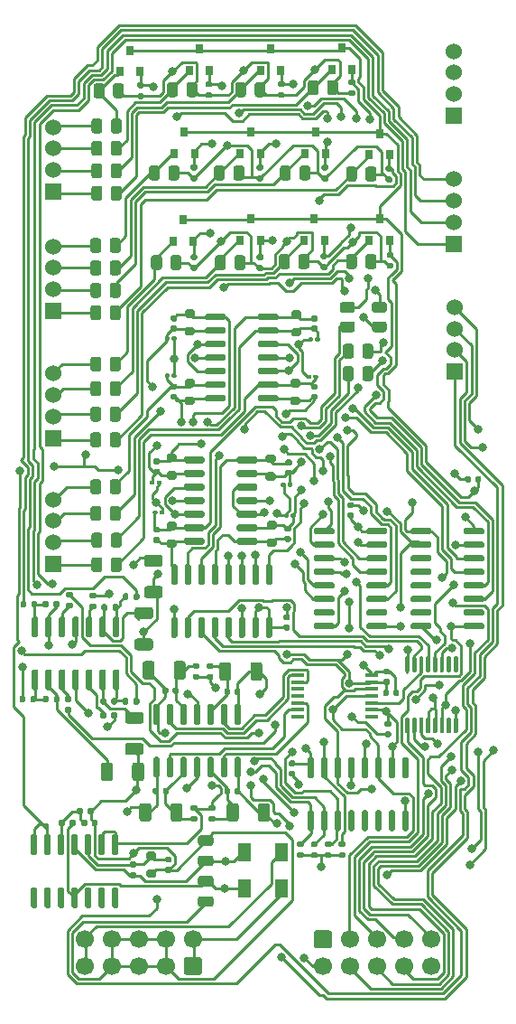
<source format=gtl>
%TF.GenerationSoftware,KiCad,Pcbnew,5.1.9+dfsg1-1*%
%TF.CreationDate,2022-02-13T09:09:29-05:00*%
%TF.ProjectId,eurorack_to_3v3,6575726f-7261-4636-9b5f-746f5f337633,1*%
%TF.SameCoordinates,Original*%
%TF.FileFunction,Copper,L1,Top*%
%TF.FilePolarity,Positive*%
%FSLAX46Y46*%
G04 Gerber Fmt 4.6, Leading zero omitted, Abs format (unit mm)*
G04 Created by KiCad (PCBNEW 5.1.9+dfsg1-1) date 2022-02-13 09:09:29*
%MOMM*%
%LPD*%
G01*
G04 APERTURE LIST*
%TA.AperFunction,SMDPad,CuDef*%
%ADD10R,0.800000X0.900000*%
%TD*%
%TA.AperFunction,SMDPad,CuDef*%
%ADD11R,1.200000X0.400000*%
%TD*%
%TA.AperFunction,ComponentPad*%
%ADD12C,1.700000*%
%TD*%
%TA.AperFunction,ComponentPad*%
%ADD13C,1.524000*%
%TD*%
%TA.AperFunction,ComponentPad*%
%ADD14R,1.524000X1.524000*%
%TD*%
%TA.AperFunction,SMDPad,CuDef*%
%ADD15R,1.300000X1.700000*%
%TD*%
%TA.AperFunction,ViaPad*%
%ADD16C,0.800000*%
%TD*%
%TA.AperFunction,Conductor*%
%ADD17C,0.250000*%
%TD*%
G04 APERTURE END LIST*
%TO.P,R9,2*%
%TO.N,/3v3_to_gate/gate_2*%
%TA.AperFunction,SMDPad,CuDef*%
G36*
G01*
X122040000Y-105885000D02*
X122040000Y-105515000D01*
G75*
G02*
X122175000Y-105380000I135000J0D01*
G01*
X122445000Y-105380000D01*
G75*
G02*
X122580000Y-105515000I0J-135000D01*
G01*
X122580000Y-105885000D01*
G75*
G02*
X122445000Y-106020000I-135000J0D01*
G01*
X122175000Y-106020000D01*
G75*
G02*
X122040000Y-105885000I0J135000D01*
G01*
G37*
%TD.AperFunction*%
%TO.P,R9,1*%
%TO.N,Net-(R9-Pad1)*%
%TA.AperFunction,SMDPad,CuDef*%
G36*
G01*
X121020000Y-105885000D02*
X121020000Y-105515000D01*
G75*
G02*
X121155000Y-105380000I135000J0D01*
G01*
X121425000Y-105380000D01*
G75*
G02*
X121560000Y-105515000I0J-135000D01*
G01*
X121560000Y-105885000D01*
G75*
G02*
X121425000Y-106020000I-135000J0D01*
G01*
X121155000Y-106020000D01*
G75*
G02*
X121020000Y-105885000I0J135000D01*
G01*
G37*
%TD.AperFunction*%
%TD*%
%TO.P,C23,2*%
%TO.N,GNDD*%
%TA.AperFunction,SMDPad,CuDef*%
G36*
G01*
X148500000Y-103770000D02*
X148500000Y-103430000D01*
G75*
G02*
X148640000Y-103290000I140000J0D01*
G01*
X148920000Y-103290000D01*
G75*
G02*
X149060000Y-103430000I0J-140000D01*
G01*
X149060000Y-103770000D01*
G75*
G02*
X148920000Y-103910000I-140000J0D01*
G01*
X148640000Y-103910000D01*
G75*
G02*
X148500000Y-103770000I0J140000D01*
G01*
G37*
%TD.AperFunction*%
%TO.P,C23,1*%
%TO.N,+3V3*%
%TA.AperFunction,SMDPad,CuDef*%
G36*
G01*
X147540000Y-103770000D02*
X147540000Y-103430000D01*
G75*
G02*
X147680000Y-103290000I140000J0D01*
G01*
X147960000Y-103290000D01*
G75*
G02*
X148100000Y-103430000I0J-140000D01*
G01*
X148100000Y-103770000D01*
G75*
G02*
X147960000Y-103910000I-140000J0D01*
G01*
X147680000Y-103910000D01*
G75*
G02*
X147540000Y-103770000I0J140000D01*
G01*
G37*
%TD.AperFunction*%
%TD*%
%TO.P,U17,16*%
%TO.N,+3V3*%
%TA.AperFunction,SMDPad,CuDef*%
G36*
G01*
X155100000Y-88605000D02*
X155100000Y-88305000D01*
G75*
G02*
X155250000Y-88155000I150000J0D01*
G01*
X156900000Y-88155000D01*
G75*
G02*
X157050000Y-88305000I0J-150000D01*
G01*
X157050000Y-88605000D01*
G75*
G02*
X156900000Y-88755000I-150000J0D01*
G01*
X155250000Y-88755000D01*
G75*
G02*
X155100000Y-88605000I0J150000D01*
G01*
G37*
%TD.AperFunction*%
%TO.P,U17,15*%
%TO.N,/GATE_IN_B_EN*%
%TA.AperFunction,SMDPad,CuDef*%
G36*
G01*
X155100000Y-89875000D02*
X155100000Y-89575000D01*
G75*
G02*
X155250000Y-89425000I150000J0D01*
G01*
X156900000Y-89425000D01*
G75*
G02*
X157050000Y-89575000I0J-150000D01*
G01*
X157050000Y-89875000D01*
G75*
G02*
X156900000Y-90025000I-150000J0D01*
G01*
X155250000Y-90025000D01*
G75*
G02*
X155100000Y-89875000I0J150000D01*
G01*
G37*
%TD.AperFunction*%
%TO.P,U17,14*%
%TO.N,/gate_to_3v3_C/GATE_3V3_4*%
%TA.AperFunction,SMDPad,CuDef*%
G36*
G01*
X155100000Y-91145000D02*
X155100000Y-90845000D01*
G75*
G02*
X155250000Y-90695000I150000J0D01*
G01*
X156900000Y-90695000D01*
G75*
G02*
X157050000Y-90845000I0J-150000D01*
G01*
X157050000Y-91145000D01*
G75*
G02*
X156900000Y-91295000I-150000J0D01*
G01*
X155250000Y-91295000D01*
G75*
G02*
X155100000Y-91145000I0J150000D01*
G01*
G37*
%TD.AperFunction*%
%TO.P,U17,13*%
%TO.N,/gate_to_3v3_C/GATE_3V3_3*%
%TA.AperFunction,SMDPad,CuDef*%
G36*
G01*
X155100000Y-92415000D02*
X155100000Y-92115000D01*
G75*
G02*
X155250000Y-91965000I150000J0D01*
G01*
X156900000Y-91965000D01*
G75*
G02*
X157050000Y-92115000I0J-150000D01*
G01*
X157050000Y-92415000D01*
G75*
G02*
X156900000Y-92565000I-150000J0D01*
G01*
X155250000Y-92565000D01*
G75*
G02*
X155100000Y-92415000I0J150000D01*
G01*
G37*
%TD.AperFunction*%
%TO.P,U17,12*%
%TO.N,/gate_to_3v3_C/GATE_3V3_2*%
%TA.AperFunction,SMDPad,CuDef*%
G36*
G01*
X155100000Y-93685000D02*
X155100000Y-93385000D01*
G75*
G02*
X155250000Y-93235000I150000J0D01*
G01*
X156900000Y-93235000D01*
G75*
G02*
X157050000Y-93385000I0J-150000D01*
G01*
X157050000Y-93685000D01*
G75*
G02*
X156900000Y-93835000I-150000J0D01*
G01*
X155250000Y-93835000D01*
G75*
G02*
X155100000Y-93685000I0J150000D01*
G01*
G37*
%TD.AperFunction*%
%TO.P,U17,11*%
%TO.N,/gate_to_3v3_C/GATE_3V3_1*%
%TA.AperFunction,SMDPad,CuDef*%
G36*
G01*
X155100000Y-94955000D02*
X155100000Y-94655000D01*
G75*
G02*
X155250000Y-94505000I150000J0D01*
G01*
X156900000Y-94505000D01*
G75*
G02*
X157050000Y-94655000I0J-150000D01*
G01*
X157050000Y-94955000D01*
G75*
G02*
X156900000Y-95105000I-150000J0D01*
G01*
X155250000Y-95105000D01*
G75*
G02*
X155100000Y-94955000I0J150000D01*
G01*
G37*
%TD.AperFunction*%
%TO.P,U17,10*%
%TO.N,Net-(U17-Pad10)*%
%TA.AperFunction,SMDPad,CuDef*%
G36*
G01*
X155100000Y-96225000D02*
X155100000Y-95925000D01*
G75*
G02*
X155250000Y-95775000I150000J0D01*
G01*
X156900000Y-95775000D01*
G75*
G02*
X157050000Y-95925000I0J-150000D01*
G01*
X157050000Y-96225000D01*
G75*
G02*
X156900000Y-96375000I-150000J0D01*
G01*
X155250000Y-96375000D01*
G75*
G02*
X155100000Y-96225000I0J150000D01*
G01*
G37*
%TD.AperFunction*%
%TO.P,U17,9*%
%TO.N,/POCI*%
%TA.AperFunction,SMDPad,CuDef*%
G36*
G01*
X155100000Y-97495000D02*
X155100000Y-97195000D01*
G75*
G02*
X155250000Y-97045000I150000J0D01*
G01*
X156900000Y-97045000D01*
G75*
G02*
X157050000Y-97195000I0J-150000D01*
G01*
X157050000Y-97495000D01*
G75*
G02*
X156900000Y-97645000I-150000J0D01*
G01*
X155250000Y-97645000D01*
G75*
G02*
X155100000Y-97495000I0J150000D01*
G01*
G37*
%TD.AperFunction*%
%TO.P,U17,8*%
%TO.N,GNDD*%
%TA.AperFunction,SMDPad,CuDef*%
G36*
G01*
X150150000Y-97495000D02*
X150150000Y-97195000D01*
G75*
G02*
X150300000Y-97045000I150000J0D01*
G01*
X151950000Y-97045000D01*
G75*
G02*
X152100000Y-97195000I0J-150000D01*
G01*
X152100000Y-97495000D01*
G75*
G02*
X151950000Y-97645000I-150000J0D01*
G01*
X150300000Y-97645000D01*
G75*
G02*
X150150000Y-97495000I0J150000D01*
G01*
G37*
%TD.AperFunction*%
%TO.P,U17,7*%
%TO.N,Net-(U17-Pad7)*%
%TA.AperFunction,SMDPad,CuDef*%
G36*
G01*
X150150000Y-96225000D02*
X150150000Y-95925000D01*
G75*
G02*
X150300000Y-95775000I150000J0D01*
G01*
X151950000Y-95775000D01*
G75*
G02*
X152100000Y-95925000I0J-150000D01*
G01*
X152100000Y-96225000D01*
G75*
G02*
X151950000Y-96375000I-150000J0D01*
G01*
X150300000Y-96375000D01*
G75*
G02*
X150150000Y-96225000I0J150000D01*
G01*
G37*
%TD.AperFunction*%
%TO.P,U17,6*%
%TO.N,Net-(U17-Pad6)*%
%TA.AperFunction,SMDPad,CuDef*%
G36*
G01*
X150150000Y-94955000D02*
X150150000Y-94655000D01*
G75*
G02*
X150300000Y-94505000I150000J0D01*
G01*
X151950000Y-94505000D01*
G75*
G02*
X152100000Y-94655000I0J-150000D01*
G01*
X152100000Y-94955000D01*
G75*
G02*
X151950000Y-95105000I-150000J0D01*
G01*
X150300000Y-95105000D01*
G75*
G02*
X150150000Y-94955000I0J150000D01*
G01*
G37*
%TD.AperFunction*%
%TO.P,U17,5*%
%TO.N,Net-(U17-Pad5)*%
%TA.AperFunction,SMDPad,CuDef*%
G36*
G01*
X150150000Y-93685000D02*
X150150000Y-93385000D01*
G75*
G02*
X150300000Y-93235000I150000J0D01*
G01*
X151950000Y-93235000D01*
G75*
G02*
X152100000Y-93385000I0J-150000D01*
G01*
X152100000Y-93685000D01*
G75*
G02*
X151950000Y-93835000I-150000J0D01*
G01*
X150300000Y-93835000D01*
G75*
G02*
X150150000Y-93685000I0J150000D01*
G01*
G37*
%TD.AperFunction*%
%TO.P,U17,4*%
%TO.N,Net-(U17-Pad4)*%
%TA.AperFunction,SMDPad,CuDef*%
G36*
G01*
X150150000Y-92415000D02*
X150150000Y-92115000D01*
G75*
G02*
X150300000Y-91965000I150000J0D01*
G01*
X151950000Y-91965000D01*
G75*
G02*
X152100000Y-92115000I0J-150000D01*
G01*
X152100000Y-92415000D01*
G75*
G02*
X151950000Y-92565000I-150000J0D01*
G01*
X150300000Y-92565000D01*
G75*
G02*
X150150000Y-92415000I0J150000D01*
G01*
G37*
%TD.AperFunction*%
%TO.P,U17,3*%
%TO.N,Net-(U17-Pad3)*%
%TA.AperFunction,SMDPad,CuDef*%
G36*
G01*
X150150000Y-91145000D02*
X150150000Y-90845000D01*
G75*
G02*
X150300000Y-90695000I150000J0D01*
G01*
X151950000Y-90695000D01*
G75*
G02*
X152100000Y-90845000I0J-150000D01*
G01*
X152100000Y-91145000D01*
G75*
G02*
X151950000Y-91295000I-150000J0D01*
G01*
X150300000Y-91295000D01*
G75*
G02*
X150150000Y-91145000I0J150000D01*
G01*
G37*
%TD.AperFunction*%
%TO.P,U17,2*%
%TO.N,/SCK*%
%TA.AperFunction,SMDPad,CuDef*%
G36*
G01*
X150150000Y-89875000D02*
X150150000Y-89575000D01*
G75*
G02*
X150300000Y-89425000I150000J0D01*
G01*
X151950000Y-89425000D01*
G75*
G02*
X152100000Y-89575000I0J-150000D01*
G01*
X152100000Y-89875000D01*
G75*
G02*
X151950000Y-90025000I-150000J0D01*
G01*
X150300000Y-90025000D01*
G75*
G02*
X150150000Y-89875000I0J150000D01*
G01*
G37*
%TD.AperFunction*%
%TO.P,U17,1*%
%TO.N,/LOAD_GATES*%
%TA.AperFunction,SMDPad,CuDef*%
G36*
G01*
X150150000Y-88605000D02*
X150150000Y-88305000D01*
G75*
G02*
X150300000Y-88155000I150000J0D01*
G01*
X151950000Y-88155000D01*
G75*
G02*
X152100000Y-88305000I0J-150000D01*
G01*
X152100000Y-88605000D01*
G75*
G02*
X151950000Y-88755000I-150000J0D01*
G01*
X150300000Y-88755000D01*
G75*
G02*
X150150000Y-88605000I0J150000D01*
G01*
G37*
%TD.AperFunction*%
%TD*%
D10*
%TO.P,U12,3*%
%TO.N,+3V3*%
X141200000Y-51100000D03*
%TO.P,U12,2*%
%TO.N,/gate_to_3v3_B/GATE_3V3_2*%
X142150000Y-53100000D03*
%TO.P,U12,1*%
%TO.N,Net-(R69-Pad1)*%
X140250000Y-53100000D03*
%TD*%
%TO.P,U24,3*%
%TO.N,+3V3*%
X128800000Y-59300000D03*
%TO.P,U24,2*%
%TO.N,/gate_to_3v3_C/GATE_3V3_4*%
X129750000Y-61300000D03*
%TO.P,U24,1*%
%TO.N,Net-(R84-Pad1)*%
X127850000Y-61300000D03*
%TD*%
%TO.P,U23,3*%
%TO.N,+3V3*%
X141100000Y-59200000D03*
%TO.P,U23,2*%
%TO.N,/gate_to_3v3_C/GATE_3V3_2*%
X142050000Y-61200000D03*
%TO.P,U23,1*%
%TO.N,Net-(R83-Pad1)*%
X140150000Y-61200000D03*
%TD*%
%TO.P,U22,3*%
%TO.N,+3V3*%
X135100000Y-59200000D03*
%TO.P,U22,2*%
%TO.N,/gate_to_3v3_C/GATE_3V3_3*%
X136050000Y-61200000D03*
%TO.P,U22,1*%
%TO.N,Net-(R78-Pad1)*%
X134150000Y-61200000D03*
%TD*%
%TO.P,U21,3*%
%TO.N,+3V3*%
X147200000Y-59200000D03*
%TO.P,U21,2*%
%TO.N,/gate_to_3v3_C/GATE_3V3_1*%
X148150000Y-61200000D03*
%TO.P,U21,1*%
%TO.N,Net-(R77-Pad1)*%
X146250000Y-61200000D03*
%TD*%
%TO.P,U20,16*%
%TO.N,+3V3*%
%TA.AperFunction,SMDPad,CuDef*%
G36*
G01*
X140905000Y-111600000D02*
X140605000Y-111600000D01*
G75*
G02*
X140455000Y-111450000I0J150000D01*
G01*
X140455000Y-109800000D01*
G75*
G02*
X140605000Y-109650000I150000J0D01*
G01*
X140905000Y-109650000D01*
G75*
G02*
X141055000Y-109800000I0J-150000D01*
G01*
X141055000Y-111450000D01*
G75*
G02*
X140905000Y-111600000I-150000J0D01*
G01*
G37*
%TD.AperFunction*%
%TO.P,U20,15*%
%TO.N,/3v3_to_gate/gate_1*%
%TA.AperFunction,SMDPad,CuDef*%
G36*
G01*
X142175000Y-111600000D02*
X141875000Y-111600000D01*
G75*
G02*
X141725000Y-111450000I0J150000D01*
G01*
X141725000Y-109800000D01*
G75*
G02*
X141875000Y-109650000I150000J0D01*
G01*
X142175000Y-109650000D01*
G75*
G02*
X142325000Y-109800000I0J-150000D01*
G01*
X142325000Y-111450000D01*
G75*
G02*
X142175000Y-111600000I-150000J0D01*
G01*
G37*
%TD.AperFunction*%
%TO.P,U20,14*%
%TO.N,/PICO*%
%TA.AperFunction,SMDPad,CuDef*%
G36*
G01*
X143445000Y-111600000D02*
X143145000Y-111600000D01*
G75*
G02*
X142995000Y-111450000I0J150000D01*
G01*
X142995000Y-109800000D01*
G75*
G02*
X143145000Y-109650000I150000J0D01*
G01*
X143445000Y-109650000D01*
G75*
G02*
X143595000Y-109800000I0J-150000D01*
G01*
X143595000Y-111450000D01*
G75*
G02*
X143445000Y-111600000I-150000J0D01*
G01*
G37*
%TD.AperFunction*%
%TO.P,U20,13*%
%TO.N,GNDD*%
%TA.AperFunction,SMDPad,CuDef*%
G36*
G01*
X144715000Y-111600000D02*
X144415000Y-111600000D01*
G75*
G02*
X144265000Y-111450000I0J150000D01*
G01*
X144265000Y-109800000D01*
G75*
G02*
X144415000Y-109650000I150000J0D01*
G01*
X144715000Y-109650000D01*
G75*
G02*
X144865000Y-109800000I0J-150000D01*
G01*
X144865000Y-111450000D01*
G75*
G02*
X144715000Y-111600000I-150000J0D01*
G01*
G37*
%TD.AperFunction*%
%TO.P,U20,12*%
%TO.N,/GATE_OUT_EN*%
%TA.AperFunction,SMDPad,CuDef*%
G36*
G01*
X145985000Y-111600000D02*
X145685000Y-111600000D01*
G75*
G02*
X145535000Y-111450000I0J150000D01*
G01*
X145535000Y-109800000D01*
G75*
G02*
X145685000Y-109650000I150000J0D01*
G01*
X145985000Y-109650000D01*
G75*
G02*
X146135000Y-109800000I0J-150000D01*
G01*
X146135000Y-111450000D01*
G75*
G02*
X145985000Y-111600000I-150000J0D01*
G01*
G37*
%TD.AperFunction*%
%TO.P,U20,11*%
%TO.N,/SCK*%
%TA.AperFunction,SMDPad,CuDef*%
G36*
G01*
X147255000Y-111600000D02*
X146955000Y-111600000D01*
G75*
G02*
X146805000Y-111450000I0J150000D01*
G01*
X146805000Y-109800000D01*
G75*
G02*
X146955000Y-109650000I150000J0D01*
G01*
X147255000Y-109650000D01*
G75*
G02*
X147405000Y-109800000I0J-150000D01*
G01*
X147405000Y-111450000D01*
G75*
G02*
X147255000Y-111600000I-150000J0D01*
G01*
G37*
%TD.AperFunction*%
%TO.P,U20,10*%
%TO.N,+3V3*%
%TA.AperFunction,SMDPad,CuDef*%
G36*
G01*
X148525000Y-111600000D02*
X148225000Y-111600000D01*
G75*
G02*
X148075000Y-111450000I0J150000D01*
G01*
X148075000Y-109800000D01*
G75*
G02*
X148225000Y-109650000I150000J0D01*
G01*
X148525000Y-109650000D01*
G75*
G02*
X148675000Y-109800000I0J-150000D01*
G01*
X148675000Y-111450000D01*
G75*
G02*
X148525000Y-111600000I-150000J0D01*
G01*
G37*
%TD.AperFunction*%
%TO.P,U20,9*%
%TO.N,Net-(U20-Pad9)*%
%TA.AperFunction,SMDPad,CuDef*%
G36*
G01*
X149795000Y-111600000D02*
X149495000Y-111600000D01*
G75*
G02*
X149345000Y-111450000I0J150000D01*
G01*
X149345000Y-109800000D01*
G75*
G02*
X149495000Y-109650000I150000J0D01*
G01*
X149795000Y-109650000D01*
G75*
G02*
X149945000Y-109800000I0J-150000D01*
G01*
X149945000Y-111450000D01*
G75*
G02*
X149795000Y-111600000I-150000J0D01*
G01*
G37*
%TD.AperFunction*%
%TO.P,U20,8*%
%TO.N,GNDD*%
%TA.AperFunction,SMDPad,CuDef*%
G36*
G01*
X149795000Y-116550000D02*
X149495000Y-116550000D01*
G75*
G02*
X149345000Y-116400000I0J150000D01*
G01*
X149345000Y-114750000D01*
G75*
G02*
X149495000Y-114600000I150000J0D01*
G01*
X149795000Y-114600000D01*
G75*
G02*
X149945000Y-114750000I0J-150000D01*
G01*
X149945000Y-116400000D01*
G75*
G02*
X149795000Y-116550000I-150000J0D01*
G01*
G37*
%TD.AperFunction*%
%TO.P,U20,7*%
%TO.N,Net-(U20-Pad7)*%
%TA.AperFunction,SMDPad,CuDef*%
G36*
G01*
X148525000Y-116550000D02*
X148225000Y-116550000D01*
G75*
G02*
X148075000Y-116400000I0J150000D01*
G01*
X148075000Y-114750000D01*
G75*
G02*
X148225000Y-114600000I150000J0D01*
G01*
X148525000Y-114600000D01*
G75*
G02*
X148675000Y-114750000I0J-150000D01*
G01*
X148675000Y-116400000D01*
G75*
G02*
X148525000Y-116550000I-150000J0D01*
G01*
G37*
%TD.AperFunction*%
%TO.P,U20,6*%
%TO.N,Net-(U20-Pad6)*%
%TA.AperFunction,SMDPad,CuDef*%
G36*
G01*
X147255000Y-116550000D02*
X146955000Y-116550000D01*
G75*
G02*
X146805000Y-116400000I0J150000D01*
G01*
X146805000Y-114750000D01*
G75*
G02*
X146955000Y-114600000I150000J0D01*
G01*
X147255000Y-114600000D01*
G75*
G02*
X147405000Y-114750000I0J-150000D01*
G01*
X147405000Y-116400000D01*
G75*
G02*
X147255000Y-116550000I-150000J0D01*
G01*
G37*
%TD.AperFunction*%
%TO.P,U20,5*%
%TO.N,Net-(U20-Pad5)*%
%TA.AperFunction,SMDPad,CuDef*%
G36*
G01*
X145985000Y-116550000D02*
X145685000Y-116550000D01*
G75*
G02*
X145535000Y-116400000I0J150000D01*
G01*
X145535000Y-114750000D01*
G75*
G02*
X145685000Y-114600000I150000J0D01*
G01*
X145985000Y-114600000D01*
G75*
G02*
X146135000Y-114750000I0J-150000D01*
G01*
X146135000Y-116400000D01*
G75*
G02*
X145985000Y-116550000I-150000J0D01*
G01*
G37*
%TD.AperFunction*%
%TO.P,U20,4*%
%TO.N,Net-(U20-Pad4)*%
%TA.AperFunction,SMDPad,CuDef*%
G36*
G01*
X144715000Y-116550000D02*
X144415000Y-116550000D01*
G75*
G02*
X144265000Y-116400000I0J150000D01*
G01*
X144265000Y-114750000D01*
G75*
G02*
X144415000Y-114600000I150000J0D01*
G01*
X144715000Y-114600000D01*
G75*
G02*
X144865000Y-114750000I0J-150000D01*
G01*
X144865000Y-116400000D01*
G75*
G02*
X144715000Y-116550000I-150000J0D01*
G01*
G37*
%TD.AperFunction*%
%TO.P,U20,3*%
%TO.N,/3v3_to_gate/gate_4*%
%TA.AperFunction,SMDPad,CuDef*%
G36*
G01*
X143445000Y-116550000D02*
X143145000Y-116550000D01*
G75*
G02*
X142995000Y-116400000I0J150000D01*
G01*
X142995000Y-114750000D01*
G75*
G02*
X143145000Y-114600000I150000J0D01*
G01*
X143445000Y-114600000D01*
G75*
G02*
X143595000Y-114750000I0J-150000D01*
G01*
X143595000Y-116400000D01*
G75*
G02*
X143445000Y-116550000I-150000J0D01*
G01*
G37*
%TD.AperFunction*%
%TO.P,U20,2*%
%TO.N,/3v3_to_gate/gate_3*%
%TA.AperFunction,SMDPad,CuDef*%
G36*
G01*
X142175000Y-116550000D02*
X141875000Y-116550000D01*
G75*
G02*
X141725000Y-116400000I0J150000D01*
G01*
X141725000Y-114750000D01*
G75*
G02*
X141875000Y-114600000I150000J0D01*
G01*
X142175000Y-114600000D01*
G75*
G02*
X142325000Y-114750000I0J-150000D01*
G01*
X142325000Y-116400000D01*
G75*
G02*
X142175000Y-116550000I-150000J0D01*
G01*
G37*
%TD.AperFunction*%
%TO.P,U20,1*%
%TO.N,/3v3_to_gate/gate_2*%
%TA.AperFunction,SMDPad,CuDef*%
G36*
G01*
X140905000Y-116550000D02*
X140605000Y-116550000D01*
G75*
G02*
X140455000Y-116400000I0J150000D01*
G01*
X140455000Y-114750000D01*
G75*
G02*
X140605000Y-114600000I150000J0D01*
G01*
X140905000Y-114600000D01*
G75*
G02*
X141055000Y-114750000I0J-150000D01*
G01*
X141055000Y-116400000D01*
G75*
G02*
X140905000Y-116550000I-150000J0D01*
G01*
G37*
%TD.AperFunction*%
%TD*%
D11*
%TO.P,U19,14*%
%TO.N,GNDD*%
X146450000Y-101950000D03*
%TO.P,U19,13*%
%TO.N,+3V3*%
X146450000Y-102600000D03*
%TO.P,U19,12*%
%TO.N,/PICO*%
X146450000Y-103250000D03*
%TO.P,U19,11*%
%TO.N,/SCK*%
X146450000Y-103900000D03*
%TO.P,U19,10*%
%TO.N,/DAC_EN*%
X146450000Y-104550000D03*
%TO.P,U19,9*%
%TO.N,+3V3*%
X146450000Y-105200000D03*
%TO.P,U19,8*%
%TO.N,N/C*%
X146450000Y-105850000D03*
%TO.P,U19,7*%
X139550000Y-105850000D03*
%TO.P,U19,6*%
%TO.N,/3v3_to_cv/CV_3V3_1*%
X139550000Y-105200000D03*
%TO.P,U19,5*%
%TO.N,/3v3_to_cv/CV_3V3_2*%
X139550000Y-104550000D03*
%TO.P,U19,4*%
%TO.N,N/C*%
X139550000Y-103900000D03*
%TO.P,U19,3*%
X139550000Y-103250000D03*
%TO.P,U19,2*%
%TO.N,/3v3_to_cv/CV_3V3_3*%
X139550000Y-102600000D03*
%TO.P,U19,1*%
%TO.N,/3v3_to_cv/CV_3V3_4*%
X139550000Y-101950000D03*
%TD*%
%TO.P,U18,16*%
%TO.N,+3V3*%
%TA.AperFunction,SMDPad,CuDef*%
G36*
G01*
X149925000Y-101675000D02*
X149725000Y-101675000D01*
G75*
G02*
X149625000Y-101575000I0J100000D01*
G01*
X149625000Y-100300000D01*
G75*
G02*
X149725000Y-100200000I100000J0D01*
G01*
X149925000Y-100200000D01*
G75*
G02*
X150025000Y-100300000I0J-100000D01*
G01*
X150025000Y-101575000D01*
G75*
G02*
X149925000Y-101675000I-100000J0D01*
G01*
G37*
%TD.AperFunction*%
%TO.P,U18,15*%
%TO.N,/ADC_EN*%
%TA.AperFunction,SMDPad,CuDef*%
G36*
G01*
X150575000Y-101675000D02*
X150375000Y-101675000D01*
G75*
G02*
X150275000Y-101575000I0J100000D01*
G01*
X150275000Y-100300000D01*
G75*
G02*
X150375000Y-100200000I100000J0D01*
G01*
X150575000Y-100200000D01*
G75*
G02*
X150675000Y-100300000I0J-100000D01*
G01*
X150675000Y-101575000D01*
G75*
G02*
X150575000Y-101675000I-100000J0D01*
G01*
G37*
%TD.AperFunction*%
%TO.P,U18,14*%
%TO.N,/DAC_EN*%
%TA.AperFunction,SMDPad,CuDef*%
G36*
G01*
X151225000Y-101675000D02*
X151025000Y-101675000D01*
G75*
G02*
X150925000Y-101575000I0J100000D01*
G01*
X150925000Y-100300000D01*
G75*
G02*
X151025000Y-100200000I100000J0D01*
G01*
X151225000Y-100200000D01*
G75*
G02*
X151325000Y-100300000I0J-100000D01*
G01*
X151325000Y-101575000D01*
G75*
G02*
X151225000Y-101675000I-100000J0D01*
G01*
G37*
%TD.AperFunction*%
%TO.P,U18,13*%
%TO.N,/GATE_IN_A_EN*%
%TA.AperFunction,SMDPad,CuDef*%
G36*
G01*
X151875000Y-101675000D02*
X151675000Y-101675000D01*
G75*
G02*
X151575000Y-101575000I0J100000D01*
G01*
X151575000Y-100300000D01*
G75*
G02*
X151675000Y-100200000I100000J0D01*
G01*
X151875000Y-100200000D01*
G75*
G02*
X151975000Y-100300000I0J-100000D01*
G01*
X151975000Y-101575000D01*
G75*
G02*
X151875000Y-101675000I-100000J0D01*
G01*
G37*
%TD.AperFunction*%
%TO.P,U18,12*%
%TO.N,/GATE_IN_B_EN*%
%TA.AperFunction,SMDPad,CuDef*%
G36*
G01*
X152525000Y-101675000D02*
X152325000Y-101675000D01*
G75*
G02*
X152225000Y-101575000I0J100000D01*
G01*
X152225000Y-100300000D01*
G75*
G02*
X152325000Y-100200000I100000J0D01*
G01*
X152525000Y-100200000D01*
G75*
G02*
X152625000Y-100300000I0J-100000D01*
G01*
X152625000Y-101575000D01*
G75*
G02*
X152525000Y-101675000I-100000J0D01*
G01*
G37*
%TD.AperFunction*%
%TO.P,U18,11*%
%TO.N,/GATE_OUT_EN*%
%TA.AperFunction,SMDPad,CuDef*%
G36*
G01*
X153175000Y-101675000D02*
X152975000Y-101675000D01*
G75*
G02*
X152875000Y-101575000I0J100000D01*
G01*
X152875000Y-100300000D01*
G75*
G02*
X152975000Y-100200000I100000J0D01*
G01*
X153175000Y-100200000D01*
G75*
G02*
X153275000Y-100300000I0J-100000D01*
G01*
X153275000Y-101575000D01*
G75*
G02*
X153175000Y-101675000I-100000J0D01*
G01*
G37*
%TD.AperFunction*%
%TO.P,U18,10*%
%TO.N,Net-(U18-Pad10)*%
%TA.AperFunction,SMDPad,CuDef*%
G36*
G01*
X153825000Y-101675000D02*
X153625000Y-101675000D01*
G75*
G02*
X153525000Y-101575000I0J100000D01*
G01*
X153525000Y-100300000D01*
G75*
G02*
X153625000Y-100200000I100000J0D01*
G01*
X153825000Y-100200000D01*
G75*
G02*
X153925000Y-100300000I0J-100000D01*
G01*
X153925000Y-101575000D01*
G75*
G02*
X153825000Y-101675000I-100000J0D01*
G01*
G37*
%TD.AperFunction*%
%TO.P,U18,9*%
%TO.N,Net-(U18-Pad9)*%
%TA.AperFunction,SMDPad,CuDef*%
G36*
G01*
X154475000Y-101675000D02*
X154275000Y-101675000D01*
G75*
G02*
X154175000Y-101575000I0J100000D01*
G01*
X154175000Y-100300000D01*
G75*
G02*
X154275000Y-100200000I100000J0D01*
G01*
X154475000Y-100200000D01*
G75*
G02*
X154575000Y-100300000I0J-100000D01*
G01*
X154575000Y-101575000D01*
G75*
G02*
X154475000Y-101675000I-100000J0D01*
G01*
G37*
%TD.AperFunction*%
%TO.P,U18,8*%
%TO.N,GNDD*%
%TA.AperFunction,SMDPad,CuDef*%
G36*
G01*
X154475000Y-107400000D02*
X154275000Y-107400000D01*
G75*
G02*
X154175000Y-107300000I0J100000D01*
G01*
X154175000Y-106025000D01*
G75*
G02*
X154275000Y-105925000I100000J0D01*
G01*
X154475000Y-105925000D01*
G75*
G02*
X154575000Y-106025000I0J-100000D01*
G01*
X154575000Y-107300000D01*
G75*
G02*
X154475000Y-107400000I-100000J0D01*
G01*
G37*
%TD.AperFunction*%
%TO.P,U18,7*%
%TO.N,Net-(U18-Pad7)*%
%TA.AperFunction,SMDPad,CuDef*%
G36*
G01*
X153825000Y-107400000D02*
X153625000Y-107400000D01*
G75*
G02*
X153525000Y-107300000I0J100000D01*
G01*
X153525000Y-106025000D01*
G75*
G02*
X153625000Y-105925000I100000J0D01*
G01*
X153825000Y-105925000D01*
G75*
G02*
X153925000Y-106025000I0J-100000D01*
G01*
X153925000Y-107300000D01*
G75*
G02*
X153825000Y-107400000I-100000J0D01*
G01*
G37*
%TD.AperFunction*%
%TO.P,U18,6*%
%TO.N,+3V3*%
%TA.AperFunction,SMDPad,CuDef*%
G36*
G01*
X153175000Y-107400000D02*
X152975000Y-107400000D01*
G75*
G02*
X152875000Y-107300000I0J100000D01*
G01*
X152875000Y-106025000D01*
G75*
G02*
X152975000Y-105925000I100000J0D01*
G01*
X153175000Y-105925000D01*
G75*
G02*
X153275000Y-106025000I0J-100000D01*
G01*
X153275000Y-107300000D01*
G75*
G02*
X153175000Y-107400000I-100000J0D01*
G01*
G37*
%TD.AperFunction*%
%TO.P,U18,5*%
%TO.N,GNDD*%
%TA.AperFunction,SMDPad,CuDef*%
G36*
G01*
X152525000Y-107400000D02*
X152325000Y-107400000D01*
G75*
G02*
X152225000Y-107300000I0J100000D01*
G01*
X152225000Y-106025000D01*
G75*
G02*
X152325000Y-105925000I100000J0D01*
G01*
X152525000Y-105925000D01*
G75*
G02*
X152625000Y-106025000I0J-100000D01*
G01*
X152625000Y-107300000D01*
G75*
G02*
X152525000Y-107400000I-100000J0D01*
G01*
G37*
%TD.AperFunction*%
%TO.P,U18,4*%
%TA.AperFunction,SMDPad,CuDef*%
G36*
G01*
X151875000Y-107400000D02*
X151675000Y-107400000D01*
G75*
G02*
X151575000Y-107300000I0J100000D01*
G01*
X151575000Y-106025000D01*
G75*
G02*
X151675000Y-105925000I100000J0D01*
G01*
X151875000Y-105925000D01*
G75*
G02*
X151975000Y-106025000I0J-100000D01*
G01*
X151975000Y-107300000D01*
G75*
G02*
X151875000Y-107400000I-100000J0D01*
G01*
G37*
%TD.AperFunction*%
%TO.P,U18,3*%
%TO.N,/CS[2]*%
%TA.AperFunction,SMDPad,CuDef*%
G36*
G01*
X151225000Y-107400000D02*
X151025000Y-107400000D01*
G75*
G02*
X150925000Y-107300000I0J100000D01*
G01*
X150925000Y-106025000D01*
G75*
G02*
X151025000Y-105925000I100000J0D01*
G01*
X151225000Y-105925000D01*
G75*
G02*
X151325000Y-106025000I0J-100000D01*
G01*
X151325000Y-107300000D01*
G75*
G02*
X151225000Y-107400000I-100000J0D01*
G01*
G37*
%TD.AperFunction*%
%TO.P,U18,2*%
%TO.N,/CS[1]*%
%TA.AperFunction,SMDPad,CuDef*%
G36*
G01*
X150575000Y-107400000D02*
X150375000Y-107400000D01*
G75*
G02*
X150275000Y-107300000I0J100000D01*
G01*
X150275000Y-106025000D01*
G75*
G02*
X150375000Y-105925000I100000J0D01*
G01*
X150575000Y-105925000D01*
G75*
G02*
X150675000Y-106025000I0J-100000D01*
G01*
X150675000Y-107300000D01*
G75*
G02*
X150575000Y-107400000I-100000J0D01*
G01*
G37*
%TD.AperFunction*%
%TO.P,U18,1*%
%TO.N,/CS[0]*%
%TA.AperFunction,SMDPad,CuDef*%
G36*
G01*
X149925000Y-107400000D02*
X149725000Y-107400000D01*
G75*
G02*
X149625000Y-107300000I0J100000D01*
G01*
X149625000Y-106025000D01*
G75*
G02*
X149725000Y-105925000I100000J0D01*
G01*
X149925000Y-105925000D01*
G75*
G02*
X150025000Y-106025000I0J-100000D01*
G01*
X150025000Y-107300000D01*
G75*
G02*
X149925000Y-107400000I-100000J0D01*
G01*
G37*
%TD.AperFunction*%
%TD*%
%TO.P,U15,16*%
%TO.N,+3V3*%
%TA.AperFunction,SMDPad,CuDef*%
G36*
G01*
X136695000Y-96500000D02*
X136995000Y-96500000D01*
G75*
G02*
X137145000Y-96650000I0J-150000D01*
G01*
X137145000Y-98300000D01*
G75*
G02*
X136995000Y-98450000I-150000J0D01*
G01*
X136695000Y-98450000D01*
G75*
G02*
X136545000Y-98300000I0J150000D01*
G01*
X136545000Y-96650000D01*
G75*
G02*
X136695000Y-96500000I150000J0D01*
G01*
G37*
%TD.AperFunction*%
%TO.P,U15,15*%
%TA.AperFunction,SMDPad,CuDef*%
G36*
G01*
X135425000Y-96500000D02*
X135725000Y-96500000D01*
G75*
G02*
X135875000Y-96650000I0J-150000D01*
G01*
X135875000Y-98300000D01*
G75*
G02*
X135725000Y-98450000I-150000J0D01*
G01*
X135425000Y-98450000D01*
G75*
G02*
X135275000Y-98300000I0J150000D01*
G01*
X135275000Y-96650000D01*
G75*
G02*
X135425000Y-96500000I150000J0D01*
G01*
G37*
%TD.AperFunction*%
%TO.P,U15,14*%
%TO.N,GNDD*%
%TA.AperFunction,SMDPad,CuDef*%
G36*
G01*
X134155000Y-96500000D02*
X134455000Y-96500000D01*
G75*
G02*
X134605000Y-96650000I0J-150000D01*
G01*
X134605000Y-98300000D01*
G75*
G02*
X134455000Y-98450000I-150000J0D01*
G01*
X134155000Y-98450000D01*
G75*
G02*
X134005000Y-98300000I0J150000D01*
G01*
X134005000Y-96650000D01*
G75*
G02*
X134155000Y-96500000I150000J0D01*
G01*
G37*
%TD.AperFunction*%
%TO.P,U15,13*%
%TO.N,/SCK*%
%TA.AperFunction,SMDPad,CuDef*%
G36*
G01*
X132885000Y-96500000D02*
X133185000Y-96500000D01*
G75*
G02*
X133335000Y-96650000I0J-150000D01*
G01*
X133335000Y-98300000D01*
G75*
G02*
X133185000Y-98450000I-150000J0D01*
G01*
X132885000Y-98450000D01*
G75*
G02*
X132735000Y-98300000I0J150000D01*
G01*
X132735000Y-96650000D01*
G75*
G02*
X132885000Y-96500000I150000J0D01*
G01*
G37*
%TD.AperFunction*%
%TO.P,U15,12*%
%TO.N,/POCI*%
%TA.AperFunction,SMDPad,CuDef*%
G36*
G01*
X131615000Y-96500000D02*
X131915000Y-96500000D01*
G75*
G02*
X132065000Y-96650000I0J-150000D01*
G01*
X132065000Y-98300000D01*
G75*
G02*
X131915000Y-98450000I-150000J0D01*
G01*
X131615000Y-98450000D01*
G75*
G02*
X131465000Y-98300000I0J150000D01*
G01*
X131465000Y-96650000D01*
G75*
G02*
X131615000Y-96500000I150000J0D01*
G01*
G37*
%TD.AperFunction*%
%TO.P,U15,11*%
%TO.N,/PICO*%
%TA.AperFunction,SMDPad,CuDef*%
G36*
G01*
X130345000Y-96500000D02*
X130645000Y-96500000D01*
G75*
G02*
X130795000Y-96650000I0J-150000D01*
G01*
X130795000Y-98300000D01*
G75*
G02*
X130645000Y-98450000I-150000J0D01*
G01*
X130345000Y-98450000D01*
G75*
G02*
X130195000Y-98300000I0J150000D01*
G01*
X130195000Y-96650000D01*
G75*
G02*
X130345000Y-96500000I150000J0D01*
G01*
G37*
%TD.AperFunction*%
%TO.P,U15,10*%
%TO.N,/ADC_EN*%
%TA.AperFunction,SMDPad,CuDef*%
G36*
G01*
X129075000Y-96500000D02*
X129375000Y-96500000D01*
G75*
G02*
X129525000Y-96650000I0J-150000D01*
G01*
X129525000Y-98300000D01*
G75*
G02*
X129375000Y-98450000I-150000J0D01*
G01*
X129075000Y-98450000D01*
G75*
G02*
X128925000Y-98300000I0J150000D01*
G01*
X128925000Y-96650000D01*
G75*
G02*
X129075000Y-96500000I150000J0D01*
G01*
G37*
%TD.AperFunction*%
%TO.P,U15,9*%
%TO.N,GNDD*%
%TA.AperFunction,SMDPad,CuDef*%
G36*
G01*
X127805000Y-96500000D02*
X128105000Y-96500000D01*
G75*
G02*
X128255000Y-96650000I0J-150000D01*
G01*
X128255000Y-98300000D01*
G75*
G02*
X128105000Y-98450000I-150000J0D01*
G01*
X127805000Y-98450000D01*
G75*
G02*
X127655000Y-98300000I0J150000D01*
G01*
X127655000Y-96650000D01*
G75*
G02*
X127805000Y-96500000I150000J0D01*
G01*
G37*
%TD.AperFunction*%
%TO.P,U15,8*%
%TO.N,/cv_to_3v3_B/cv_3v3_4*%
%TA.AperFunction,SMDPad,CuDef*%
G36*
G01*
X127805000Y-91550000D02*
X128105000Y-91550000D01*
G75*
G02*
X128255000Y-91700000I0J-150000D01*
G01*
X128255000Y-93350000D01*
G75*
G02*
X128105000Y-93500000I-150000J0D01*
G01*
X127805000Y-93500000D01*
G75*
G02*
X127655000Y-93350000I0J150000D01*
G01*
X127655000Y-91700000D01*
G75*
G02*
X127805000Y-91550000I150000J0D01*
G01*
G37*
%TD.AperFunction*%
%TO.P,U15,7*%
%TO.N,/cv_to_3v3_B/cv_3v3_3*%
%TA.AperFunction,SMDPad,CuDef*%
G36*
G01*
X129075000Y-91550000D02*
X129375000Y-91550000D01*
G75*
G02*
X129525000Y-91700000I0J-150000D01*
G01*
X129525000Y-93350000D01*
G75*
G02*
X129375000Y-93500000I-150000J0D01*
G01*
X129075000Y-93500000D01*
G75*
G02*
X128925000Y-93350000I0J150000D01*
G01*
X128925000Y-91700000D01*
G75*
G02*
X129075000Y-91550000I150000J0D01*
G01*
G37*
%TD.AperFunction*%
%TO.P,U15,6*%
%TO.N,/cv_to_3v3_B/cv_3v3_2*%
%TA.AperFunction,SMDPad,CuDef*%
G36*
G01*
X130345000Y-91550000D02*
X130645000Y-91550000D01*
G75*
G02*
X130795000Y-91700000I0J-150000D01*
G01*
X130795000Y-93350000D01*
G75*
G02*
X130645000Y-93500000I-150000J0D01*
G01*
X130345000Y-93500000D01*
G75*
G02*
X130195000Y-93350000I0J150000D01*
G01*
X130195000Y-91700000D01*
G75*
G02*
X130345000Y-91550000I150000J0D01*
G01*
G37*
%TD.AperFunction*%
%TO.P,U15,5*%
%TO.N,/cv_to_3v3_B/cv_3v3_1*%
%TA.AperFunction,SMDPad,CuDef*%
G36*
G01*
X131615000Y-91550000D02*
X131915000Y-91550000D01*
G75*
G02*
X132065000Y-91700000I0J-150000D01*
G01*
X132065000Y-93350000D01*
G75*
G02*
X131915000Y-93500000I-150000J0D01*
G01*
X131615000Y-93500000D01*
G75*
G02*
X131465000Y-93350000I0J150000D01*
G01*
X131465000Y-91700000D01*
G75*
G02*
X131615000Y-91550000I150000J0D01*
G01*
G37*
%TD.AperFunction*%
%TO.P,U15,4*%
%TO.N,/cv_to_3v3_A/cv_3v3_4*%
%TA.AperFunction,SMDPad,CuDef*%
G36*
G01*
X132885000Y-91550000D02*
X133185000Y-91550000D01*
G75*
G02*
X133335000Y-91700000I0J-150000D01*
G01*
X133335000Y-93350000D01*
G75*
G02*
X133185000Y-93500000I-150000J0D01*
G01*
X132885000Y-93500000D01*
G75*
G02*
X132735000Y-93350000I0J150000D01*
G01*
X132735000Y-91700000D01*
G75*
G02*
X132885000Y-91550000I150000J0D01*
G01*
G37*
%TD.AperFunction*%
%TO.P,U15,3*%
%TO.N,/cv_to_3v3_A/cv_3v3_3*%
%TA.AperFunction,SMDPad,CuDef*%
G36*
G01*
X134155000Y-91550000D02*
X134455000Y-91550000D01*
G75*
G02*
X134605000Y-91700000I0J-150000D01*
G01*
X134605000Y-93350000D01*
G75*
G02*
X134455000Y-93500000I-150000J0D01*
G01*
X134155000Y-93500000D01*
G75*
G02*
X134005000Y-93350000I0J150000D01*
G01*
X134005000Y-91700000D01*
G75*
G02*
X134155000Y-91550000I150000J0D01*
G01*
G37*
%TD.AperFunction*%
%TO.P,U15,2*%
%TO.N,/cv_to_3v3_A/cv_3v3_2*%
%TA.AperFunction,SMDPad,CuDef*%
G36*
G01*
X135425000Y-91550000D02*
X135725000Y-91550000D01*
G75*
G02*
X135875000Y-91700000I0J-150000D01*
G01*
X135875000Y-93350000D01*
G75*
G02*
X135725000Y-93500000I-150000J0D01*
G01*
X135425000Y-93500000D01*
G75*
G02*
X135275000Y-93350000I0J150000D01*
G01*
X135275000Y-91700000D01*
G75*
G02*
X135425000Y-91550000I150000J0D01*
G01*
G37*
%TD.AperFunction*%
%TO.P,U15,1*%
%TO.N,/cv_to_3v3_A/cv_3v3_1*%
%TA.AperFunction,SMDPad,CuDef*%
G36*
G01*
X136695000Y-91550000D02*
X136995000Y-91550000D01*
G75*
G02*
X137145000Y-91700000I0J-150000D01*
G01*
X137145000Y-93350000D01*
G75*
G02*
X136995000Y-93500000I-150000J0D01*
G01*
X136695000Y-93500000D01*
G75*
G02*
X136545000Y-93350000I0J150000D01*
G01*
X136545000Y-91700000D01*
G75*
G02*
X136695000Y-91550000I150000J0D01*
G01*
G37*
%TD.AperFunction*%
%TD*%
%TO.P,U14,16*%
%TO.N,+3V3*%
%TA.AperFunction,SMDPad,CuDef*%
G36*
G01*
X146000000Y-88605000D02*
X146000000Y-88305000D01*
G75*
G02*
X146150000Y-88155000I150000J0D01*
G01*
X147800000Y-88155000D01*
G75*
G02*
X147950000Y-88305000I0J-150000D01*
G01*
X147950000Y-88605000D01*
G75*
G02*
X147800000Y-88755000I-150000J0D01*
G01*
X146150000Y-88755000D01*
G75*
G02*
X146000000Y-88605000I0J150000D01*
G01*
G37*
%TD.AperFunction*%
%TO.P,U14,15*%
%TO.N,/GATE_IN_A_EN*%
%TA.AperFunction,SMDPad,CuDef*%
G36*
G01*
X146000000Y-89875000D02*
X146000000Y-89575000D01*
G75*
G02*
X146150000Y-89425000I150000J0D01*
G01*
X147800000Y-89425000D01*
G75*
G02*
X147950000Y-89575000I0J-150000D01*
G01*
X147950000Y-89875000D01*
G75*
G02*
X147800000Y-90025000I-150000J0D01*
G01*
X146150000Y-90025000D01*
G75*
G02*
X146000000Y-89875000I0J150000D01*
G01*
G37*
%TD.AperFunction*%
%TO.P,U14,14*%
%TO.N,/gate_to_3v3_A/GATE_3V3_4*%
%TA.AperFunction,SMDPad,CuDef*%
G36*
G01*
X146000000Y-91145000D02*
X146000000Y-90845000D01*
G75*
G02*
X146150000Y-90695000I150000J0D01*
G01*
X147800000Y-90695000D01*
G75*
G02*
X147950000Y-90845000I0J-150000D01*
G01*
X147950000Y-91145000D01*
G75*
G02*
X147800000Y-91295000I-150000J0D01*
G01*
X146150000Y-91295000D01*
G75*
G02*
X146000000Y-91145000I0J150000D01*
G01*
G37*
%TD.AperFunction*%
%TO.P,U14,13*%
%TO.N,/gate_to_3v3_A/GATE_3V3_3*%
%TA.AperFunction,SMDPad,CuDef*%
G36*
G01*
X146000000Y-92415000D02*
X146000000Y-92115000D01*
G75*
G02*
X146150000Y-91965000I150000J0D01*
G01*
X147800000Y-91965000D01*
G75*
G02*
X147950000Y-92115000I0J-150000D01*
G01*
X147950000Y-92415000D01*
G75*
G02*
X147800000Y-92565000I-150000J0D01*
G01*
X146150000Y-92565000D01*
G75*
G02*
X146000000Y-92415000I0J150000D01*
G01*
G37*
%TD.AperFunction*%
%TO.P,U14,12*%
%TO.N,/gate_to_3v3_A/GATE_3V3_2*%
%TA.AperFunction,SMDPad,CuDef*%
G36*
G01*
X146000000Y-93685000D02*
X146000000Y-93385000D01*
G75*
G02*
X146150000Y-93235000I150000J0D01*
G01*
X147800000Y-93235000D01*
G75*
G02*
X147950000Y-93385000I0J-150000D01*
G01*
X147950000Y-93685000D01*
G75*
G02*
X147800000Y-93835000I-150000J0D01*
G01*
X146150000Y-93835000D01*
G75*
G02*
X146000000Y-93685000I0J150000D01*
G01*
G37*
%TD.AperFunction*%
%TO.P,U14,11*%
%TO.N,/gate_to_3v3_A/GATE_3V3_1*%
%TA.AperFunction,SMDPad,CuDef*%
G36*
G01*
X146000000Y-94955000D02*
X146000000Y-94655000D01*
G75*
G02*
X146150000Y-94505000I150000J0D01*
G01*
X147800000Y-94505000D01*
G75*
G02*
X147950000Y-94655000I0J-150000D01*
G01*
X147950000Y-94955000D01*
G75*
G02*
X147800000Y-95105000I-150000J0D01*
G01*
X146150000Y-95105000D01*
G75*
G02*
X146000000Y-94955000I0J150000D01*
G01*
G37*
%TD.AperFunction*%
%TO.P,U14,10*%
%TO.N,Net-(U14-Pad10)*%
%TA.AperFunction,SMDPad,CuDef*%
G36*
G01*
X146000000Y-96225000D02*
X146000000Y-95925000D01*
G75*
G02*
X146150000Y-95775000I150000J0D01*
G01*
X147800000Y-95775000D01*
G75*
G02*
X147950000Y-95925000I0J-150000D01*
G01*
X147950000Y-96225000D01*
G75*
G02*
X147800000Y-96375000I-150000J0D01*
G01*
X146150000Y-96375000D01*
G75*
G02*
X146000000Y-96225000I0J150000D01*
G01*
G37*
%TD.AperFunction*%
%TO.P,U14,9*%
%TO.N,/POCI*%
%TA.AperFunction,SMDPad,CuDef*%
G36*
G01*
X146000000Y-97495000D02*
X146000000Y-97195000D01*
G75*
G02*
X146150000Y-97045000I150000J0D01*
G01*
X147800000Y-97045000D01*
G75*
G02*
X147950000Y-97195000I0J-150000D01*
G01*
X147950000Y-97495000D01*
G75*
G02*
X147800000Y-97645000I-150000J0D01*
G01*
X146150000Y-97645000D01*
G75*
G02*
X146000000Y-97495000I0J150000D01*
G01*
G37*
%TD.AperFunction*%
%TO.P,U14,8*%
%TO.N,GNDD*%
%TA.AperFunction,SMDPad,CuDef*%
G36*
G01*
X141050000Y-97495000D02*
X141050000Y-97195000D01*
G75*
G02*
X141200000Y-97045000I150000J0D01*
G01*
X142850000Y-97045000D01*
G75*
G02*
X143000000Y-97195000I0J-150000D01*
G01*
X143000000Y-97495000D01*
G75*
G02*
X142850000Y-97645000I-150000J0D01*
G01*
X141200000Y-97645000D01*
G75*
G02*
X141050000Y-97495000I0J150000D01*
G01*
G37*
%TD.AperFunction*%
%TO.P,U14,7*%
%TO.N,Net-(U14-Pad7)*%
%TA.AperFunction,SMDPad,CuDef*%
G36*
G01*
X141050000Y-96225000D02*
X141050000Y-95925000D01*
G75*
G02*
X141200000Y-95775000I150000J0D01*
G01*
X142850000Y-95775000D01*
G75*
G02*
X143000000Y-95925000I0J-150000D01*
G01*
X143000000Y-96225000D01*
G75*
G02*
X142850000Y-96375000I-150000J0D01*
G01*
X141200000Y-96375000D01*
G75*
G02*
X141050000Y-96225000I0J150000D01*
G01*
G37*
%TD.AperFunction*%
%TO.P,U14,6*%
%TO.N,/gate_to_3v3_B/GATE_3V3_4*%
%TA.AperFunction,SMDPad,CuDef*%
G36*
G01*
X141050000Y-94955000D02*
X141050000Y-94655000D01*
G75*
G02*
X141200000Y-94505000I150000J0D01*
G01*
X142850000Y-94505000D01*
G75*
G02*
X143000000Y-94655000I0J-150000D01*
G01*
X143000000Y-94955000D01*
G75*
G02*
X142850000Y-95105000I-150000J0D01*
G01*
X141200000Y-95105000D01*
G75*
G02*
X141050000Y-94955000I0J150000D01*
G01*
G37*
%TD.AperFunction*%
%TO.P,U14,5*%
%TO.N,/gate_to_3v3_B/GATE_3V3_3*%
%TA.AperFunction,SMDPad,CuDef*%
G36*
G01*
X141050000Y-93685000D02*
X141050000Y-93385000D01*
G75*
G02*
X141200000Y-93235000I150000J0D01*
G01*
X142850000Y-93235000D01*
G75*
G02*
X143000000Y-93385000I0J-150000D01*
G01*
X143000000Y-93685000D01*
G75*
G02*
X142850000Y-93835000I-150000J0D01*
G01*
X141200000Y-93835000D01*
G75*
G02*
X141050000Y-93685000I0J150000D01*
G01*
G37*
%TD.AperFunction*%
%TO.P,U14,4*%
%TO.N,/gate_to_3v3_B/GATE_3V3_2*%
%TA.AperFunction,SMDPad,CuDef*%
G36*
G01*
X141050000Y-92415000D02*
X141050000Y-92115000D01*
G75*
G02*
X141200000Y-91965000I150000J0D01*
G01*
X142850000Y-91965000D01*
G75*
G02*
X143000000Y-92115000I0J-150000D01*
G01*
X143000000Y-92415000D01*
G75*
G02*
X142850000Y-92565000I-150000J0D01*
G01*
X141200000Y-92565000D01*
G75*
G02*
X141050000Y-92415000I0J150000D01*
G01*
G37*
%TD.AperFunction*%
%TO.P,U14,3*%
%TO.N,/gate_to_3v3_B/GATE_3V3_1*%
%TA.AperFunction,SMDPad,CuDef*%
G36*
G01*
X141050000Y-91145000D02*
X141050000Y-90845000D01*
G75*
G02*
X141200000Y-90695000I150000J0D01*
G01*
X142850000Y-90695000D01*
G75*
G02*
X143000000Y-90845000I0J-150000D01*
G01*
X143000000Y-91145000D01*
G75*
G02*
X142850000Y-91295000I-150000J0D01*
G01*
X141200000Y-91295000D01*
G75*
G02*
X141050000Y-91145000I0J150000D01*
G01*
G37*
%TD.AperFunction*%
%TO.P,U14,2*%
%TO.N,/SCK*%
%TA.AperFunction,SMDPad,CuDef*%
G36*
G01*
X141050000Y-89875000D02*
X141050000Y-89575000D01*
G75*
G02*
X141200000Y-89425000I150000J0D01*
G01*
X142850000Y-89425000D01*
G75*
G02*
X143000000Y-89575000I0J-150000D01*
G01*
X143000000Y-89875000D01*
G75*
G02*
X142850000Y-90025000I-150000J0D01*
G01*
X141200000Y-90025000D01*
G75*
G02*
X141050000Y-89875000I0J150000D01*
G01*
G37*
%TD.AperFunction*%
%TO.P,U14,1*%
%TO.N,/LOAD_GATES*%
%TA.AperFunction,SMDPad,CuDef*%
G36*
G01*
X141050000Y-88605000D02*
X141050000Y-88305000D01*
G75*
G02*
X141200000Y-88155000I150000J0D01*
G01*
X142850000Y-88155000D01*
G75*
G02*
X143000000Y-88305000I0J-150000D01*
G01*
X143000000Y-88605000D01*
G75*
G02*
X142850000Y-88755000I-150000J0D01*
G01*
X141200000Y-88755000D01*
G75*
G02*
X141050000Y-88605000I0J150000D01*
G01*
G37*
%TD.AperFunction*%
%TD*%
D10*
%TO.P,U13,3*%
%TO.N,+3V3*%
X128900000Y-51100000D03*
%TO.P,U13,2*%
%TO.N,/gate_to_3v3_B/GATE_3V3_4*%
X129850000Y-53100000D03*
%TO.P,U13,1*%
%TO.N,Net-(R70-Pad1)*%
X127950000Y-53100000D03*
%TD*%
%TO.P,U11,3*%
%TO.N,+3V3*%
X135100000Y-51100000D03*
%TO.P,U11,2*%
%TO.N,/gate_to_3v3_B/GATE_3V3_3*%
X136050000Y-53100000D03*
%TO.P,U11,1*%
%TO.N,Net-(R64-Pad1)*%
X134150000Y-53100000D03*
%TD*%
%TO.P,U10,3*%
%TO.N,+3V3*%
X147200000Y-51200000D03*
%TO.P,U10,2*%
%TO.N,/gate_to_3v3_B/GATE_3V3_1*%
X148150000Y-53200000D03*
%TO.P,U10,1*%
%TO.N,Net-(R63-Pad1)*%
X146250000Y-53200000D03*
%TD*%
%TO.P,U9,14*%
%TO.N,/cv_to_3v3_A/cv_3v3_4*%
%TA.AperFunction,SMDPad,CuDef*%
G36*
G01*
X132800000Y-75860000D02*
X132800000Y-76160000D01*
G75*
G02*
X132650000Y-76310000I-150000J0D01*
G01*
X131000000Y-76310000D01*
G75*
G02*
X130850000Y-76160000I0J150000D01*
G01*
X130850000Y-75860000D01*
G75*
G02*
X131000000Y-75710000I150000J0D01*
G01*
X132650000Y-75710000D01*
G75*
G02*
X132800000Y-75860000I0J-150000D01*
G01*
G37*
%TD.AperFunction*%
%TO.P,U9,13*%
%TO.N,Net-(C13-Pad2)*%
%TA.AperFunction,SMDPad,CuDef*%
G36*
G01*
X132800000Y-74590000D02*
X132800000Y-74890000D01*
G75*
G02*
X132650000Y-75040000I-150000J0D01*
G01*
X131000000Y-75040000D01*
G75*
G02*
X130850000Y-74890000I0J150000D01*
G01*
X130850000Y-74590000D01*
G75*
G02*
X131000000Y-74440000I150000J0D01*
G01*
X132650000Y-74440000D01*
G75*
G02*
X132800000Y-74590000I0J-150000D01*
G01*
G37*
%TD.AperFunction*%
%TO.P,U9,12*%
%TO.N,GND*%
%TA.AperFunction,SMDPad,CuDef*%
G36*
G01*
X132800000Y-73320000D02*
X132800000Y-73620000D01*
G75*
G02*
X132650000Y-73770000I-150000J0D01*
G01*
X131000000Y-73770000D01*
G75*
G02*
X130850000Y-73620000I0J150000D01*
G01*
X130850000Y-73320000D01*
G75*
G02*
X131000000Y-73170000I150000J0D01*
G01*
X132650000Y-73170000D01*
G75*
G02*
X132800000Y-73320000I0J-150000D01*
G01*
G37*
%TD.AperFunction*%
%TO.P,U9,11*%
%TO.N,GNDD*%
%TA.AperFunction,SMDPad,CuDef*%
G36*
G01*
X132800000Y-72050000D02*
X132800000Y-72350000D01*
G75*
G02*
X132650000Y-72500000I-150000J0D01*
G01*
X131000000Y-72500000D01*
G75*
G02*
X130850000Y-72350000I0J150000D01*
G01*
X130850000Y-72050000D01*
G75*
G02*
X131000000Y-71900000I150000J0D01*
G01*
X132650000Y-71900000D01*
G75*
G02*
X132800000Y-72050000I0J-150000D01*
G01*
G37*
%TD.AperFunction*%
%TO.P,U9,10*%
%TO.N,GND*%
%TA.AperFunction,SMDPad,CuDef*%
G36*
G01*
X132800000Y-70780000D02*
X132800000Y-71080000D01*
G75*
G02*
X132650000Y-71230000I-150000J0D01*
G01*
X131000000Y-71230000D01*
G75*
G02*
X130850000Y-71080000I0J150000D01*
G01*
X130850000Y-70780000D01*
G75*
G02*
X131000000Y-70630000I150000J0D01*
G01*
X132650000Y-70630000D01*
G75*
G02*
X132800000Y-70780000I0J-150000D01*
G01*
G37*
%TD.AperFunction*%
%TO.P,U9,9*%
%TO.N,Net-(C11-Pad2)*%
%TA.AperFunction,SMDPad,CuDef*%
G36*
G01*
X132800000Y-69510000D02*
X132800000Y-69810000D01*
G75*
G02*
X132650000Y-69960000I-150000J0D01*
G01*
X131000000Y-69960000D01*
G75*
G02*
X130850000Y-69810000I0J150000D01*
G01*
X130850000Y-69510000D01*
G75*
G02*
X131000000Y-69360000I150000J0D01*
G01*
X132650000Y-69360000D01*
G75*
G02*
X132800000Y-69510000I0J-150000D01*
G01*
G37*
%TD.AperFunction*%
%TO.P,U9,8*%
%TO.N,/cv_to_3v3_A/cv_3v3_3*%
%TA.AperFunction,SMDPad,CuDef*%
G36*
G01*
X132800000Y-68240000D02*
X132800000Y-68540000D01*
G75*
G02*
X132650000Y-68690000I-150000J0D01*
G01*
X131000000Y-68690000D01*
G75*
G02*
X130850000Y-68540000I0J150000D01*
G01*
X130850000Y-68240000D01*
G75*
G02*
X131000000Y-68090000I150000J0D01*
G01*
X132650000Y-68090000D01*
G75*
G02*
X132800000Y-68240000I0J-150000D01*
G01*
G37*
%TD.AperFunction*%
%TO.P,U9,7*%
%TO.N,/cv_to_3v3_A/cv_3v3_2*%
%TA.AperFunction,SMDPad,CuDef*%
G36*
G01*
X137750000Y-68240000D02*
X137750000Y-68540000D01*
G75*
G02*
X137600000Y-68690000I-150000J0D01*
G01*
X135950000Y-68690000D01*
G75*
G02*
X135800000Y-68540000I0J150000D01*
G01*
X135800000Y-68240000D01*
G75*
G02*
X135950000Y-68090000I150000J0D01*
G01*
X137600000Y-68090000D01*
G75*
G02*
X137750000Y-68240000I0J-150000D01*
G01*
G37*
%TD.AperFunction*%
%TO.P,U9,6*%
%TO.N,Net-(C12-Pad2)*%
%TA.AperFunction,SMDPad,CuDef*%
G36*
G01*
X137750000Y-69510000D02*
X137750000Y-69810000D01*
G75*
G02*
X137600000Y-69960000I-150000J0D01*
G01*
X135950000Y-69960000D01*
G75*
G02*
X135800000Y-69810000I0J150000D01*
G01*
X135800000Y-69510000D01*
G75*
G02*
X135950000Y-69360000I150000J0D01*
G01*
X137600000Y-69360000D01*
G75*
G02*
X137750000Y-69510000I0J-150000D01*
G01*
G37*
%TD.AperFunction*%
%TO.P,U9,5*%
%TO.N,GND*%
%TA.AperFunction,SMDPad,CuDef*%
G36*
G01*
X137750000Y-70780000D02*
X137750000Y-71080000D01*
G75*
G02*
X137600000Y-71230000I-150000J0D01*
G01*
X135950000Y-71230000D01*
G75*
G02*
X135800000Y-71080000I0J150000D01*
G01*
X135800000Y-70780000D01*
G75*
G02*
X135950000Y-70630000I150000J0D01*
G01*
X137600000Y-70630000D01*
G75*
G02*
X137750000Y-70780000I0J-150000D01*
G01*
G37*
%TD.AperFunction*%
%TO.P,U9,4*%
%TO.N,+3V3*%
%TA.AperFunction,SMDPad,CuDef*%
G36*
G01*
X137750000Y-72050000D02*
X137750000Y-72350000D01*
G75*
G02*
X137600000Y-72500000I-150000J0D01*
G01*
X135950000Y-72500000D01*
G75*
G02*
X135800000Y-72350000I0J150000D01*
G01*
X135800000Y-72050000D01*
G75*
G02*
X135950000Y-71900000I150000J0D01*
G01*
X137600000Y-71900000D01*
G75*
G02*
X137750000Y-72050000I0J-150000D01*
G01*
G37*
%TD.AperFunction*%
%TO.P,U9,3*%
%TO.N,GND*%
%TA.AperFunction,SMDPad,CuDef*%
G36*
G01*
X137750000Y-73320000D02*
X137750000Y-73620000D01*
G75*
G02*
X137600000Y-73770000I-150000J0D01*
G01*
X135950000Y-73770000D01*
G75*
G02*
X135800000Y-73620000I0J150000D01*
G01*
X135800000Y-73320000D01*
G75*
G02*
X135950000Y-73170000I150000J0D01*
G01*
X137600000Y-73170000D01*
G75*
G02*
X137750000Y-73320000I0J-150000D01*
G01*
G37*
%TD.AperFunction*%
%TO.P,U9,2*%
%TO.N,Net-(C10-Pad2)*%
%TA.AperFunction,SMDPad,CuDef*%
G36*
G01*
X137750000Y-74590000D02*
X137750000Y-74890000D01*
G75*
G02*
X137600000Y-75040000I-150000J0D01*
G01*
X135950000Y-75040000D01*
G75*
G02*
X135800000Y-74890000I0J150000D01*
G01*
X135800000Y-74590000D01*
G75*
G02*
X135950000Y-74440000I150000J0D01*
G01*
X137600000Y-74440000D01*
G75*
G02*
X137750000Y-74590000I0J-150000D01*
G01*
G37*
%TD.AperFunction*%
%TO.P,U9,1*%
%TO.N,/cv_to_3v3_A/cv_3v3_1*%
%TA.AperFunction,SMDPad,CuDef*%
G36*
G01*
X137750000Y-75860000D02*
X137750000Y-76160000D01*
G75*
G02*
X137600000Y-76310000I-150000J0D01*
G01*
X135950000Y-76310000D01*
G75*
G02*
X135800000Y-76160000I0J150000D01*
G01*
X135800000Y-75860000D01*
G75*
G02*
X135950000Y-75710000I150000J0D01*
G01*
X137600000Y-75710000D01*
G75*
G02*
X137750000Y-75860000I0J-150000D01*
G01*
G37*
%TD.AperFunction*%
%TD*%
%TO.P,U8,3*%
%TO.N,+3V3*%
X123800000Y-43400000D03*
%TO.P,U8,2*%
%TO.N,/gate_to_3v3_A/GATE_3V3_4*%
X124750000Y-45400000D03*
%TO.P,U8,1*%
%TO.N,Net-(R46-Pad1)*%
X122850000Y-45400000D03*
%TD*%
%TO.P,U7,3*%
%TO.N,+3V3*%
X137000000Y-43300000D03*
%TO.P,U7,2*%
%TO.N,/gate_to_3v3_A/GATE_3V3_2*%
X137950000Y-45300000D03*
%TO.P,U7,1*%
%TO.N,Net-(R45-Pad1)*%
X136050000Y-45300000D03*
%TD*%
%TO.P,U6,3*%
%TO.N,+3V3*%
X130300000Y-43300000D03*
%TO.P,U6,2*%
%TO.N,/gate_to_3v3_A/GATE_3V3_3*%
X131250000Y-45300000D03*
%TO.P,U6,1*%
%TO.N,Net-(R40-Pad1)*%
X129350000Y-45300000D03*
%TD*%
%TO.P,U5,3*%
%TO.N,+3V3*%
X143700000Y-43200000D03*
%TO.P,U5,2*%
%TO.N,/gate_to_3v3_A/GATE_3V3_1*%
X144650000Y-45200000D03*
%TO.P,U5,1*%
%TO.N,Net-(R39-Pad1)*%
X142750000Y-45200000D03*
%TD*%
%TO.P,U4,14*%
%TO.N,/cv_to_3v3_B/cv_3v3_4*%
%TA.AperFunction,SMDPad,CuDef*%
G36*
G01*
X130800000Y-89260000D02*
X130800000Y-89560000D01*
G75*
G02*
X130650000Y-89710000I-150000J0D01*
G01*
X129000000Y-89710000D01*
G75*
G02*
X128850000Y-89560000I0J150000D01*
G01*
X128850000Y-89260000D01*
G75*
G02*
X129000000Y-89110000I150000J0D01*
G01*
X130650000Y-89110000D01*
G75*
G02*
X130800000Y-89260000I0J-150000D01*
G01*
G37*
%TD.AperFunction*%
%TO.P,U4,13*%
%TO.N,Net-(C9-Pad2)*%
%TA.AperFunction,SMDPad,CuDef*%
G36*
G01*
X130800000Y-87990000D02*
X130800000Y-88290000D01*
G75*
G02*
X130650000Y-88440000I-150000J0D01*
G01*
X129000000Y-88440000D01*
G75*
G02*
X128850000Y-88290000I0J150000D01*
G01*
X128850000Y-87990000D01*
G75*
G02*
X129000000Y-87840000I150000J0D01*
G01*
X130650000Y-87840000D01*
G75*
G02*
X130800000Y-87990000I0J-150000D01*
G01*
G37*
%TD.AperFunction*%
%TO.P,U4,12*%
%TO.N,GND*%
%TA.AperFunction,SMDPad,CuDef*%
G36*
G01*
X130800000Y-86720000D02*
X130800000Y-87020000D01*
G75*
G02*
X130650000Y-87170000I-150000J0D01*
G01*
X129000000Y-87170000D01*
G75*
G02*
X128850000Y-87020000I0J150000D01*
G01*
X128850000Y-86720000D01*
G75*
G02*
X129000000Y-86570000I150000J0D01*
G01*
X130650000Y-86570000D01*
G75*
G02*
X130800000Y-86720000I0J-150000D01*
G01*
G37*
%TD.AperFunction*%
%TO.P,U4,11*%
%TO.N,GNDD*%
%TA.AperFunction,SMDPad,CuDef*%
G36*
G01*
X130800000Y-85450000D02*
X130800000Y-85750000D01*
G75*
G02*
X130650000Y-85900000I-150000J0D01*
G01*
X129000000Y-85900000D01*
G75*
G02*
X128850000Y-85750000I0J150000D01*
G01*
X128850000Y-85450000D01*
G75*
G02*
X129000000Y-85300000I150000J0D01*
G01*
X130650000Y-85300000D01*
G75*
G02*
X130800000Y-85450000I0J-150000D01*
G01*
G37*
%TD.AperFunction*%
%TO.P,U4,10*%
%TO.N,GND*%
%TA.AperFunction,SMDPad,CuDef*%
G36*
G01*
X130800000Y-84180000D02*
X130800000Y-84480000D01*
G75*
G02*
X130650000Y-84630000I-150000J0D01*
G01*
X129000000Y-84630000D01*
G75*
G02*
X128850000Y-84480000I0J150000D01*
G01*
X128850000Y-84180000D01*
G75*
G02*
X129000000Y-84030000I150000J0D01*
G01*
X130650000Y-84030000D01*
G75*
G02*
X130800000Y-84180000I0J-150000D01*
G01*
G37*
%TD.AperFunction*%
%TO.P,U4,9*%
%TO.N,Net-(C7-Pad2)*%
%TA.AperFunction,SMDPad,CuDef*%
G36*
G01*
X130800000Y-82910000D02*
X130800000Y-83210000D01*
G75*
G02*
X130650000Y-83360000I-150000J0D01*
G01*
X129000000Y-83360000D01*
G75*
G02*
X128850000Y-83210000I0J150000D01*
G01*
X128850000Y-82910000D01*
G75*
G02*
X129000000Y-82760000I150000J0D01*
G01*
X130650000Y-82760000D01*
G75*
G02*
X130800000Y-82910000I0J-150000D01*
G01*
G37*
%TD.AperFunction*%
%TO.P,U4,8*%
%TO.N,/cv_to_3v3_B/cv_3v3_3*%
%TA.AperFunction,SMDPad,CuDef*%
G36*
G01*
X130800000Y-81640000D02*
X130800000Y-81940000D01*
G75*
G02*
X130650000Y-82090000I-150000J0D01*
G01*
X129000000Y-82090000D01*
G75*
G02*
X128850000Y-81940000I0J150000D01*
G01*
X128850000Y-81640000D01*
G75*
G02*
X129000000Y-81490000I150000J0D01*
G01*
X130650000Y-81490000D01*
G75*
G02*
X130800000Y-81640000I0J-150000D01*
G01*
G37*
%TD.AperFunction*%
%TO.P,U4,7*%
%TO.N,/cv_to_3v3_B/cv_3v3_2*%
%TA.AperFunction,SMDPad,CuDef*%
G36*
G01*
X135750000Y-81640000D02*
X135750000Y-81940000D01*
G75*
G02*
X135600000Y-82090000I-150000J0D01*
G01*
X133950000Y-82090000D01*
G75*
G02*
X133800000Y-81940000I0J150000D01*
G01*
X133800000Y-81640000D01*
G75*
G02*
X133950000Y-81490000I150000J0D01*
G01*
X135600000Y-81490000D01*
G75*
G02*
X135750000Y-81640000I0J-150000D01*
G01*
G37*
%TD.AperFunction*%
%TO.P,U4,6*%
%TO.N,Net-(C8-Pad2)*%
%TA.AperFunction,SMDPad,CuDef*%
G36*
G01*
X135750000Y-82910000D02*
X135750000Y-83210000D01*
G75*
G02*
X135600000Y-83360000I-150000J0D01*
G01*
X133950000Y-83360000D01*
G75*
G02*
X133800000Y-83210000I0J150000D01*
G01*
X133800000Y-82910000D01*
G75*
G02*
X133950000Y-82760000I150000J0D01*
G01*
X135600000Y-82760000D01*
G75*
G02*
X135750000Y-82910000I0J-150000D01*
G01*
G37*
%TD.AperFunction*%
%TO.P,U4,5*%
%TO.N,GND*%
%TA.AperFunction,SMDPad,CuDef*%
G36*
G01*
X135750000Y-84180000D02*
X135750000Y-84480000D01*
G75*
G02*
X135600000Y-84630000I-150000J0D01*
G01*
X133950000Y-84630000D01*
G75*
G02*
X133800000Y-84480000I0J150000D01*
G01*
X133800000Y-84180000D01*
G75*
G02*
X133950000Y-84030000I150000J0D01*
G01*
X135600000Y-84030000D01*
G75*
G02*
X135750000Y-84180000I0J-150000D01*
G01*
G37*
%TD.AperFunction*%
%TO.P,U4,4*%
%TO.N,+3V3*%
%TA.AperFunction,SMDPad,CuDef*%
G36*
G01*
X135750000Y-85450000D02*
X135750000Y-85750000D01*
G75*
G02*
X135600000Y-85900000I-150000J0D01*
G01*
X133950000Y-85900000D01*
G75*
G02*
X133800000Y-85750000I0J150000D01*
G01*
X133800000Y-85450000D01*
G75*
G02*
X133950000Y-85300000I150000J0D01*
G01*
X135600000Y-85300000D01*
G75*
G02*
X135750000Y-85450000I0J-150000D01*
G01*
G37*
%TD.AperFunction*%
%TO.P,U4,3*%
%TO.N,GND*%
%TA.AperFunction,SMDPad,CuDef*%
G36*
G01*
X135750000Y-86720000D02*
X135750000Y-87020000D01*
G75*
G02*
X135600000Y-87170000I-150000J0D01*
G01*
X133950000Y-87170000D01*
G75*
G02*
X133800000Y-87020000I0J150000D01*
G01*
X133800000Y-86720000D01*
G75*
G02*
X133950000Y-86570000I150000J0D01*
G01*
X135600000Y-86570000D01*
G75*
G02*
X135750000Y-86720000I0J-150000D01*
G01*
G37*
%TD.AperFunction*%
%TO.P,U4,2*%
%TO.N,Net-(C6-Pad2)*%
%TA.AperFunction,SMDPad,CuDef*%
G36*
G01*
X135750000Y-87990000D02*
X135750000Y-88290000D01*
G75*
G02*
X135600000Y-88440000I-150000J0D01*
G01*
X133950000Y-88440000D01*
G75*
G02*
X133800000Y-88290000I0J150000D01*
G01*
X133800000Y-87990000D01*
G75*
G02*
X133950000Y-87840000I150000J0D01*
G01*
X135600000Y-87840000D01*
G75*
G02*
X135750000Y-87990000I0J-150000D01*
G01*
G37*
%TD.AperFunction*%
%TO.P,U4,1*%
%TO.N,/cv_to_3v3_B/cv_3v3_1*%
%TA.AperFunction,SMDPad,CuDef*%
G36*
G01*
X135750000Y-89260000D02*
X135750000Y-89560000D01*
G75*
G02*
X135600000Y-89710000I-150000J0D01*
G01*
X133950000Y-89710000D01*
G75*
G02*
X133800000Y-89560000I0J150000D01*
G01*
X133800000Y-89260000D01*
G75*
G02*
X133950000Y-89110000I150000J0D01*
G01*
X135600000Y-89110000D01*
G75*
G02*
X135750000Y-89260000I0J-150000D01*
G01*
G37*
%TD.AperFunction*%
%TD*%
%TO.P,U3,14*%
%TO.N,N/C*%
%TA.AperFunction,SMDPad,CuDef*%
G36*
G01*
X122260000Y-121800000D02*
X122560000Y-121800000D01*
G75*
G02*
X122710000Y-121950000I0J-150000D01*
G01*
X122710000Y-123600000D01*
G75*
G02*
X122560000Y-123750000I-150000J0D01*
G01*
X122260000Y-123750000D01*
G75*
G02*
X122110000Y-123600000I0J150000D01*
G01*
X122110000Y-121950000D01*
G75*
G02*
X122260000Y-121800000I150000J0D01*
G01*
G37*
%TD.AperFunction*%
%TO.P,U3,13*%
%TA.AperFunction,SMDPad,CuDef*%
G36*
G01*
X120990000Y-121800000D02*
X121290000Y-121800000D01*
G75*
G02*
X121440000Y-121950000I0J-150000D01*
G01*
X121440000Y-123600000D01*
G75*
G02*
X121290000Y-123750000I-150000J0D01*
G01*
X120990000Y-123750000D01*
G75*
G02*
X120840000Y-123600000I0J150000D01*
G01*
X120840000Y-121950000D01*
G75*
G02*
X120990000Y-121800000I150000J0D01*
G01*
G37*
%TD.AperFunction*%
%TO.P,U3,12*%
%TA.AperFunction,SMDPad,CuDef*%
G36*
G01*
X119720000Y-121800000D02*
X120020000Y-121800000D01*
G75*
G02*
X120170000Y-121950000I0J-150000D01*
G01*
X120170000Y-123600000D01*
G75*
G02*
X120020000Y-123750000I-150000J0D01*
G01*
X119720000Y-123750000D01*
G75*
G02*
X119570000Y-123600000I0J150000D01*
G01*
X119570000Y-121950000D01*
G75*
G02*
X119720000Y-121800000I150000J0D01*
G01*
G37*
%TD.AperFunction*%
%TO.P,U3,11*%
%TO.N,-12V*%
%TA.AperFunction,SMDPad,CuDef*%
G36*
G01*
X118450000Y-121800000D02*
X118750000Y-121800000D01*
G75*
G02*
X118900000Y-121950000I0J-150000D01*
G01*
X118900000Y-123600000D01*
G75*
G02*
X118750000Y-123750000I-150000J0D01*
G01*
X118450000Y-123750000D01*
G75*
G02*
X118300000Y-123600000I0J150000D01*
G01*
X118300000Y-121950000D01*
G75*
G02*
X118450000Y-121800000I150000J0D01*
G01*
G37*
%TD.AperFunction*%
%TO.P,U3,10*%
%TO.N,N/C*%
%TA.AperFunction,SMDPad,CuDef*%
G36*
G01*
X117180000Y-121800000D02*
X117480000Y-121800000D01*
G75*
G02*
X117630000Y-121950000I0J-150000D01*
G01*
X117630000Y-123600000D01*
G75*
G02*
X117480000Y-123750000I-150000J0D01*
G01*
X117180000Y-123750000D01*
G75*
G02*
X117030000Y-123600000I0J150000D01*
G01*
X117030000Y-121950000D01*
G75*
G02*
X117180000Y-121800000I150000J0D01*
G01*
G37*
%TD.AperFunction*%
%TO.P,U3,9*%
%TA.AperFunction,SMDPad,CuDef*%
G36*
G01*
X115910000Y-121800000D02*
X116210000Y-121800000D01*
G75*
G02*
X116360000Y-121950000I0J-150000D01*
G01*
X116360000Y-123600000D01*
G75*
G02*
X116210000Y-123750000I-150000J0D01*
G01*
X115910000Y-123750000D01*
G75*
G02*
X115760000Y-123600000I0J150000D01*
G01*
X115760000Y-121950000D01*
G75*
G02*
X115910000Y-121800000I150000J0D01*
G01*
G37*
%TD.AperFunction*%
%TO.P,U3,8*%
%TA.AperFunction,SMDPad,CuDef*%
G36*
G01*
X114640000Y-121800000D02*
X114940000Y-121800000D01*
G75*
G02*
X115090000Y-121950000I0J-150000D01*
G01*
X115090000Y-123600000D01*
G75*
G02*
X114940000Y-123750000I-150000J0D01*
G01*
X114640000Y-123750000D01*
G75*
G02*
X114490000Y-123600000I0J150000D01*
G01*
X114490000Y-121950000D01*
G75*
G02*
X114640000Y-121800000I150000J0D01*
G01*
G37*
%TD.AperFunction*%
%TO.P,U3,7*%
%TO.N,/AREF_-10V*%
%TA.AperFunction,SMDPad,CuDef*%
G36*
G01*
X114640000Y-116850000D02*
X114940000Y-116850000D01*
G75*
G02*
X115090000Y-117000000I0J-150000D01*
G01*
X115090000Y-118650000D01*
G75*
G02*
X114940000Y-118800000I-150000J0D01*
G01*
X114640000Y-118800000D01*
G75*
G02*
X114490000Y-118650000I0J150000D01*
G01*
X114490000Y-117000000D01*
G75*
G02*
X114640000Y-116850000I150000J0D01*
G01*
G37*
%TD.AperFunction*%
%TO.P,U3,6*%
%TA.AperFunction,SMDPad,CuDef*%
G36*
G01*
X115910000Y-116850000D02*
X116210000Y-116850000D01*
G75*
G02*
X116360000Y-117000000I0J-150000D01*
G01*
X116360000Y-118650000D01*
G75*
G02*
X116210000Y-118800000I-150000J0D01*
G01*
X115910000Y-118800000D01*
G75*
G02*
X115760000Y-118650000I0J150000D01*
G01*
X115760000Y-117000000D01*
G75*
G02*
X115910000Y-116850000I150000J0D01*
G01*
G37*
%TD.AperFunction*%
%TO.P,U3,5*%
%TO.N,Net-(C14-Pad1)*%
%TA.AperFunction,SMDPad,CuDef*%
G36*
G01*
X117180000Y-116850000D02*
X117480000Y-116850000D01*
G75*
G02*
X117630000Y-117000000I0J-150000D01*
G01*
X117630000Y-118650000D01*
G75*
G02*
X117480000Y-118800000I-150000J0D01*
G01*
X117180000Y-118800000D01*
G75*
G02*
X117030000Y-118650000I0J150000D01*
G01*
X117030000Y-117000000D01*
G75*
G02*
X117180000Y-116850000I150000J0D01*
G01*
G37*
%TD.AperFunction*%
%TO.P,U3,4*%
%TO.N,+12V*%
%TA.AperFunction,SMDPad,CuDef*%
G36*
G01*
X118450000Y-116850000D02*
X118750000Y-116850000D01*
G75*
G02*
X118900000Y-117000000I0J-150000D01*
G01*
X118900000Y-118650000D01*
G75*
G02*
X118750000Y-118800000I-150000J0D01*
G01*
X118450000Y-118800000D01*
G75*
G02*
X118300000Y-118650000I0J150000D01*
G01*
X118300000Y-117000000D01*
G75*
G02*
X118450000Y-116850000I150000J0D01*
G01*
G37*
%TD.AperFunction*%
%TO.P,U3,3*%
%TO.N,Net-(C1-Pad1)*%
%TA.AperFunction,SMDPad,CuDef*%
G36*
G01*
X119720000Y-116850000D02*
X120020000Y-116850000D01*
G75*
G02*
X120170000Y-117000000I0J-150000D01*
G01*
X120170000Y-118650000D01*
G75*
G02*
X120020000Y-118800000I-150000J0D01*
G01*
X119720000Y-118800000D01*
G75*
G02*
X119570000Y-118650000I0J150000D01*
G01*
X119570000Y-117000000D01*
G75*
G02*
X119720000Y-116850000I150000J0D01*
G01*
G37*
%TD.AperFunction*%
%TO.P,U3,2*%
%TO.N,/3v3_to_cv/CV_BIAS*%
%TA.AperFunction,SMDPad,CuDef*%
G36*
G01*
X120990000Y-116850000D02*
X121290000Y-116850000D01*
G75*
G02*
X121440000Y-117000000I0J-150000D01*
G01*
X121440000Y-118650000D01*
G75*
G02*
X121290000Y-118800000I-150000J0D01*
G01*
X120990000Y-118800000D01*
G75*
G02*
X120840000Y-118650000I0J150000D01*
G01*
X120840000Y-117000000D01*
G75*
G02*
X120990000Y-116850000I150000J0D01*
G01*
G37*
%TD.AperFunction*%
%TO.P,U3,1*%
%TA.AperFunction,SMDPad,CuDef*%
G36*
G01*
X122260000Y-116850000D02*
X122560000Y-116850000D01*
G75*
G02*
X122710000Y-117000000I0J-150000D01*
G01*
X122710000Y-118650000D01*
G75*
G02*
X122560000Y-118800000I-150000J0D01*
G01*
X122260000Y-118800000D01*
G75*
G02*
X122110000Y-118650000I0J150000D01*
G01*
X122110000Y-117000000D01*
G75*
G02*
X122260000Y-116850000I150000J0D01*
G01*
G37*
%TD.AperFunction*%
%TD*%
%TO.P,U2,14*%
%TO.N,/3v3_to_cv/CV_OUT_4*%
%TA.AperFunction,SMDPad,CuDef*%
G36*
G01*
X126440000Y-106600000D02*
X126140000Y-106600000D01*
G75*
G02*
X125990000Y-106450000I0J150000D01*
G01*
X125990000Y-104800000D01*
G75*
G02*
X126140000Y-104650000I150000J0D01*
G01*
X126440000Y-104650000D01*
G75*
G02*
X126590000Y-104800000I0J-150000D01*
G01*
X126590000Y-106450000D01*
G75*
G02*
X126440000Y-106600000I-150000J0D01*
G01*
G37*
%TD.AperFunction*%
%TO.P,U2,13*%
%TO.N,/3v3_to_cv/CV_3V3_4*%
%TA.AperFunction,SMDPad,CuDef*%
G36*
G01*
X127710000Y-106600000D02*
X127410000Y-106600000D01*
G75*
G02*
X127260000Y-106450000I0J150000D01*
G01*
X127260000Y-104800000D01*
G75*
G02*
X127410000Y-104650000I150000J0D01*
G01*
X127710000Y-104650000D01*
G75*
G02*
X127860000Y-104800000I0J-150000D01*
G01*
X127860000Y-106450000D01*
G75*
G02*
X127710000Y-106600000I-150000J0D01*
G01*
G37*
%TD.AperFunction*%
%TO.P,U2,12*%
%TO.N,Net-(C5-Pad2)*%
%TA.AperFunction,SMDPad,CuDef*%
G36*
G01*
X128980000Y-106600000D02*
X128680000Y-106600000D01*
G75*
G02*
X128530000Y-106450000I0J150000D01*
G01*
X128530000Y-104800000D01*
G75*
G02*
X128680000Y-104650000I150000J0D01*
G01*
X128980000Y-104650000D01*
G75*
G02*
X129130000Y-104800000I0J-150000D01*
G01*
X129130000Y-106450000D01*
G75*
G02*
X128980000Y-106600000I-150000J0D01*
G01*
G37*
%TD.AperFunction*%
%TO.P,U2,11*%
%TO.N,-12V*%
%TA.AperFunction,SMDPad,CuDef*%
G36*
G01*
X130250000Y-106600000D02*
X129950000Y-106600000D01*
G75*
G02*
X129800000Y-106450000I0J150000D01*
G01*
X129800000Y-104800000D01*
G75*
G02*
X129950000Y-104650000I150000J0D01*
G01*
X130250000Y-104650000D01*
G75*
G02*
X130400000Y-104800000I0J-150000D01*
G01*
X130400000Y-106450000D01*
G75*
G02*
X130250000Y-106600000I-150000J0D01*
G01*
G37*
%TD.AperFunction*%
%TO.P,U2,10*%
%TO.N,Net-(C3-Pad2)*%
%TA.AperFunction,SMDPad,CuDef*%
G36*
G01*
X131520000Y-106600000D02*
X131220000Y-106600000D01*
G75*
G02*
X131070000Y-106450000I0J150000D01*
G01*
X131070000Y-104800000D01*
G75*
G02*
X131220000Y-104650000I150000J0D01*
G01*
X131520000Y-104650000D01*
G75*
G02*
X131670000Y-104800000I0J-150000D01*
G01*
X131670000Y-106450000D01*
G75*
G02*
X131520000Y-106600000I-150000J0D01*
G01*
G37*
%TD.AperFunction*%
%TO.P,U2,9*%
%TO.N,/3v3_to_cv/CV_3V3_3*%
%TA.AperFunction,SMDPad,CuDef*%
G36*
G01*
X132790000Y-106600000D02*
X132490000Y-106600000D01*
G75*
G02*
X132340000Y-106450000I0J150000D01*
G01*
X132340000Y-104800000D01*
G75*
G02*
X132490000Y-104650000I150000J0D01*
G01*
X132790000Y-104650000D01*
G75*
G02*
X132940000Y-104800000I0J-150000D01*
G01*
X132940000Y-106450000D01*
G75*
G02*
X132790000Y-106600000I-150000J0D01*
G01*
G37*
%TD.AperFunction*%
%TO.P,U2,8*%
%TO.N,/3v3_to_cv/CV_OUT_3*%
%TA.AperFunction,SMDPad,CuDef*%
G36*
G01*
X134060000Y-106600000D02*
X133760000Y-106600000D01*
G75*
G02*
X133610000Y-106450000I0J150000D01*
G01*
X133610000Y-104800000D01*
G75*
G02*
X133760000Y-104650000I150000J0D01*
G01*
X134060000Y-104650000D01*
G75*
G02*
X134210000Y-104800000I0J-150000D01*
G01*
X134210000Y-106450000D01*
G75*
G02*
X134060000Y-106600000I-150000J0D01*
G01*
G37*
%TD.AperFunction*%
%TO.P,U2,7*%
%TO.N,/3v3_to_cv/CV_OUT_2*%
%TA.AperFunction,SMDPad,CuDef*%
G36*
G01*
X134060000Y-111550000D02*
X133760000Y-111550000D01*
G75*
G02*
X133610000Y-111400000I0J150000D01*
G01*
X133610000Y-109750000D01*
G75*
G02*
X133760000Y-109600000I150000J0D01*
G01*
X134060000Y-109600000D01*
G75*
G02*
X134210000Y-109750000I0J-150000D01*
G01*
X134210000Y-111400000D01*
G75*
G02*
X134060000Y-111550000I-150000J0D01*
G01*
G37*
%TD.AperFunction*%
%TO.P,U2,6*%
%TO.N,/3v3_to_cv/CV_3V3_2*%
%TA.AperFunction,SMDPad,CuDef*%
G36*
G01*
X132790000Y-111550000D02*
X132490000Y-111550000D01*
G75*
G02*
X132340000Y-111400000I0J150000D01*
G01*
X132340000Y-109750000D01*
G75*
G02*
X132490000Y-109600000I150000J0D01*
G01*
X132790000Y-109600000D01*
G75*
G02*
X132940000Y-109750000I0J-150000D01*
G01*
X132940000Y-111400000D01*
G75*
G02*
X132790000Y-111550000I-150000J0D01*
G01*
G37*
%TD.AperFunction*%
%TO.P,U2,5*%
%TO.N,Net-(C4-Pad2)*%
%TA.AperFunction,SMDPad,CuDef*%
G36*
G01*
X131520000Y-111550000D02*
X131220000Y-111550000D01*
G75*
G02*
X131070000Y-111400000I0J150000D01*
G01*
X131070000Y-109750000D01*
G75*
G02*
X131220000Y-109600000I150000J0D01*
G01*
X131520000Y-109600000D01*
G75*
G02*
X131670000Y-109750000I0J-150000D01*
G01*
X131670000Y-111400000D01*
G75*
G02*
X131520000Y-111550000I-150000J0D01*
G01*
G37*
%TD.AperFunction*%
%TO.P,U2,4*%
%TO.N,+12V*%
%TA.AperFunction,SMDPad,CuDef*%
G36*
G01*
X130250000Y-111550000D02*
X129950000Y-111550000D01*
G75*
G02*
X129800000Y-111400000I0J150000D01*
G01*
X129800000Y-109750000D01*
G75*
G02*
X129950000Y-109600000I150000J0D01*
G01*
X130250000Y-109600000D01*
G75*
G02*
X130400000Y-109750000I0J-150000D01*
G01*
X130400000Y-111400000D01*
G75*
G02*
X130250000Y-111550000I-150000J0D01*
G01*
G37*
%TD.AperFunction*%
%TO.P,U2,3*%
%TO.N,Net-(C2-Pad2)*%
%TA.AperFunction,SMDPad,CuDef*%
G36*
G01*
X128980000Y-111550000D02*
X128680000Y-111550000D01*
G75*
G02*
X128530000Y-111400000I0J150000D01*
G01*
X128530000Y-109750000D01*
G75*
G02*
X128680000Y-109600000I150000J0D01*
G01*
X128980000Y-109600000D01*
G75*
G02*
X129130000Y-109750000I0J-150000D01*
G01*
X129130000Y-111400000D01*
G75*
G02*
X128980000Y-111550000I-150000J0D01*
G01*
G37*
%TD.AperFunction*%
%TO.P,U2,2*%
%TO.N,/3v3_to_cv/CV_3V3_1*%
%TA.AperFunction,SMDPad,CuDef*%
G36*
G01*
X127710000Y-111550000D02*
X127410000Y-111550000D01*
G75*
G02*
X127260000Y-111400000I0J150000D01*
G01*
X127260000Y-109750000D01*
G75*
G02*
X127410000Y-109600000I150000J0D01*
G01*
X127710000Y-109600000D01*
G75*
G02*
X127860000Y-109750000I0J-150000D01*
G01*
X127860000Y-111400000D01*
G75*
G02*
X127710000Y-111550000I-150000J0D01*
G01*
G37*
%TD.AperFunction*%
%TO.P,U2,1*%
%TO.N,/3v3_to_cv/CV_OUT_1*%
%TA.AperFunction,SMDPad,CuDef*%
G36*
G01*
X126440000Y-111550000D02*
X126140000Y-111550000D01*
G75*
G02*
X125990000Y-111400000I0J150000D01*
G01*
X125990000Y-109750000D01*
G75*
G02*
X126140000Y-109600000I150000J0D01*
G01*
X126440000Y-109600000D01*
G75*
G02*
X126590000Y-109750000I0J-150000D01*
G01*
X126590000Y-111400000D01*
G75*
G02*
X126440000Y-111550000I-150000J0D01*
G01*
G37*
%TD.AperFunction*%
%TD*%
%TO.P,U1,14*%
%TO.N,Net-(R14-Pad1)*%
%TA.AperFunction,SMDPad,CuDef*%
G36*
G01*
X115040000Y-98400000D02*
X114740000Y-98400000D01*
G75*
G02*
X114590000Y-98250000I0J150000D01*
G01*
X114590000Y-96600000D01*
G75*
G02*
X114740000Y-96450000I150000J0D01*
G01*
X115040000Y-96450000D01*
G75*
G02*
X115190000Y-96600000I0J-150000D01*
G01*
X115190000Y-98250000D01*
G75*
G02*
X115040000Y-98400000I-150000J0D01*
G01*
G37*
%TD.AperFunction*%
%TO.P,U1,13*%
%TO.N,Net-(R12-Pad1)*%
%TA.AperFunction,SMDPad,CuDef*%
G36*
G01*
X116310000Y-98400000D02*
X116010000Y-98400000D01*
G75*
G02*
X115860000Y-98250000I0J150000D01*
G01*
X115860000Y-96600000D01*
G75*
G02*
X116010000Y-96450000I150000J0D01*
G01*
X116310000Y-96450000D01*
G75*
G02*
X116460000Y-96600000I0J-150000D01*
G01*
X116460000Y-98250000D01*
G75*
G02*
X116310000Y-98400000I-150000J0D01*
G01*
G37*
%TD.AperFunction*%
%TO.P,U1,12*%
%TO.N,Net-(R10-Pad1)*%
%TA.AperFunction,SMDPad,CuDef*%
G36*
G01*
X117580000Y-98400000D02*
X117280000Y-98400000D01*
G75*
G02*
X117130000Y-98250000I0J150000D01*
G01*
X117130000Y-96600000D01*
G75*
G02*
X117280000Y-96450000I150000J0D01*
G01*
X117580000Y-96450000D01*
G75*
G02*
X117730000Y-96600000I0J-150000D01*
G01*
X117730000Y-98250000D01*
G75*
G02*
X117580000Y-98400000I-150000J0D01*
G01*
G37*
%TD.AperFunction*%
%TO.P,U1,11*%
%TO.N,-12V*%
%TA.AperFunction,SMDPad,CuDef*%
G36*
G01*
X118850000Y-98400000D02*
X118550000Y-98400000D01*
G75*
G02*
X118400000Y-98250000I0J150000D01*
G01*
X118400000Y-96600000D01*
G75*
G02*
X118550000Y-96450000I150000J0D01*
G01*
X118850000Y-96450000D01*
G75*
G02*
X119000000Y-96600000I0J-150000D01*
G01*
X119000000Y-98250000D01*
G75*
G02*
X118850000Y-98400000I-150000J0D01*
G01*
G37*
%TD.AperFunction*%
%TO.P,U1,10*%
%TO.N,Net-(R2-Pad1)*%
%TA.AperFunction,SMDPad,CuDef*%
G36*
G01*
X120120000Y-98400000D02*
X119820000Y-98400000D01*
G75*
G02*
X119670000Y-98250000I0J150000D01*
G01*
X119670000Y-96600000D01*
G75*
G02*
X119820000Y-96450000I150000J0D01*
G01*
X120120000Y-96450000D01*
G75*
G02*
X120270000Y-96600000I0J-150000D01*
G01*
X120270000Y-98250000D01*
G75*
G02*
X120120000Y-98400000I-150000J0D01*
G01*
G37*
%TD.AperFunction*%
%TO.P,U1,9*%
%TO.N,Net-(R4-Pad1)*%
%TA.AperFunction,SMDPad,CuDef*%
G36*
G01*
X121390000Y-98400000D02*
X121090000Y-98400000D01*
G75*
G02*
X120940000Y-98250000I0J150000D01*
G01*
X120940000Y-96600000D01*
G75*
G02*
X121090000Y-96450000I150000J0D01*
G01*
X121390000Y-96450000D01*
G75*
G02*
X121540000Y-96600000I0J-150000D01*
G01*
X121540000Y-98250000D01*
G75*
G02*
X121390000Y-98400000I-150000J0D01*
G01*
G37*
%TD.AperFunction*%
%TO.P,U1,8*%
%TO.N,Net-(R6-Pad1)*%
%TA.AperFunction,SMDPad,CuDef*%
G36*
G01*
X122660000Y-98400000D02*
X122360000Y-98400000D01*
G75*
G02*
X122210000Y-98250000I0J150000D01*
G01*
X122210000Y-96600000D01*
G75*
G02*
X122360000Y-96450000I150000J0D01*
G01*
X122660000Y-96450000D01*
G75*
G02*
X122810000Y-96600000I0J-150000D01*
G01*
X122810000Y-98250000D01*
G75*
G02*
X122660000Y-98400000I-150000J0D01*
G01*
G37*
%TD.AperFunction*%
%TO.P,U1,7*%
%TO.N,Net-(R13-Pad1)*%
%TA.AperFunction,SMDPad,CuDef*%
G36*
G01*
X122660000Y-103350000D02*
X122360000Y-103350000D01*
G75*
G02*
X122210000Y-103200000I0J150000D01*
G01*
X122210000Y-101550000D01*
G75*
G02*
X122360000Y-101400000I150000J0D01*
G01*
X122660000Y-101400000D01*
G75*
G02*
X122810000Y-101550000I0J-150000D01*
G01*
X122810000Y-103200000D01*
G75*
G02*
X122660000Y-103350000I-150000J0D01*
G01*
G37*
%TD.AperFunction*%
%TO.P,U1,6*%
%TO.N,Net-(R11-Pad1)*%
%TA.AperFunction,SMDPad,CuDef*%
G36*
G01*
X121390000Y-103350000D02*
X121090000Y-103350000D01*
G75*
G02*
X120940000Y-103200000I0J150000D01*
G01*
X120940000Y-101550000D01*
G75*
G02*
X121090000Y-101400000I150000J0D01*
G01*
X121390000Y-101400000D01*
G75*
G02*
X121540000Y-101550000I0J-150000D01*
G01*
X121540000Y-103200000D01*
G75*
G02*
X121390000Y-103350000I-150000J0D01*
G01*
G37*
%TD.AperFunction*%
%TO.P,U1,5*%
%TO.N,Net-(R9-Pad1)*%
%TA.AperFunction,SMDPad,CuDef*%
G36*
G01*
X120120000Y-103350000D02*
X119820000Y-103350000D01*
G75*
G02*
X119670000Y-103200000I0J150000D01*
G01*
X119670000Y-101550000D01*
G75*
G02*
X119820000Y-101400000I150000J0D01*
G01*
X120120000Y-101400000D01*
G75*
G02*
X120270000Y-101550000I0J-150000D01*
G01*
X120270000Y-103200000D01*
G75*
G02*
X120120000Y-103350000I-150000J0D01*
G01*
G37*
%TD.AperFunction*%
%TO.P,U1,4*%
%TO.N,+12V*%
%TA.AperFunction,SMDPad,CuDef*%
G36*
G01*
X118850000Y-103350000D02*
X118550000Y-103350000D01*
G75*
G02*
X118400000Y-103200000I0J150000D01*
G01*
X118400000Y-101550000D01*
G75*
G02*
X118550000Y-101400000I150000J0D01*
G01*
X118850000Y-101400000D01*
G75*
G02*
X119000000Y-101550000I0J-150000D01*
G01*
X119000000Y-103200000D01*
G75*
G02*
X118850000Y-103350000I-150000J0D01*
G01*
G37*
%TD.AperFunction*%
%TO.P,U1,3*%
%TO.N,Net-(R1-Pad1)*%
%TA.AperFunction,SMDPad,CuDef*%
G36*
G01*
X117580000Y-103350000D02*
X117280000Y-103350000D01*
G75*
G02*
X117130000Y-103200000I0J150000D01*
G01*
X117130000Y-101550000D01*
G75*
G02*
X117280000Y-101400000I150000J0D01*
G01*
X117580000Y-101400000D01*
G75*
G02*
X117730000Y-101550000I0J-150000D01*
G01*
X117730000Y-103200000D01*
G75*
G02*
X117580000Y-103350000I-150000J0D01*
G01*
G37*
%TD.AperFunction*%
%TO.P,U1,2*%
%TO.N,Net-(R3-Pad1)*%
%TA.AperFunction,SMDPad,CuDef*%
G36*
G01*
X116310000Y-103350000D02*
X116010000Y-103350000D01*
G75*
G02*
X115860000Y-103200000I0J150000D01*
G01*
X115860000Y-101550000D01*
G75*
G02*
X116010000Y-101400000I150000J0D01*
G01*
X116310000Y-101400000D01*
G75*
G02*
X116460000Y-101550000I0J-150000D01*
G01*
X116460000Y-103200000D01*
G75*
G02*
X116310000Y-103350000I-150000J0D01*
G01*
G37*
%TD.AperFunction*%
%TO.P,U1,1*%
%TO.N,Net-(R5-Pad1)*%
%TA.AperFunction,SMDPad,CuDef*%
G36*
G01*
X115040000Y-103350000D02*
X114740000Y-103350000D01*
G75*
G02*
X114590000Y-103200000I0J150000D01*
G01*
X114590000Y-101550000D01*
G75*
G02*
X114740000Y-101400000I150000J0D01*
G01*
X115040000Y-101400000D01*
G75*
G02*
X115190000Y-101550000I0J-150000D01*
G01*
X115190000Y-103200000D01*
G75*
G02*
X115040000Y-103350000I-150000J0D01*
G01*
G37*
%TD.AperFunction*%
%TD*%
%TO.P,R92,2*%
%TO.N,/3v3_to_gate/gate_4*%
%TA.AperFunction,SMDPad,CuDef*%
G36*
G01*
X142585000Y-118060000D02*
X142215000Y-118060000D01*
G75*
G02*
X142080000Y-117925000I0J135000D01*
G01*
X142080000Y-117655000D01*
G75*
G02*
X142215000Y-117520000I135000J0D01*
G01*
X142585000Y-117520000D01*
G75*
G02*
X142720000Y-117655000I0J-135000D01*
G01*
X142720000Y-117925000D01*
G75*
G02*
X142585000Y-118060000I-135000J0D01*
G01*
G37*
%TD.AperFunction*%
%TO.P,R92,1*%
%TO.N,GNDD*%
%TA.AperFunction,SMDPad,CuDef*%
G36*
G01*
X142585000Y-119080000D02*
X142215000Y-119080000D01*
G75*
G02*
X142080000Y-118945000I0J135000D01*
G01*
X142080000Y-118675000D01*
G75*
G02*
X142215000Y-118540000I135000J0D01*
G01*
X142585000Y-118540000D01*
G75*
G02*
X142720000Y-118675000I0J-135000D01*
G01*
X142720000Y-118945000D01*
G75*
G02*
X142585000Y-119080000I-135000J0D01*
G01*
G37*
%TD.AperFunction*%
%TD*%
%TO.P,R91,2*%
%TO.N,GNDD*%
%TA.AperFunction,SMDPad,CuDef*%
G36*
G01*
X140915000Y-118540000D02*
X141285000Y-118540000D01*
G75*
G02*
X141420000Y-118675000I0J-135000D01*
G01*
X141420000Y-118945000D01*
G75*
G02*
X141285000Y-119080000I-135000J0D01*
G01*
X140915000Y-119080000D01*
G75*
G02*
X140780000Y-118945000I0J135000D01*
G01*
X140780000Y-118675000D01*
G75*
G02*
X140915000Y-118540000I135000J0D01*
G01*
G37*
%TD.AperFunction*%
%TO.P,R91,1*%
%TO.N,/3v3_to_gate/gate_3*%
%TA.AperFunction,SMDPad,CuDef*%
G36*
G01*
X140915000Y-117520000D02*
X141285000Y-117520000D01*
G75*
G02*
X141420000Y-117655000I0J-135000D01*
G01*
X141420000Y-117925000D01*
G75*
G02*
X141285000Y-118060000I-135000J0D01*
G01*
X140915000Y-118060000D01*
G75*
G02*
X140780000Y-117925000I0J135000D01*
G01*
X140780000Y-117655000D01*
G75*
G02*
X140915000Y-117520000I135000J0D01*
G01*
G37*
%TD.AperFunction*%
%TD*%
%TO.P,R90,2*%
%TO.N,/3v3_to_gate/gate_2*%
%TA.AperFunction,SMDPad,CuDef*%
G36*
G01*
X139985000Y-118060000D02*
X139615000Y-118060000D01*
G75*
G02*
X139480000Y-117925000I0J135000D01*
G01*
X139480000Y-117655000D01*
G75*
G02*
X139615000Y-117520000I135000J0D01*
G01*
X139985000Y-117520000D01*
G75*
G02*
X140120000Y-117655000I0J-135000D01*
G01*
X140120000Y-117925000D01*
G75*
G02*
X139985000Y-118060000I-135000J0D01*
G01*
G37*
%TD.AperFunction*%
%TO.P,R90,1*%
%TO.N,GNDD*%
%TA.AperFunction,SMDPad,CuDef*%
G36*
G01*
X139985000Y-119080000D02*
X139615000Y-119080000D01*
G75*
G02*
X139480000Y-118945000I0J135000D01*
G01*
X139480000Y-118675000D01*
G75*
G02*
X139615000Y-118540000I135000J0D01*
G01*
X139985000Y-118540000D01*
G75*
G02*
X140120000Y-118675000I0J-135000D01*
G01*
X140120000Y-118945000D01*
G75*
G02*
X139985000Y-119080000I-135000J0D01*
G01*
G37*
%TD.AperFunction*%
%TD*%
%TO.P,R89,2*%
%TO.N,/3v3_to_gate/gate_1*%
%TA.AperFunction,SMDPad,CuDef*%
G36*
G01*
X143885000Y-118060000D02*
X143515000Y-118060000D01*
G75*
G02*
X143380000Y-117925000I0J135000D01*
G01*
X143380000Y-117655000D01*
G75*
G02*
X143515000Y-117520000I135000J0D01*
G01*
X143885000Y-117520000D01*
G75*
G02*
X144020000Y-117655000I0J-135000D01*
G01*
X144020000Y-117925000D01*
G75*
G02*
X143885000Y-118060000I-135000J0D01*
G01*
G37*
%TD.AperFunction*%
%TO.P,R89,1*%
%TO.N,GNDD*%
%TA.AperFunction,SMDPad,CuDef*%
G36*
G01*
X143885000Y-119080000D02*
X143515000Y-119080000D01*
G75*
G02*
X143380000Y-118945000I0J135000D01*
G01*
X143380000Y-118675000D01*
G75*
G02*
X143515000Y-118540000I135000J0D01*
G01*
X143885000Y-118540000D01*
G75*
G02*
X144020000Y-118675000I0J-135000D01*
G01*
X144020000Y-118945000D01*
G75*
G02*
X143885000Y-119080000I-135000J0D01*
G01*
G37*
%TD.AperFunction*%
%TD*%
%TO.P,R88,2*%
%TO.N,GNDD*%
%TA.AperFunction,SMDPad,CuDef*%
G36*
G01*
X129615000Y-63540000D02*
X129985000Y-63540000D01*
G75*
G02*
X130120000Y-63675000I0J-135000D01*
G01*
X130120000Y-63945000D01*
G75*
G02*
X129985000Y-64080000I-135000J0D01*
G01*
X129615000Y-64080000D01*
G75*
G02*
X129480000Y-63945000I0J135000D01*
G01*
X129480000Y-63675000D01*
G75*
G02*
X129615000Y-63540000I135000J0D01*
G01*
G37*
%TD.AperFunction*%
%TO.P,R88,1*%
%TO.N,/gate_to_3v3_C/GATE_3V3_4*%
%TA.AperFunction,SMDPad,CuDef*%
G36*
G01*
X129615000Y-62520000D02*
X129985000Y-62520000D01*
G75*
G02*
X130120000Y-62655000I0J-135000D01*
G01*
X130120000Y-62925000D01*
G75*
G02*
X129985000Y-63060000I-135000J0D01*
G01*
X129615000Y-63060000D01*
G75*
G02*
X129480000Y-62925000I0J135000D01*
G01*
X129480000Y-62655000D01*
G75*
G02*
X129615000Y-62520000I135000J0D01*
G01*
G37*
%TD.AperFunction*%
%TD*%
%TO.P,R87,2*%
%TO.N,GNDD*%
%TA.AperFunction,SMDPad,CuDef*%
G36*
G01*
X141815000Y-63450000D02*
X142185000Y-63450000D01*
G75*
G02*
X142320000Y-63585000I0J-135000D01*
G01*
X142320000Y-63855000D01*
G75*
G02*
X142185000Y-63990000I-135000J0D01*
G01*
X141815000Y-63990000D01*
G75*
G02*
X141680000Y-63855000I0J135000D01*
G01*
X141680000Y-63585000D01*
G75*
G02*
X141815000Y-63450000I135000J0D01*
G01*
G37*
%TD.AperFunction*%
%TO.P,R87,1*%
%TO.N,/gate_to_3v3_C/GATE_3V3_2*%
%TA.AperFunction,SMDPad,CuDef*%
G36*
G01*
X141815000Y-62430000D02*
X142185000Y-62430000D01*
G75*
G02*
X142320000Y-62565000I0J-135000D01*
G01*
X142320000Y-62835000D01*
G75*
G02*
X142185000Y-62970000I-135000J0D01*
G01*
X141815000Y-62970000D01*
G75*
G02*
X141680000Y-62835000I0J135000D01*
G01*
X141680000Y-62565000D01*
G75*
G02*
X141815000Y-62430000I135000J0D01*
G01*
G37*
%TD.AperFunction*%
%TD*%
%TO.P,R86,2*%
%TO.N,GNDD*%
%TA.AperFunction,SMDPad,CuDef*%
G36*
G01*
X127600000Y-63750001D02*
X127600000Y-62849999D01*
G75*
G02*
X127849999Y-62600000I249999J0D01*
G01*
X128375001Y-62600000D01*
G75*
G02*
X128625000Y-62849999I0J-249999D01*
G01*
X128625000Y-63750001D01*
G75*
G02*
X128375001Y-64000000I-249999J0D01*
G01*
X127849999Y-64000000D01*
G75*
G02*
X127600000Y-63750001I0J249999D01*
G01*
G37*
%TD.AperFunction*%
%TO.P,R86,1*%
%TO.N,Net-(R84-Pad1)*%
%TA.AperFunction,SMDPad,CuDef*%
G36*
G01*
X125775000Y-63750001D02*
X125775000Y-62849999D01*
G75*
G02*
X126024999Y-62600000I249999J0D01*
G01*
X126550001Y-62600000D01*
G75*
G02*
X126800000Y-62849999I0J-249999D01*
G01*
X126800000Y-63750001D01*
G75*
G02*
X126550001Y-64000000I-249999J0D01*
G01*
X126024999Y-64000000D01*
G75*
G02*
X125775000Y-63750001I0J249999D01*
G01*
G37*
%TD.AperFunction*%
%TD*%
%TO.P,R85,2*%
%TO.N,GNDD*%
%TA.AperFunction,SMDPad,CuDef*%
G36*
G01*
X139600000Y-63650001D02*
X139600000Y-62749999D01*
G75*
G02*
X139849999Y-62500000I249999J0D01*
G01*
X140375001Y-62500000D01*
G75*
G02*
X140625000Y-62749999I0J-249999D01*
G01*
X140625000Y-63650001D01*
G75*
G02*
X140375001Y-63900000I-249999J0D01*
G01*
X139849999Y-63900000D01*
G75*
G02*
X139600000Y-63650001I0J249999D01*
G01*
G37*
%TD.AperFunction*%
%TO.P,R85,1*%
%TO.N,Net-(R83-Pad1)*%
%TA.AperFunction,SMDPad,CuDef*%
G36*
G01*
X137775000Y-63650001D02*
X137775000Y-62749999D01*
G75*
G02*
X138024999Y-62500000I249999J0D01*
G01*
X138550001Y-62500000D01*
G75*
G02*
X138800000Y-62749999I0J-249999D01*
G01*
X138800000Y-63650001D01*
G75*
G02*
X138550001Y-63900000I-249999J0D01*
G01*
X138024999Y-63900000D01*
G75*
G02*
X137775000Y-63650001I0J249999D01*
G01*
G37*
%TD.AperFunction*%
%TD*%
%TO.P,R84,2*%
%TO.N,/gate_to_3v3_C/GATE_IN_4*%
%TA.AperFunction,SMDPad,CuDef*%
G36*
G01*
X121100000Y-72349999D02*
X121100000Y-73250001D01*
G75*
G02*
X120850001Y-73500000I-249999J0D01*
G01*
X120324999Y-73500000D01*
G75*
G02*
X120075000Y-73250001I0J249999D01*
G01*
X120075000Y-72349999D01*
G75*
G02*
X120324999Y-72100000I249999J0D01*
G01*
X120850001Y-72100000D01*
G75*
G02*
X121100000Y-72349999I0J-249999D01*
G01*
G37*
%TD.AperFunction*%
%TO.P,R84,1*%
%TO.N,Net-(R84-Pad1)*%
%TA.AperFunction,SMDPad,CuDef*%
G36*
G01*
X122925000Y-72349999D02*
X122925000Y-73250001D01*
G75*
G02*
X122675001Y-73500000I-249999J0D01*
G01*
X122149999Y-73500000D01*
G75*
G02*
X121900000Y-73250001I0J249999D01*
G01*
X121900000Y-72349999D01*
G75*
G02*
X122149999Y-72100000I249999J0D01*
G01*
X122675001Y-72100000D01*
G75*
G02*
X122925000Y-72349999I0J-249999D01*
G01*
G37*
%TD.AperFunction*%
%TD*%
%TO.P,R83,2*%
%TO.N,/gate_to_3v3_C/GATE_IN_2*%
%TA.AperFunction,SMDPad,CuDef*%
G36*
G01*
X121100000Y-77049999D02*
X121100000Y-77950001D01*
G75*
G02*
X120850001Y-78200000I-249999J0D01*
G01*
X120324999Y-78200000D01*
G75*
G02*
X120075000Y-77950001I0J249999D01*
G01*
X120075000Y-77049999D01*
G75*
G02*
X120324999Y-76800000I249999J0D01*
G01*
X120850001Y-76800000D01*
G75*
G02*
X121100000Y-77049999I0J-249999D01*
G01*
G37*
%TD.AperFunction*%
%TO.P,R83,1*%
%TO.N,Net-(R83-Pad1)*%
%TA.AperFunction,SMDPad,CuDef*%
G36*
G01*
X122925000Y-77049999D02*
X122925000Y-77950001D01*
G75*
G02*
X122675001Y-78200000I-249999J0D01*
G01*
X122149999Y-78200000D01*
G75*
G02*
X121900000Y-77950001I0J249999D01*
G01*
X121900000Y-77049999D01*
G75*
G02*
X122149999Y-76800000I249999J0D01*
G01*
X122675001Y-76800000D01*
G75*
G02*
X122925000Y-77049999I0J-249999D01*
G01*
G37*
%TD.AperFunction*%
%TD*%
%TO.P,R82,2*%
%TO.N,GNDD*%
%TA.AperFunction,SMDPad,CuDef*%
G36*
G01*
X135815000Y-63540000D02*
X136185000Y-63540000D01*
G75*
G02*
X136320000Y-63675000I0J-135000D01*
G01*
X136320000Y-63945000D01*
G75*
G02*
X136185000Y-64080000I-135000J0D01*
G01*
X135815000Y-64080000D01*
G75*
G02*
X135680000Y-63945000I0J135000D01*
G01*
X135680000Y-63675000D01*
G75*
G02*
X135815000Y-63540000I135000J0D01*
G01*
G37*
%TD.AperFunction*%
%TO.P,R82,1*%
%TO.N,/gate_to_3v3_C/GATE_3V3_3*%
%TA.AperFunction,SMDPad,CuDef*%
G36*
G01*
X135815000Y-62520000D02*
X136185000Y-62520000D01*
G75*
G02*
X136320000Y-62655000I0J-135000D01*
G01*
X136320000Y-62925000D01*
G75*
G02*
X136185000Y-63060000I-135000J0D01*
G01*
X135815000Y-63060000D01*
G75*
G02*
X135680000Y-62925000I0J135000D01*
G01*
X135680000Y-62655000D01*
G75*
G02*
X135815000Y-62520000I135000J0D01*
G01*
G37*
%TD.AperFunction*%
%TD*%
%TO.P,R81,2*%
%TO.N,GNDD*%
%TA.AperFunction,SMDPad,CuDef*%
G36*
G01*
X148015000Y-63340000D02*
X148385000Y-63340000D01*
G75*
G02*
X148520000Y-63475000I0J-135000D01*
G01*
X148520000Y-63745000D01*
G75*
G02*
X148385000Y-63880000I-135000J0D01*
G01*
X148015000Y-63880000D01*
G75*
G02*
X147880000Y-63745000I0J135000D01*
G01*
X147880000Y-63475000D01*
G75*
G02*
X148015000Y-63340000I135000J0D01*
G01*
G37*
%TD.AperFunction*%
%TO.P,R81,1*%
%TO.N,/gate_to_3v3_C/GATE_3V3_1*%
%TA.AperFunction,SMDPad,CuDef*%
G36*
G01*
X148015000Y-62320000D02*
X148385000Y-62320000D01*
G75*
G02*
X148520000Y-62455000I0J-135000D01*
G01*
X148520000Y-62725000D01*
G75*
G02*
X148385000Y-62860000I-135000J0D01*
G01*
X148015000Y-62860000D01*
G75*
G02*
X147880000Y-62725000I0J135000D01*
G01*
X147880000Y-62455000D01*
G75*
G02*
X148015000Y-62320000I135000J0D01*
G01*
G37*
%TD.AperFunction*%
%TD*%
%TO.P,R80,2*%
%TO.N,GNDD*%
%TA.AperFunction,SMDPad,CuDef*%
G36*
G01*
X133600000Y-63750001D02*
X133600000Y-62849999D01*
G75*
G02*
X133849999Y-62600000I249999J0D01*
G01*
X134375001Y-62600000D01*
G75*
G02*
X134625000Y-62849999I0J-249999D01*
G01*
X134625000Y-63750001D01*
G75*
G02*
X134375001Y-64000000I-249999J0D01*
G01*
X133849999Y-64000000D01*
G75*
G02*
X133600000Y-63750001I0J249999D01*
G01*
G37*
%TD.AperFunction*%
%TO.P,R80,1*%
%TO.N,Net-(R78-Pad1)*%
%TA.AperFunction,SMDPad,CuDef*%
G36*
G01*
X131775000Y-63750001D02*
X131775000Y-62849999D01*
G75*
G02*
X132024999Y-62600000I249999J0D01*
G01*
X132550001Y-62600000D01*
G75*
G02*
X132800000Y-62849999I0J-249999D01*
G01*
X132800000Y-63750001D01*
G75*
G02*
X132550001Y-64000000I-249999J0D01*
G01*
X132024999Y-64000000D01*
G75*
G02*
X131775000Y-63750001I0J249999D01*
G01*
G37*
%TD.AperFunction*%
%TD*%
%TO.P,R79,2*%
%TO.N,GNDD*%
%TA.AperFunction,SMDPad,CuDef*%
G36*
G01*
X145900000Y-63650001D02*
X145900000Y-62749999D01*
G75*
G02*
X146149999Y-62500000I249999J0D01*
G01*
X146675001Y-62500000D01*
G75*
G02*
X146925000Y-62749999I0J-249999D01*
G01*
X146925000Y-63650001D01*
G75*
G02*
X146675001Y-63900000I-249999J0D01*
G01*
X146149999Y-63900000D01*
G75*
G02*
X145900000Y-63650001I0J249999D01*
G01*
G37*
%TD.AperFunction*%
%TO.P,R79,1*%
%TO.N,Net-(R77-Pad1)*%
%TA.AperFunction,SMDPad,CuDef*%
G36*
G01*
X144075000Y-63650001D02*
X144075000Y-62749999D01*
G75*
G02*
X144324999Y-62500000I249999J0D01*
G01*
X144850001Y-62500000D01*
G75*
G02*
X145100000Y-62749999I0J-249999D01*
G01*
X145100000Y-63650001D01*
G75*
G02*
X144850001Y-63900000I-249999J0D01*
G01*
X144324999Y-63900000D01*
G75*
G02*
X144075000Y-63650001I0J249999D01*
G01*
G37*
%TD.AperFunction*%
%TD*%
%TO.P,R78,2*%
%TO.N,/gate_to_3v3_C/GATE_IN_3*%
%TA.AperFunction,SMDPad,CuDef*%
G36*
G01*
X121100000Y-74649999D02*
X121100000Y-75550001D01*
G75*
G02*
X120850001Y-75800000I-249999J0D01*
G01*
X120324999Y-75800000D01*
G75*
G02*
X120075000Y-75550001I0J249999D01*
G01*
X120075000Y-74649999D01*
G75*
G02*
X120324999Y-74400000I249999J0D01*
G01*
X120850001Y-74400000D01*
G75*
G02*
X121100000Y-74649999I0J-249999D01*
G01*
G37*
%TD.AperFunction*%
%TO.P,R78,1*%
%TO.N,Net-(R78-Pad1)*%
%TA.AperFunction,SMDPad,CuDef*%
G36*
G01*
X122925000Y-74649999D02*
X122925000Y-75550001D01*
G75*
G02*
X122675001Y-75800000I-249999J0D01*
G01*
X122149999Y-75800000D01*
G75*
G02*
X121900000Y-75550001I0J249999D01*
G01*
X121900000Y-74649999D01*
G75*
G02*
X122149999Y-74400000I249999J0D01*
G01*
X122675001Y-74400000D01*
G75*
G02*
X122925000Y-74649999I0J-249999D01*
G01*
G37*
%TD.AperFunction*%
%TD*%
%TO.P,R77,2*%
%TO.N,/gate_to_3v3_C/GATE_IN_1*%
%TA.AperFunction,SMDPad,CuDef*%
G36*
G01*
X121100000Y-79449999D02*
X121100000Y-80350001D01*
G75*
G02*
X120850001Y-80600000I-249999J0D01*
G01*
X120324999Y-80600000D01*
G75*
G02*
X120075000Y-80350001I0J249999D01*
G01*
X120075000Y-79449999D01*
G75*
G02*
X120324999Y-79200000I249999J0D01*
G01*
X120850001Y-79200000D01*
G75*
G02*
X121100000Y-79449999I0J-249999D01*
G01*
G37*
%TD.AperFunction*%
%TO.P,R77,1*%
%TO.N,Net-(R77-Pad1)*%
%TA.AperFunction,SMDPad,CuDef*%
G36*
G01*
X122925000Y-79449999D02*
X122925000Y-80350001D01*
G75*
G02*
X122675001Y-80600000I-249999J0D01*
G01*
X122149999Y-80600000D01*
G75*
G02*
X121900000Y-80350001I0J249999D01*
G01*
X121900000Y-79449999D01*
G75*
G02*
X122149999Y-79200000I249999J0D01*
G01*
X122675001Y-79200000D01*
G75*
G02*
X122925000Y-79449999I0J-249999D01*
G01*
G37*
%TD.AperFunction*%
%TD*%
%TO.P,R76,2*%
%TO.N,GND*%
%TA.AperFunction,SMDPad,CuDef*%
G36*
G01*
X119840000Y-114885000D02*
X119840000Y-114515000D01*
G75*
G02*
X119975000Y-114380000I135000J0D01*
G01*
X120245000Y-114380000D01*
G75*
G02*
X120380000Y-114515000I0J-135000D01*
G01*
X120380000Y-114885000D01*
G75*
G02*
X120245000Y-115020000I-135000J0D01*
G01*
X119975000Y-115020000D01*
G75*
G02*
X119840000Y-114885000I0J135000D01*
G01*
G37*
%TD.AperFunction*%
%TO.P,R76,1*%
%TO.N,Net-(C14-Pad1)*%
%TA.AperFunction,SMDPad,CuDef*%
G36*
G01*
X118820000Y-114885000D02*
X118820000Y-114515000D01*
G75*
G02*
X118955000Y-114380000I135000J0D01*
G01*
X119225000Y-114380000D01*
G75*
G02*
X119360000Y-114515000I0J-135000D01*
G01*
X119360000Y-114885000D01*
G75*
G02*
X119225000Y-115020000I-135000J0D01*
G01*
X118955000Y-115020000D01*
G75*
G02*
X118820000Y-114885000I0J135000D01*
G01*
G37*
%TD.AperFunction*%
%TD*%
%TO.P,R75,2*%
%TO.N,Net-(C14-Pad1)*%
%TA.AperFunction,SMDPad,CuDef*%
G36*
G01*
X117660000Y-115615000D02*
X117660000Y-115985000D01*
G75*
G02*
X117525000Y-116120000I-135000J0D01*
G01*
X117255000Y-116120000D01*
G75*
G02*
X117120000Y-115985000I0J135000D01*
G01*
X117120000Y-115615000D01*
G75*
G02*
X117255000Y-115480000I135000J0D01*
G01*
X117525000Y-115480000D01*
G75*
G02*
X117660000Y-115615000I0J-135000D01*
G01*
G37*
%TD.AperFunction*%
%TO.P,R75,1*%
%TO.N,-12V*%
%TA.AperFunction,SMDPad,CuDef*%
G36*
G01*
X118680000Y-115615000D02*
X118680000Y-115985000D01*
G75*
G02*
X118545000Y-116120000I-135000J0D01*
G01*
X118275000Y-116120000D01*
G75*
G02*
X118140000Y-115985000I0J135000D01*
G01*
X118140000Y-115615000D01*
G75*
G02*
X118275000Y-115480000I135000J0D01*
G01*
X118545000Y-115480000D01*
G75*
G02*
X118680000Y-115615000I0J-135000D01*
G01*
G37*
%TD.AperFunction*%
%TD*%
%TO.P,R74,2*%
%TO.N,GNDD*%
%TA.AperFunction,SMDPad,CuDef*%
G36*
G01*
X129615000Y-55140000D02*
X129985000Y-55140000D01*
G75*
G02*
X130120000Y-55275000I0J-135000D01*
G01*
X130120000Y-55545000D01*
G75*
G02*
X129985000Y-55680000I-135000J0D01*
G01*
X129615000Y-55680000D01*
G75*
G02*
X129480000Y-55545000I0J135000D01*
G01*
X129480000Y-55275000D01*
G75*
G02*
X129615000Y-55140000I135000J0D01*
G01*
G37*
%TD.AperFunction*%
%TO.P,R74,1*%
%TO.N,/gate_to_3v3_B/GATE_3V3_4*%
%TA.AperFunction,SMDPad,CuDef*%
G36*
G01*
X129615000Y-54120000D02*
X129985000Y-54120000D01*
G75*
G02*
X130120000Y-54255000I0J-135000D01*
G01*
X130120000Y-54525000D01*
G75*
G02*
X129985000Y-54660000I-135000J0D01*
G01*
X129615000Y-54660000D01*
G75*
G02*
X129480000Y-54525000I0J135000D01*
G01*
X129480000Y-54255000D01*
G75*
G02*
X129615000Y-54120000I135000J0D01*
G01*
G37*
%TD.AperFunction*%
%TD*%
%TO.P,R73,2*%
%TO.N,GNDD*%
%TA.AperFunction,SMDPad,CuDef*%
G36*
G01*
X141915000Y-55140000D02*
X142285000Y-55140000D01*
G75*
G02*
X142420000Y-55275000I0J-135000D01*
G01*
X142420000Y-55545000D01*
G75*
G02*
X142285000Y-55680000I-135000J0D01*
G01*
X141915000Y-55680000D01*
G75*
G02*
X141780000Y-55545000I0J135000D01*
G01*
X141780000Y-55275000D01*
G75*
G02*
X141915000Y-55140000I135000J0D01*
G01*
G37*
%TD.AperFunction*%
%TO.P,R73,1*%
%TO.N,/gate_to_3v3_B/GATE_3V3_2*%
%TA.AperFunction,SMDPad,CuDef*%
G36*
G01*
X141915000Y-54120000D02*
X142285000Y-54120000D01*
G75*
G02*
X142420000Y-54255000I0J-135000D01*
G01*
X142420000Y-54525000D01*
G75*
G02*
X142285000Y-54660000I-135000J0D01*
G01*
X141915000Y-54660000D01*
G75*
G02*
X141780000Y-54525000I0J135000D01*
G01*
X141780000Y-54255000D01*
G75*
G02*
X141915000Y-54120000I135000J0D01*
G01*
G37*
%TD.AperFunction*%
%TD*%
%TO.P,R72,2*%
%TO.N,GNDD*%
%TA.AperFunction,SMDPad,CuDef*%
G36*
G01*
X127400000Y-55350001D02*
X127400000Y-54449999D01*
G75*
G02*
X127649999Y-54200000I249999J0D01*
G01*
X128175001Y-54200000D01*
G75*
G02*
X128425000Y-54449999I0J-249999D01*
G01*
X128425000Y-55350001D01*
G75*
G02*
X128175001Y-55600000I-249999J0D01*
G01*
X127649999Y-55600000D01*
G75*
G02*
X127400000Y-55350001I0J249999D01*
G01*
G37*
%TD.AperFunction*%
%TO.P,R72,1*%
%TO.N,Net-(R70-Pad1)*%
%TA.AperFunction,SMDPad,CuDef*%
G36*
G01*
X125575000Y-55350001D02*
X125575000Y-54449999D01*
G75*
G02*
X125824999Y-54200000I249999J0D01*
G01*
X126350001Y-54200000D01*
G75*
G02*
X126600000Y-54449999I0J-249999D01*
G01*
X126600000Y-55350001D01*
G75*
G02*
X126350001Y-55600000I-249999J0D01*
G01*
X125824999Y-55600000D01*
G75*
G02*
X125575000Y-55350001I0J249999D01*
G01*
G37*
%TD.AperFunction*%
%TD*%
%TO.P,R71,2*%
%TO.N,GNDD*%
%TA.AperFunction,SMDPad,CuDef*%
G36*
G01*
X139700000Y-55350001D02*
X139700000Y-54449999D01*
G75*
G02*
X139949999Y-54200000I249999J0D01*
G01*
X140475001Y-54200000D01*
G75*
G02*
X140725000Y-54449999I0J-249999D01*
G01*
X140725000Y-55350001D01*
G75*
G02*
X140475001Y-55600000I-249999J0D01*
G01*
X139949999Y-55600000D01*
G75*
G02*
X139700000Y-55350001I0J249999D01*
G01*
G37*
%TD.AperFunction*%
%TO.P,R71,1*%
%TO.N,Net-(R69-Pad1)*%
%TA.AperFunction,SMDPad,CuDef*%
G36*
G01*
X137875000Y-55350001D02*
X137875000Y-54449999D01*
G75*
G02*
X138124999Y-54200000I249999J0D01*
G01*
X138650001Y-54200000D01*
G75*
G02*
X138900000Y-54449999I0J-249999D01*
G01*
X138900000Y-55350001D01*
G75*
G02*
X138650001Y-55600000I-249999J0D01*
G01*
X138124999Y-55600000D01*
G75*
G02*
X137875000Y-55350001I0J249999D01*
G01*
G37*
%TD.AperFunction*%
%TD*%
%TO.P,R70,2*%
%TO.N,/gate_to_3v3_B/GATE_IN_4*%
%TA.AperFunction,SMDPad,CuDef*%
G36*
G01*
X121100000Y-61249999D02*
X121100000Y-62150001D01*
G75*
G02*
X120850001Y-62400000I-249999J0D01*
G01*
X120324999Y-62400000D01*
G75*
G02*
X120075000Y-62150001I0J249999D01*
G01*
X120075000Y-61249999D01*
G75*
G02*
X120324999Y-61000000I249999J0D01*
G01*
X120850001Y-61000000D01*
G75*
G02*
X121100000Y-61249999I0J-249999D01*
G01*
G37*
%TD.AperFunction*%
%TO.P,R70,1*%
%TO.N,Net-(R70-Pad1)*%
%TA.AperFunction,SMDPad,CuDef*%
G36*
G01*
X122925000Y-61249999D02*
X122925000Y-62150001D01*
G75*
G02*
X122675001Y-62400000I-249999J0D01*
G01*
X122149999Y-62400000D01*
G75*
G02*
X121900000Y-62150001I0J249999D01*
G01*
X121900000Y-61249999D01*
G75*
G02*
X122149999Y-61000000I249999J0D01*
G01*
X122675001Y-61000000D01*
G75*
G02*
X122925000Y-61249999I0J-249999D01*
G01*
G37*
%TD.AperFunction*%
%TD*%
%TO.P,R69,2*%
%TO.N,/gate_to_3v3_B/GATE_IN_2*%
%TA.AperFunction,SMDPad,CuDef*%
G36*
G01*
X121100000Y-65449999D02*
X121100000Y-66350001D01*
G75*
G02*
X120850001Y-66600000I-249999J0D01*
G01*
X120324999Y-66600000D01*
G75*
G02*
X120075000Y-66350001I0J249999D01*
G01*
X120075000Y-65449999D01*
G75*
G02*
X120324999Y-65200000I249999J0D01*
G01*
X120850001Y-65200000D01*
G75*
G02*
X121100000Y-65449999I0J-249999D01*
G01*
G37*
%TD.AperFunction*%
%TO.P,R69,1*%
%TO.N,Net-(R69-Pad1)*%
%TA.AperFunction,SMDPad,CuDef*%
G36*
G01*
X122925000Y-65449999D02*
X122925000Y-66350001D01*
G75*
G02*
X122675001Y-66600000I-249999J0D01*
G01*
X122149999Y-66600000D01*
G75*
G02*
X121900000Y-66350001I0J249999D01*
G01*
X121900000Y-65449999D01*
G75*
G02*
X122149999Y-65200000I249999J0D01*
G01*
X122675001Y-65200000D01*
G75*
G02*
X122925000Y-65449999I0J-249999D01*
G01*
G37*
%TD.AperFunction*%
%TD*%
%TO.P,R68,2*%
%TO.N,GNDD*%
%TA.AperFunction,SMDPad,CuDef*%
G36*
G01*
X135815000Y-55140000D02*
X136185000Y-55140000D01*
G75*
G02*
X136320000Y-55275000I0J-135000D01*
G01*
X136320000Y-55545000D01*
G75*
G02*
X136185000Y-55680000I-135000J0D01*
G01*
X135815000Y-55680000D01*
G75*
G02*
X135680000Y-55545000I0J135000D01*
G01*
X135680000Y-55275000D01*
G75*
G02*
X135815000Y-55140000I135000J0D01*
G01*
G37*
%TD.AperFunction*%
%TO.P,R68,1*%
%TO.N,/gate_to_3v3_B/GATE_3V3_3*%
%TA.AperFunction,SMDPad,CuDef*%
G36*
G01*
X135815000Y-54120000D02*
X136185000Y-54120000D01*
G75*
G02*
X136320000Y-54255000I0J-135000D01*
G01*
X136320000Y-54525000D01*
G75*
G02*
X136185000Y-54660000I-135000J0D01*
G01*
X135815000Y-54660000D01*
G75*
G02*
X135680000Y-54525000I0J135000D01*
G01*
X135680000Y-54255000D01*
G75*
G02*
X135815000Y-54120000I135000J0D01*
G01*
G37*
%TD.AperFunction*%
%TD*%
%TO.P,R67,2*%
%TO.N,GNDD*%
%TA.AperFunction,SMDPad,CuDef*%
G36*
G01*
X147915000Y-55240000D02*
X148285000Y-55240000D01*
G75*
G02*
X148420000Y-55375000I0J-135000D01*
G01*
X148420000Y-55645000D01*
G75*
G02*
X148285000Y-55780000I-135000J0D01*
G01*
X147915000Y-55780000D01*
G75*
G02*
X147780000Y-55645000I0J135000D01*
G01*
X147780000Y-55375000D01*
G75*
G02*
X147915000Y-55240000I135000J0D01*
G01*
G37*
%TD.AperFunction*%
%TO.P,R67,1*%
%TO.N,/gate_to_3v3_B/GATE_3V3_1*%
%TA.AperFunction,SMDPad,CuDef*%
G36*
G01*
X147915000Y-54220000D02*
X148285000Y-54220000D01*
G75*
G02*
X148420000Y-54355000I0J-135000D01*
G01*
X148420000Y-54625000D01*
G75*
G02*
X148285000Y-54760000I-135000J0D01*
G01*
X147915000Y-54760000D01*
G75*
G02*
X147780000Y-54625000I0J135000D01*
G01*
X147780000Y-54355000D01*
G75*
G02*
X147915000Y-54220000I135000J0D01*
G01*
G37*
%TD.AperFunction*%
%TD*%
%TO.P,R66,2*%
%TO.N,GNDD*%
%TA.AperFunction,SMDPad,CuDef*%
G36*
G01*
X133500000Y-55350001D02*
X133500000Y-54449999D01*
G75*
G02*
X133749999Y-54200000I249999J0D01*
G01*
X134275001Y-54200000D01*
G75*
G02*
X134525000Y-54449999I0J-249999D01*
G01*
X134525000Y-55350001D01*
G75*
G02*
X134275001Y-55600000I-249999J0D01*
G01*
X133749999Y-55600000D01*
G75*
G02*
X133500000Y-55350001I0J249999D01*
G01*
G37*
%TD.AperFunction*%
%TO.P,R66,1*%
%TO.N,Net-(R64-Pad1)*%
%TA.AperFunction,SMDPad,CuDef*%
G36*
G01*
X131675000Y-55350001D02*
X131675000Y-54449999D01*
G75*
G02*
X131924999Y-54200000I249999J0D01*
G01*
X132450001Y-54200000D01*
G75*
G02*
X132700000Y-54449999I0J-249999D01*
G01*
X132700000Y-55350001D01*
G75*
G02*
X132450001Y-55600000I-249999J0D01*
G01*
X131924999Y-55600000D01*
G75*
G02*
X131675000Y-55350001I0J249999D01*
G01*
G37*
%TD.AperFunction*%
%TD*%
%TO.P,R65,2*%
%TO.N,GNDD*%
%TA.AperFunction,SMDPad,CuDef*%
G36*
G01*
X145900000Y-55450001D02*
X145900000Y-54549999D01*
G75*
G02*
X146149999Y-54300000I249999J0D01*
G01*
X146675001Y-54300000D01*
G75*
G02*
X146925000Y-54549999I0J-249999D01*
G01*
X146925000Y-55450001D01*
G75*
G02*
X146675001Y-55700000I-249999J0D01*
G01*
X146149999Y-55700000D01*
G75*
G02*
X145900000Y-55450001I0J249999D01*
G01*
G37*
%TD.AperFunction*%
%TO.P,R65,1*%
%TO.N,Net-(R63-Pad1)*%
%TA.AperFunction,SMDPad,CuDef*%
G36*
G01*
X144075000Y-55450001D02*
X144075000Y-54549999D01*
G75*
G02*
X144324999Y-54300000I249999J0D01*
G01*
X144850001Y-54300000D01*
G75*
G02*
X145100000Y-54549999I0J-249999D01*
G01*
X145100000Y-55450001D01*
G75*
G02*
X144850001Y-55700000I-249999J0D01*
G01*
X144324999Y-55700000D01*
G75*
G02*
X144075000Y-55450001I0J249999D01*
G01*
G37*
%TD.AperFunction*%
%TD*%
%TO.P,R64,2*%
%TO.N,/gate_to_3v3_B/GATE_IN_3*%
%TA.AperFunction,SMDPad,CuDef*%
G36*
G01*
X121100000Y-63349999D02*
X121100000Y-64250001D01*
G75*
G02*
X120850001Y-64500000I-249999J0D01*
G01*
X120324999Y-64500000D01*
G75*
G02*
X120075000Y-64250001I0J249999D01*
G01*
X120075000Y-63349999D01*
G75*
G02*
X120324999Y-63100000I249999J0D01*
G01*
X120850001Y-63100000D01*
G75*
G02*
X121100000Y-63349999I0J-249999D01*
G01*
G37*
%TD.AperFunction*%
%TO.P,R64,1*%
%TO.N,Net-(R64-Pad1)*%
%TA.AperFunction,SMDPad,CuDef*%
G36*
G01*
X122925000Y-63349999D02*
X122925000Y-64250001D01*
G75*
G02*
X122675001Y-64500000I-249999J0D01*
G01*
X122149999Y-64500000D01*
G75*
G02*
X121900000Y-64250001I0J249999D01*
G01*
X121900000Y-63349999D01*
G75*
G02*
X122149999Y-63100000I249999J0D01*
G01*
X122675001Y-63100000D01*
G75*
G02*
X122925000Y-63349999I0J-249999D01*
G01*
G37*
%TD.AperFunction*%
%TD*%
%TO.P,R63,2*%
%TO.N,/gate_to_3v3_B/GATE_IN_1*%
%TA.AperFunction,SMDPad,CuDef*%
G36*
G01*
X121100000Y-67549999D02*
X121100000Y-68450001D01*
G75*
G02*
X120850001Y-68700000I-249999J0D01*
G01*
X120324999Y-68700000D01*
G75*
G02*
X120075000Y-68450001I0J249999D01*
G01*
X120075000Y-67549999D01*
G75*
G02*
X120324999Y-67300000I249999J0D01*
G01*
X120850001Y-67300000D01*
G75*
G02*
X121100000Y-67549999I0J-249999D01*
G01*
G37*
%TD.AperFunction*%
%TO.P,R63,1*%
%TO.N,Net-(R63-Pad1)*%
%TA.AperFunction,SMDPad,CuDef*%
G36*
G01*
X122925000Y-67549999D02*
X122925000Y-68450001D01*
G75*
G02*
X122675001Y-68700000I-249999J0D01*
G01*
X122149999Y-68700000D01*
G75*
G02*
X121900000Y-68450001I0J249999D01*
G01*
X121900000Y-67549999D01*
G75*
G02*
X122149999Y-67300000I249999J0D01*
G01*
X122675001Y-67300000D01*
G75*
G02*
X122925000Y-67549999I0J-249999D01*
G01*
G37*
%TD.AperFunction*%
%TD*%
%TO.P,R62,2*%
%TO.N,Net-(C13-Pad2)*%
%TA.AperFunction,SMDPad,CuDef*%
G36*
G01*
X129675000Y-75000000D02*
X129125000Y-75000000D01*
G75*
G02*
X128925000Y-74800000I0J200000D01*
G01*
X128925000Y-74400000D01*
G75*
G02*
X129125000Y-74200000I200000J0D01*
G01*
X129675000Y-74200000D01*
G75*
G02*
X129875000Y-74400000I0J-200000D01*
G01*
X129875000Y-74800000D01*
G75*
G02*
X129675000Y-75000000I-200000J0D01*
G01*
G37*
%TD.AperFunction*%
%TO.P,R62,1*%
%TO.N,/cv_to_3v3_A/cv_3v3_4*%
%TA.AperFunction,SMDPad,CuDef*%
G36*
G01*
X129675000Y-76650000D02*
X129125000Y-76650000D01*
G75*
G02*
X128925000Y-76450000I0J200000D01*
G01*
X128925000Y-76050000D01*
G75*
G02*
X129125000Y-75850000I200000J0D01*
G01*
X129675000Y-75850000D01*
G75*
G02*
X129875000Y-76050000I0J-200000D01*
G01*
X129875000Y-76450000D01*
G75*
G02*
X129675000Y-76650000I-200000J0D01*
G01*
G37*
%TD.AperFunction*%
%TD*%
%TO.P,R61,2*%
%TO.N,Net-(C12-Pad2)*%
%TA.AperFunction,SMDPad,CuDef*%
G36*
G01*
X139125000Y-69425000D02*
X139675000Y-69425000D01*
G75*
G02*
X139875000Y-69625000I0J-200000D01*
G01*
X139875000Y-70025000D01*
G75*
G02*
X139675000Y-70225000I-200000J0D01*
G01*
X139125000Y-70225000D01*
G75*
G02*
X138925000Y-70025000I0J200000D01*
G01*
X138925000Y-69625000D01*
G75*
G02*
X139125000Y-69425000I200000J0D01*
G01*
G37*
%TD.AperFunction*%
%TO.P,R61,1*%
%TO.N,/cv_to_3v3_A/cv_3v3_2*%
%TA.AperFunction,SMDPad,CuDef*%
G36*
G01*
X139125000Y-67775000D02*
X139675000Y-67775000D01*
G75*
G02*
X139875000Y-67975000I0J-200000D01*
G01*
X139875000Y-68375000D01*
G75*
G02*
X139675000Y-68575000I-200000J0D01*
G01*
X139125000Y-68575000D01*
G75*
G02*
X138925000Y-68375000I0J200000D01*
G01*
X138925000Y-67975000D01*
G75*
G02*
X139125000Y-67775000I200000J0D01*
G01*
G37*
%TD.AperFunction*%
%TD*%
%TO.P,R60,2*%
%TO.N,Net-(C13-Pad2)*%
%TA.AperFunction,SMDPad,CuDef*%
G36*
G01*
X121900000Y-84750001D02*
X121900000Y-83849999D01*
G75*
G02*
X122149999Y-83600000I249999J0D01*
G01*
X122675001Y-83600000D01*
G75*
G02*
X122925000Y-83849999I0J-249999D01*
G01*
X122925000Y-84750001D01*
G75*
G02*
X122675001Y-85000000I-249999J0D01*
G01*
X122149999Y-85000000D01*
G75*
G02*
X121900000Y-84750001I0J249999D01*
G01*
G37*
%TD.AperFunction*%
%TO.P,R60,1*%
%TO.N,/cv_to_3v3_A/cv_in_4*%
%TA.AperFunction,SMDPad,CuDef*%
G36*
G01*
X120075000Y-84750001D02*
X120075000Y-83849999D01*
G75*
G02*
X120324999Y-83600000I249999J0D01*
G01*
X120850001Y-83600000D01*
G75*
G02*
X121100000Y-83849999I0J-249999D01*
G01*
X121100000Y-84750001D01*
G75*
G02*
X120850001Y-85000000I-249999J0D01*
G01*
X120324999Y-85000000D01*
G75*
G02*
X120075000Y-84750001I0J249999D01*
G01*
G37*
%TD.AperFunction*%
%TD*%
%TO.P,R59,2*%
%TO.N,/AREF_-10V*%
%TA.AperFunction,SMDPad,CuDef*%
G36*
G01*
X127690000Y-74000000D02*
X127690000Y-73800000D01*
G75*
G02*
X127790000Y-73700000I100000J0D01*
G01*
X128050000Y-73700000D01*
G75*
G02*
X128150000Y-73800000I0J-100000D01*
G01*
X128150000Y-74000000D01*
G75*
G02*
X128050000Y-74100000I-100000J0D01*
G01*
X127790000Y-74100000D01*
G75*
G02*
X127690000Y-74000000I0J100000D01*
G01*
G37*
%TD.AperFunction*%
%TO.P,R59,1*%
%TO.N,Net-(C13-Pad2)*%
%TA.AperFunction,SMDPad,CuDef*%
G36*
G01*
X127050000Y-74000000D02*
X127050000Y-73800000D01*
G75*
G02*
X127150000Y-73700000I100000J0D01*
G01*
X127410000Y-73700000D01*
G75*
G02*
X127510000Y-73800000I0J-100000D01*
G01*
X127510000Y-74000000D01*
G75*
G02*
X127410000Y-74100000I-100000J0D01*
G01*
X127150000Y-74100000D01*
G75*
G02*
X127050000Y-74000000I0J100000D01*
G01*
G37*
%TD.AperFunction*%
%TD*%
%TO.P,R58,2*%
%TO.N,Net-(C12-Pad2)*%
%TA.AperFunction,SMDPad,CuDef*%
G36*
G01*
X122000000Y-89750001D02*
X122000000Y-88849999D01*
G75*
G02*
X122249999Y-88600000I249999J0D01*
G01*
X122775001Y-88600000D01*
G75*
G02*
X123025000Y-88849999I0J-249999D01*
G01*
X123025000Y-89750001D01*
G75*
G02*
X122775001Y-90000000I-249999J0D01*
G01*
X122249999Y-90000000D01*
G75*
G02*
X122000000Y-89750001I0J249999D01*
G01*
G37*
%TD.AperFunction*%
%TO.P,R58,1*%
%TO.N,/cv_to_3v3_A/cv_in_2*%
%TA.AperFunction,SMDPad,CuDef*%
G36*
G01*
X120175000Y-89750001D02*
X120175000Y-88849999D01*
G75*
G02*
X120424999Y-88600000I249999J0D01*
G01*
X120950001Y-88600000D01*
G75*
G02*
X121200000Y-88849999I0J-249999D01*
G01*
X121200000Y-89750001D01*
G75*
G02*
X120950001Y-90000000I-249999J0D01*
G01*
X120424999Y-90000000D01*
G75*
G02*
X120175000Y-89750001I0J249999D01*
G01*
G37*
%TD.AperFunction*%
%TD*%
%TO.P,R57,2*%
%TO.N,/AREF_-10V*%
%TA.AperFunction,SMDPad,CuDef*%
G36*
G01*
X140990000Y-70400000D02*
X140990000Y-70600000D01*
G75*
G02*
X140890000Y-70700000I-100000J0D01*
G01*
X140630000Y-70700000D01*
G75*
G02*
X140530000Y-70600000I0J100000D01*
G01*
X140530000Y-70400000D01*
G75*
G02*
X140630000Y-70300000I100000J0D01*
G01*
X140890000Y-70300000D01*
G75*
G02*
X140990000Y-70400000I0J-100000D01*
G01*
G37*
%TD.AperFunction*%
%TO.P,R57,1*%
%TO.N,Net-(C12-Pad2)*%
%TA.AperFunction,SMDPad,CuDef*%
G36*
G01*
X141630000Y-70400000D02*
X141630000Y-70600000D01*
G75*
G02*
X141530000Y-70700000I-100000J0D01*
G01*
X141270000Y-70700000D01*
G75*
G02*
X141170000Y-70600000I0J100000D01*
G01*
X141170000Y-70400000D01*
G75*
G02*
X141270000Y-70300000I100000J0D01*
G01*
X141530000Y-70300000D01*
G75*
G02*
X141630000Y-70400000I0J-100000D01*
G01*
G37*
%TD.AperFunction*%
%TD*%
%TO.P,R56,2*%
%TO.N,Net-(C11-Pad2)*%
%TA.AperFunction,SMDPad,CuDef*%
G36*
G01*
X129125000Y-69325000D02*
X129675000Y-69325000D01*
G75*
G02*
X129875000Y-69525000I0J-200000D01*
G01*
X129875000Y-69925000D01*
G75*
G02*
X129675000Y-70125000I-200000J0D01*
G01*
X129125000Y-70125000D01*
G75*
G02*
X128925000Y-69925000I0J200000D01*
G01*
X128925000Y-69525000D01*
G75*
G02*
X129125000Y-69325000I200000J0D01*
G01*
G37*
%TD.AperFunction*%
%TO.P,R56,1*%
%TO.N,/cv_to_3v3_A/cv_3v3_3*%
%TA.AperFunction,SMDPad,CuDef*%
G36*
G01*
X129125000Y-67675000D02*
X129675000Y-67675000D01*
G75*
G02*
X129875000Y-67875000I0J-200000D01*
G01*
X129875000Y-68275000D01*
G75*
G02*
X129675000Y-68475000I-200000J0D01*
G01*
X129125000Y-68475000D01*
G75*
G02*
X128925000Y-68275000I0J200000D01*
G01*
X128925000Y-67875000D01*
G75*
G02*
X129125000Y-67675000I200000J0D01*
G01*
G37*
%TD.AperFunction*%
%TD*%
%TO.P,R55,2*%
%TO.N,Net-(C10-Pad2)*%
%TA.AperFunction,SMDPad,CuDef*%
G36*
G01*
X139575000Y-75000000D02*
X139025000Y-75000000D01*
G75*
G02*
X138825000Y-74800000I0J200000D01*
G01*
X138825000Y-74400000D01*
G75*
G02*
X139025000Y-74200000I200000J0D01*
G01*
X139575000Y-74200000D01*
G75*
G02*
X139775000Y-74400000I0J-200000D01*
G01*
X139775000Y-74800000D01*
G75*
G02*
X139575000Y-75000000I-200000J0D01*
G01*
G37*
%TD.AperFunction*%
%TO.P,R55,1*%
%TO.N,/cv_to_3v3_A/cv_3v3_1*%
%TA.AperFunction,SMDPad,CuDef*%
G36*
G01*
X139575000Y-76650000D02*
X139025000Y-76650000D01*
G75*
G02*
X138825000Y-76450000I0J200000D01*
G01*
X138825000Y-76050000D01*
G75*
G02*
X139025000Y-75850000I200000J0D01*
G01*
X139575000Y-75850000D01*
G75*
G02*
X139775000Y-76050000I0J-200000D01*
G01*
X139775000Y-76450000D01*
G75*
G02*
X139575000Y-76650000I-200000J0D01*
G01*
G37*
%TD.AperFunction*%
%TD*%
%TO.P,R54,2*%
%TO.N,Net-(C11-Pad2)*%
%TA.AperFunction,SMDPad,CuDef*%
G36*
G01*
X121900000Y-87250001D02*
X121900000Y-86349999D01*
G75*
G02*
X122149999Y-86100000I249999J0D01*
G01*
X122675001Y-86100000D01*
G75*
G02*
X122925000Y-86349999I0J-249999D01*
G01*
X122925000Y-87250001D01*
G75*
G02*
X122675001Y-87500000I-249999J0D01*
G01*
X122149999Y-87500000D01*
G75*
G02*
X121900000Y-87250001I0J249999D01*
G01*
G37*
%TD.AperFunction*%
%TO.P,R54,1*%
%TO.N,/cv_to_3v3_A/cv_in_3*%
%TA.AperFunction,SMDPad,CuDef*%
G36*
G01*
X120075000Y-87250001D02*
X120075000Y-86349999D01*
G75*
G02*
X120324999Y-86100000I249999J0D01*
G01*
X120850001Y-86100000D01*
G75*
G02*
X121100000Y-86349999I0J-249999D01*
G01*
X121100000Y-87250001D01*
G75*
G02*
X120850001Y-87500000I-249999J0D01*
G01*
X120324999Y-87500000D01*
G75*
G02*
X120075000Y-87250001I0J249999D01*
G01*
G37*
%TD.AperFunction*%
%TD*%
%TO.P,R53,2*%
%TO.N,/AREF_-10V*%
%TA.AperFunction,SMDPad,CuDef*%
G36*
G01*
X127690000Y-70500000D02*
X127690000Y-70300000D01*
G75*
G02*
X127790000Y-70200000I100000J0D01*
G01*
X128050000Y-70200000D01*
G75*
G02*
X128150000Y-70300000I0J-100000D01*
G01*
X128150000Y-70500000D01*
G75*
G02*
X128050000Y-70600000I-100000J0D01*
G01*
X127790000Y-70600000D01*
G75*
G02*
X127690000Y-70500000I0J100000D01*
G01*
G37*
%TD.AperFunction*%
%TO.P,R53,1*%
%TO.N,Net-(C11-Pad2)*%
%TA.AperFunction,SMDPad,CuDef*%
G36*
G01*
X127050000Y-70500000D02*
X127050000Y-70300000D01*
G75*
G02*
X127150000Y-70200000I100000J0D01*
G01*
X127410000Y-70200000D01*
G75*
G02*
X127510000Y-70300000I0J-100000D01*
G01*
X127510000Y-70500000D01*
G75*
G02*
X127410000Y-70600000I-100000J0D01*
G01*
X127150000Y-70600000D01*
G75*
G02*
X127050000Y-70500000I0J100000D01*
G01*
G37*
%TD.AperFunction*%
%TD*%
%TO.P,R52,2*%
%TO.N,Net-(C10-Pad2)*%
%TA.AperFunction,SMDPad,CuDef*%
G36*
G01*
X122000000Y-92050001D02*
X122000000Y-91149999D01*
G75*
G02*
X122249999Y-90900000I249999J0D01*
G01*
X122775001Y-90900000D01*
G75*
G02*
X123025000Y-91149999I0J-249999D01*
G01*
X123025000Y-92050001D01*
G75*
G02*
X122775001Y-92300000I-249999J0D01*
G01*
X122249999Y-92300000D01*
G75*
G02*
X122000000Y-92050001I0J249999D01*
G01*
G37*
%TD.AperFunction*%
%TO.P,R52,1*%
%TO.N,/cv_to_3v3_A/cv_in_1*%
%TA.AperFunction,SMDPad,CuDef*%
G36*
G01*
X120175000Y-92050001D02*
X120175000Y-91149999D01*
G75*
G02*
X120424999Y-90900000I249999J0D01*
G01*
X120950001Y-90900000D01*
G75*
G02*
X121200000Y-91149999I0J-249999D01*
G01*
X121200000Y-92050001D01*
G75*
G02*
X120950001Y-92300000I-249999J0D01*
G01*
X120424999Y-92300000D01*
G75*
G02*
X120175000Y-92050001I0J249999D01*
G01*
G37*
%TD.AperFunction*%
%TD*%
%TO.P,R51,2*%
%TO.N,/AREF_-10V*%
%TA.AperFunction,SMDPad,CuDef*%
G36*
G01*
X140810000Y-73900000D02*
X140810000Y-74100000D01*
G75*
G02*
X140710000Y-74200000I-100000J0D01*
G01*
X140450000Y-74200000D01*
G75*
G02*
X140350000Y-74100000I0J100000D01*
G01*
X140350000Y-73900000D01*
G75*
G02*
X140450000Y-73800000I100000J0D01*
G01*
X140710000Y-73800000D01*
G75*
G02*
X140810000Y-73900000I0J-100000D01*
G01*
G37*
%TD.AperFunction*%
%TO.P,R51,1*%
%TO.N,Net-(C10-Pad2)*%
%TA.AperFunction,SMDPad,CuDef*%
G36*
G01*
X141450000Y-73900000D02*
X141450000Y-74100000D01*
G75*
G02*
X141350000Y-74200000I-100000J0D01*
G01*
X141090000Y-74200000D01*
G75*
G02*
X140990000Y-74100000I0J100000D01*
G01*
X140990000Y-73900000D01*
G75*
G02*
X141090000Y-73800000I100000J0D01*
G01*
X141350000Y-73800000D01*
G75*
G02*
X141450000Y-73900000I0J-100000D01*
G01*
G37*
%TD.AperFunction*%
%TD*%
%TO.P,R50,2*%
%TO.N,GNDD*%
%TA.AperFunction,SMDPad,CuDef*%
G36*
G01*
X124615000Y-47440000D02*
X124985000Y-47440000D01*
G75*
G02*
X125120000Y-47575000I0J-135000D01*
G01*
X125120000Y-47845000D01*
G75*
G02*
X124985000Y-47980000I-135000J0D01*
G01*
X124615000Y-47980000D01*
G75*
G02*
X124480000Y-47845000I0J135000D01*
G01*
X124480000Y-47575000D01*
G75*
G02*
X124615000Y-47440000I135000J0D01*
G01*
G37*
%TD.AperFunction*%
%TO.P,R50,1*%
%TO.N,/gate_to_3v3_A/GATE_3V3_4*%
%TA.AperFunction,SMDPad,CuDef*%
G36*
G01*
X124615000Y-46420000D02*
X124985000Y-46420000D01*
G75*
G02*
X125120000Y-46555000I0J-135000D01*
G01*
X125120000Y-46825000D01*
G75*
G02*
X124985000Y-46960000I-135000J0D01*
G01*
X124615000Y-46960000D01*
G75*
G02*
X124480000Y-46825000I0J135000D01*
G01*
X124480000Y-46555000D01*
G75*
G02*
X124615000Y-46420000I135000J0D01*
G01*
G37*
%TD.AperFunction*%
%TD*%
%TO.P,R49,2*%
%TO.N,GNDD*%
%TA.AperFunction,SMDPad,CuDef*%
G36*
G01*
X137815000Y-47340000D02*
X138185000Y-47340000D01*
G75*
G02*
X138320000Y-47475000I0J-135000D01*
G01*
X138320000Y-47745000D01*
G75*
G02*
X138185000Y-47880000I-135000J0D01*
G01*
X137815000Y-47880000D01*
G75*
G02*
X137680000Y-47745000I0J135000D01*
G01*
X137680000Y-47475000D01*
G75*
G02*
X137815000Y-47340000I135000J0D01*
G01*
G37*
%TD.AperFunction*%
%TO.P,R49,1*%
%TO.N,/gate_to_3v3_A/GATE_3V3_2*%
%TA.AperFunction,SMDPad,CuDef*%
G36*
G01*
X137815000Y-46320000D02*
X138185000Y-46320000D01*
G75*
G02*
X138320000Y-46455000I0J-135000D01*
G01*
X138320000Y-46725000D01*
G75*
G02*
X138185000Y-46860000I-135000J0D01*
G01*
X137815000Y-46860000D01*
G75*
G02*
X137680000Y-46725000I0J135000D01*
G01*
X137680000Y-46455000D01*
G75*
G02*
X137815000Y-46320000I135000J0D01*
G01*
G37*
%TD.AperFunction*%
%TD*%
%TO.P,R48,2*%
%TO.N,GNDD*%
%TA.AperFunction,SMDPad,CuDef*%
G36*
G01*
X122200000Y-47650001D02*
X122200000Y-46749999D01*
G75*
G02*
X122449999Y-46500000I249999J0D01*
G01*
X122975001Y-46500000D01*
G75*
G02*
X123225000Y-46749999I0J-249999D01*
G01*
X123225000Y-47650001D01*
G75*
G02*
X122975001Y-47900000I-249999J0D01*
G01*
X122449999Y-47900000D01*
G75*
G02*
X122200000Y-47650001I0J249999D01*
G01*
G37*
%TD.AperFunction*%
%TO.P,R48,1*%
%TO.N,Net-(R46-Pad1)*%
%TA.AperFunction,SMDPad,CuDef*%
G36*
G01*
X120375000Y-47650001D02*
X120375000Y-46749999D01*
G75*
G02*
X120624999Y-46500000I249999J0D01*
G01*
X121150001Y-46500000D01*
G75*
G02*
X121400000Y-46749999I0J-249999D01*
G01*
X121400000Y-47650001D01*
G75*
G02*
X121150001Y-47900000I-249999J0D01*
G01*
X120624999Y-47900000D01*
G75*
G02*
X120375000Y-47650001I0J249999D01*
G01*
G37*
%TD.AperFunction*%
%TD*%
%TO.P,R47,2*%
%TO.N,GNDD*%
%TA.AperFunction,SMDPad,CuDef*%
G36*
G01*
X135500000Y-47550001D02*
X135500000Y-46649999D01*
G75*
G02*
X135749999Y-46400000I249999J0D01*
G01*
X136275001Y-46400000D01*
G75*
G02*
X136525000Y-46649999I0J-249999D01*
G01*
X136525000Y-47550001D01*
G75*
G02*
X136275001Y-47800000I-249999J0D01*
G01*
X135749999Y-47800000D01*
G75*
G02*
X135500000Y-47550001I0J249999D01*
G01*
G37*
%TD.AperFunction*%
%TO.P,R47,1*%
%TO.N,Net-(R45-Pad1)*%
%TA.AperFunction,SMDPad,CuDef*%
G36*
G01*
X133675000Y-47550001D02*
X133675000Y-46649999D01*
G75*
G02*
X133924999Y-46400000I249999J0D01*
G01*
X134450001Y-46400000D01*
G75*
G02*
X134700000Y-46649999I0J-249999D01*
G01*
X134700000Y-47550001D01*
G75*
G02*
X134450001Y-47800000I-249999J0D01*
G01*
X133924999Y-47800000D01*
G75*
G02*
X133675000Y-47550001I0J249999D01*
G01*
G37*
%TD.AperFunction*%
%TD*%
%TO.P,R46,2*%
%TO.N,/gate_to_3v3_A/GATE_IN_4*%
%TA.AperFunction,SMDPad,CuDef*%
G36*
G01*
X121200000Y-50049999D02*
X121200000Y-50950001D01*
G75*
G02*
X120950001Y-51200000I-249999J0D01*
G01*
X120424999Y-51200000D01*
G75*
G02*
X120175000Y-50950001I0J249999D01*
G01*
X120175000Y-50049999D01*
G75*
G02*
X120424999Y-49800000I249999J0D01*
G01*
X120950001Y-49800000D01*
G75*
G02*
X121200000Y-50049999I0J-249999D01*
G01*
G37*
%TD.AperFunction*%
%TO.P,R46,1*%
%TO.N,Net-(R46-Pad1)*%
%TA.AperFunction,SMDPad,CuDef*%
G36*
G01*
X123025000Y-50049999D02*
X123025000Y-50950001D01*
G75*
G02*
X122775001Y-51200000I-249999J0D01*
G01*
X122249999Y-51200000D01*
G75*
G02*
X122000000Y-50950001I0J249999D01*
G01*
X122000000Y-50049999D01*
G75*
G02*
X122249999Y-49800000I249999J0D01*
G01*
X122775001Y-49800000D01*
G75*
G02*
X123025000Y-50049999I0J-249999D01*
G01*
G37*
%TD.AperFunction*%
%TD*%
%TO.P,R45,2*%
%TO.N,/gate_to_3v3_A/GATE_IN_2*%
%TA.AperFunction,SMDPad,CuDef*%
G36*
G01*
X121200000Y-54249999D02*
X121200000Y-55150001D01*
G75*
G02*
X120950001Y-55400000I-249999J0D01*
G01*
X120424999Y-55400000D01*
G75*
G02*
X120175000Y-55150001I0J249999D01*
G01*
X120175000Y-54249999D01*
G75*
G02*
X120424999Y-54000000I249999J0D01*
G01*
X120950001Y-54000000D01*
G75*
G02*
X121200000Y-54249999I0J-249999D01*
G01*
G37*
%TD.AperFunction*%
%TO.P,R45,1*%
%TO.N,Net-(R45-Pad1)*%
%TA.AperFunction,SMDPad,CuDef*%
G36*
G01*
X123025000Y-54249999D02*
X123025000Y-55150001D01*
G75*
G02*
X122775001Y-55400000I-249999J0D01*
G01*
X122249999Y-55400000D01*
G75*
G02*
X122000000Y-55150001I0J249999D01*
G01*
X122000000Y-54249999D01*
G75*
G02*
X122249999Y-54000000I249999J0D01*
G01*
X122775001Y-54000000D01*
G75*
G02*
X123025000Y-54249999I0J-249999D01*
G01*
G37*
%TD.AperFunction*%
%TD*%
%TO.P,R44,2*%
%TO.N,GNDD*%
%TA.AperFunction,SMDPad,CuDef*%
G36*
G01*
X131015000Y-47340000D02*
X131385000Y-47340000D01*
G75*
G02*
X131520000Y-47475000I0J-135000D01*
G01*
X131520000Y-47745000D01*
G75*
G02*
X131385000Y-47880000I-135000J0D01*
G01*
X131015000Y-47880000D01*
G75*
G02*
X130880000Y-47745000I0J135000D01*
G01*
X130880000Y-47475000D01*
G75*
G02*
X131015000Y-47340000I135000J0D01*
G01*
G37*
%TD.AperFunction*%
%TO.P,R44,1*%
%TO.N,/gate_to_3v3_A/GATE_3V3_3*%
%TA.AperFunction,SMDPad,CuDef*%
G36*
G01*
X131015000Y-46320000D02*
X131385000Y-46320000D01*
G75*
G02*
X131520000Y-46455000I0J-135000D01*
G01*
X131520000Y-46725000D01*
G75*
G02*
X131385000Y-46860000I-135000J0D01*
G01*
X131015000Y-46860000D01*
G75*
G02*
X130880000Y-46725000I0J135000D01*
G01*
X130880000Y-46455000D01*
G75*
G02*
X131015000Y-46320000I135000J0D01*
G01*
G37*
%TD.AperFunction*%
%TD*%
%TO.P,R43,2*%
%TO.N,GNDD*%
%TA.AperFunction,SMDPad,CuDef*%
G36*
G01*
X144415000Y-47140000D02*
X144785000Y-47140000D01*
G75*
G02*
X144920000Y-47275000I0J-135000D01*
G01*
X144920000Y-47545000D01*
G75*
G02*
X144785000Y-47680000I-135000J0D01*
G01*
X144415000Y-47680000D01*
G75*
G02*
X144280000Y-47545000I0J135000D01*
G01*
X144280000Y-47275000D01*
G75*
G02*
X144415000Y-47140000I135000J0D01*
G01*
G37*
%TD.AperFunction*%
%TO.P,R43,1*%
%TO.N,/gate_to_3v3_A/GATE_3V3_1*%
%TA.AperFunction,SMDPad,CuDef*%
G36*
G01*
X144415000Y-46120000D02*
X144785000Y-46120000D01*
G75*
G02*
X144920000Y-46255000I0J-135000D01*
G01*
X144920000Y-46525000D01*
G75*
G02*
X144785000Y-46660000I-135000J0D01*
G01*
X144415000Y-46660000D01*
G75*
G02*
X144280000Y-46525000I0J135000D01*
G01*
X144280000Y-46255000D01*
G75*
G02*
X144415000Y-46120000I135000J0D01*
G01*
G37*
%TD.AperFunction*%
%TD*%
%TO.P,R42,2*%
%TO.N,GNDD*%
%TA.AperFunction,SMDPad,CuDef*%
G36*
G01*
X129100000Y-47550001D02*
X129100000Y-46649999D01*
G75*
G02*
X129349999Y-46400000I249999J0D01*
G01*
X129875001Y-46400000D01*
G75*
G02*
X130125000Y-46649999I0J-249999D01*
G01*
X130125000Y-47550001D01*
G75*
G02*
X129875001Y-47800000I-249999J0D01*
G01*
X129349999Y-47800000D01*
G75*
G02*
X129100000Y-47550001I0J249999D01*
G01*
G37*
%TD.AperFunction*%
%TO.P,R42,1*%
%TO.N,Net-(R40-Pad1)*%
%TA.AperFunction,SMDPad,CuDef*%
G36*
G01*
X127275000Y-47550001D02*
X127275000Y-46649999D01*
G75*
G02*
X127524999Y-46400000I249999J0D01*
G01*
X128050001Y-46400000D01*
G75*
G02*
X128300000Y-46649999I0J-249999D01*
G01*
X128300000Y-47550001D01*
G75*
G02*
X128050001Y-47800000I-249999J0D01*
G01*
X127524999Y-47800000D01*
G75*
G02*
X127275000Y-47550001I0J249999D01*
G01*
G37*
%TD.AperFunction*%
%TD*%
%TO.P,R41,2*%
%TO.N,GNDD*%
%TA.AperFunction,SMDPad,CuDef*%
G36*
G01*
X142300000Y-47350001D02*
X142300000Y-46449999D01*
G75*
G02*
X142549999Y-46200000I249999J0D01*
G01*
X143075001Y-46200000D01*
G75*
G02*
X143325000Y-46449999I0J-249999D01*
G01*
X143325000Y-47350001D01*
G75*
G02*
X143075001Y-47600000I-249999J0D01*
G01*
X142549999Y-47600000D01*
G75*
G02*
X142300000Y-47350001I0J249999D01*
G01*
G37*
%TD.AperFunction*%
%TO.P,R41,1*%
%TO.N,Net-(R39-Pad1)*%
%TA.AperFunction,SMDPad,CuDef*%
G36*
G01*
X140475000Y-47350001D02*
X140475000Y-46449999D01*
G75*
G02*
X140724999Y-46200000I249999J0D01*
G01*
X141250001Y-46200000D01*
G75*
G02*
X141500000Y-46449999I0J-249999D01*
G01*
X141500000Y-47350001D01*
G75*
G02*
X141250001Y-47600000I-249999J0D01*
G01*
X140724999Y-47600000D01*
G75*
G02*
X140475000Y-47350001I0J249999D01*
G01*
G37*
%TD.AperFunction*%
%TD*%
%TO.P,R40,2*%
%TO.N,/gate_to_3v3_A/GATE_IN_3*%
%TA.AperFunction,SMDPad,CuDef*%
G36*
G01*
X121200000Y-52149999D02*
X121200000Y-53050001D01*
G75*
G02*
X120950001Y-53300000I-249999J0D01*
G01*
X120424999Y-53300000D01*
G75*
G02*
X120175000Y-53050001I0J249999D01*
G01*
X120175000Y-52149999D01*
G75*
G02*
X120424999Y-51900000I249999J0D01*
G01*
X120950001Y-51900000D01*
G75*
G02*
X121200000Y-52149999I0J-249999D01*
G01*
G37*
%TD.AperFunction*%
%TO.P,R40,1*%
%TO.N,Net-(R40-Pad1)*%
%TA.AperFunction,SMDPad,CuDef*%
G36*
G01*
X123025000Y-52149999D02*
X123025000Y-53050001D01*
G75*
G02*
X122775001Y-53300000I-249999J0D01*
G01*
X122249999Y-53300000D01*
G75*
G02*
X122000000Y-53050001I0J249999D01*
G01*
X122000000Y-52149999D01*
G75*
G02*
X122249999Y-51900000I249999J0D01*
G01*
X122775001Y-51900000D01*
G75*
G02*
X123025000Y-52149999I0J-249999D01*
G01*
G37*
%TD.AperFunction*%
%TD*%
%TO.P,R39,2*%
%TO.N,/gate_to_3v3_A/GATE_IN_1*%
%TA.AperFunction,SMDPad,CuDef*%
G36*
G01*
X121200000Y-56349999D02*
X121200000Y-57250001D01*
G75*
G02*
X120950001Y-57500000I-249999J0D01*
G01*
X120424999Y-57500000D01*
G75*
G02*
X120175000Y-57250001I0J249999D01*
G01*
X120175000Y-56349999D01*
G75*
G02*
X120424999Y-56100000I249999J0D01*
G01*
X120950001Y-56100000D01*
G75*
G02*
X121200000Y-56349999I0J-249999D01*
G01*
G37*
%TD.AperFunction*%
%TO.P,R39,1*%
%TO.N,Net-(R39-Pad1)*%
%TA.AperFunction,SMDPad,CuDef*%
G36*
G01*
X123025000Y-56349999D02*
X123025000Y-57250001D01*
G75*
G02*
X122775001Y-57500000I-249999J0D01*
G01*
X122249999Y-57500000D01*
G75*
G02*
X122000000Y-57250001I0J249999D01*
G01*
X122000000Y-56349999D01*
G75*
G02*
X122249999Y-56100000I249999J0D01*
G01*
X122775001Y-56100000D01*
G75*
G02*
X123025000Y-56349999I0J-249999D01*
G01*
G37*
%TD.AperFunction*%
%TD*%
%TO.P,R38,2*%
%TO.N,Net-(C9-Pad2)*%
%TA.AperFunction,SMDPad,CuDef*%
G36*
G01*
X127975000Y-88375000D02*
X127425000Y-88375000D01*
G75*
G02*
X127225000Y-88175000I0J200000D01*
G01*
X127225000Y-87775000D01*
G75*
G02*
X127425000Y-87575000I200000J0D01*
G01*
X127975000Y-87575000D01*
G75*
G02*
X128175000Y-87775000I0J-200000D01*
G01*
X128175000Y-88175000D01*
G75*
G02*
X127975000Y-88375000I-200000J0D01*
G01*
G37*
%TD.AperFunction*%
%TO.P,R38,1*%
%TO.N,/cv_to_3v3_B/cv_3v3_4*%
%TA.AperFunction,SMDPad,CuDef*%
G36*
G01*
X127975000Y-90025000D02*
X127425000Y-90025000D01*
G75*
G02*
X127225000Y-89825000I0J200000D01*
G01*
X127225000Y-89425000D01*
G75*
G02*
X127425000Y-89225000I200000J0D01*
G01*
X127975000Y-89225000D01*
G75*
G02*
X128175000Y-89425000I0J-200000D01*
G01*
X128175000Y-89825000D01*
G75*
G02*
X127975000Y-90025000I-200000J0D01*
G01*
G37*
%TD.AperFunction*%
%TD*%
%TO.P,R37,2*%
%TO.N,Net-(C8-Pad2)*%
%TA.AperFunction,SMDPad,CuDef*%
G36*
G01*
X136725000Y-82925000D02*
X137275000Y-82925000D01*
G75*
G02*
X137475000Y-83125000I0J-200000D01*
G01*
X137475000Y-83525000D01*
G75*
G02*
X137275000Y-83725000I-200000J0D01*
G01*
X136725000Y-83725000D01*
G75*
G02*
X136525000Y-83525000I0J200000D01*
G01*
X136525000Y-83125000D01*
G75*
G02*
X136725000Y-82925000I200000J0D01*
G01*
G37*
%TD.AperFunction*%
%TO.P,R37,1*%
%TO.N,/cv_to_3v3_B/cv_3v3_2*%
%TA.AperFunction,SMDPad,CuDef*%
G36*
G01*
X136725000Y-81275000D02*
X137275000Y-81275000D01*
G75*
G02*
X137475000Y-81475000I0J-200000D01*
G01*
X137475000Y-81875000D01*
G75*
G02*
X137275000Y-82075000I-200000J0D01*
G01*
X136725000Y-82075000D01*
G75*
G02*
X136525000Y-81875000I0J200000D01*
G01*
X136525000Y-81475000D01*
G75*
G02*
X136725000Y-81275000I200000J0D01*
G01*
G37*
%TD.AperFunction*%
%TD*%
%TO.P,R36,2*%
%TO.N,Net-(C9-Pad2)*%
%TA.AperFunction,SMDPad,CuDef*%
G36*
G01*
X143749999Y-68800000D02*
X144650001Y-68800000D01*
G75*
G02*
X144900000Y-69049999I0J-249999D01*
G01*
X144900000Y-69575001D01*
G75*
G02*
X144650001Y-69825000I-249999J0D01*
G01*
X143749999Y-69825000D01*
G75*
G02*
X143500000Y-69575001I0J249999D01*
G01*
X143500000Y-69049999D01*
G75*
G02*
X143749999Y-68800000I249999J0D01*
G01*
G37*
%TD.AperFunction*%
%TO.P,R36,1*%
%TO.N,/cv_to_3v3_B/cv_in_4*%
%TA.AperFunction,SMDPad,CuDef*%
G36*
G01*
X143749999Y-66975000D02*
X144650001Y-66975000D01*
G75*
G02*
X144900000Y-67224999I0J-249999D01*
G01*
X144900000Y-67750001D01*
G75*
G02*
X144650001Y-68000000I-249999J0D01*
G01*
X143749999Y-68000000D01*
G75*
G02*
X143500000Y-67750001I0J249999D01*
G01*
X143500000Y-67224999D01*
G75*
G02*
X143749999Y-66975000I249999J0D01*
G01*
G37*
%TD.AperFunction*%
%TD*%
%TO.P,R35,2*%
%TO.N,/AREF_-10V*%
%TA.AperFunction,SMDPad,CuDef*%
G36*
G01*
X126570000Y-86800000D02*
X126570000Y-86600000D01*
G75*
G02*
X126670000Y-86500000I100000J0D01*
G01*
X126930000Y-86500000D01*
G75*
G02*
X127030000Y-86600000I0J-100000D01*
G01*
X127030000Y-86800000D01*
G75*
G02*
X126930000Y-86900000I-100000J0D01*
G01*
X126670000Y-86900000D01*
G75*
G02*
X126570000Y-86800000I0J100000D01*
G01*
G37*
%TD.AperFunction*%
%TO.P,R35,1*%
%TO.N,Net-(C9-Pad2)*%
%TA.AperFunction,SMDPad,CuDef*%
G36*
G01*
X125930000Y-86800000D02*
X125930000Y-86600000D01*
G75*
G02*
X126030000Y-86500000I100000J0D01*
G01*
X126290000Y-86500000D01*
G75*
G02*
X126390000Y-86600000I0J-100000D01*
G01*
X126390000Y-86800000D01*
G75*
G02*
X126290000Y-86900000I-100000J0D01*
G01*
X126030000Y-86900000D01*
G75*
G02*
X125930000Y-86800000I0J100000D01*
G01*
G37*
%TD.AperFunction*%
%TD*%
%TO.P,R34,2*%
%TO.N,Net-(C8-Pad2)*%
%TA.AperFunction,SMDPad,CuDef*%
G36*
G01*
X144800000Y-71149999D02*
X144800000Y-72050001D01*
G75*
G02*
X144550001Y-72300000I-249999J0D01*
G01*
X144024999Y-72300000D01*
G75*
G02*
X143775000Y-72050001I0J249999D01*
G01*
X143775000Y-71149999D01*
G75*
G02*
X144024999Y-70900000I249999J0D01*
G01*
X144550001Y-70900000D01*
G75*
G02*
X144800000Y-71149999I0J-249999D01*
G01*
G37*
%TD.AperFunction*%
%TO.P,R34,1*%
%TO.N,/cv_to_3v3_B/cv_in_2*%
%TA.AperFunction,SMDPad,CuDef*%
G36*
G01*
X146625000Y-71149999D02*
X146625000Y-72050001D01*
G75*
G02*
X146375001Y-72300000I-249999J0D01*
G01*
X145849999Y-72300000D01*
G75*
G02*
X145600000Y-72050001I0J249999D01*
G01*
X145600000Y-71149999D01*
G75*
G02*
X145849999Y-70900000I249999J0D01*
G01*
X146375001Y-70900000D01*
G75*
G02*
X146625000Y-71149999I0J-249999D01*
G01*
G37*
%TD.AperFunction*%
%TD*%
%TO.P,R33,2*%
%TO.N,/AREF_-10V*%
%TA.AperFunction,SMDPad,CuDef*%
G36*
G01*
X138410000Y-84000000D02*
X138410000Y-84200000D01*
G75*
G02*
X138310000Y-84300000I-100000J0D01*
G01*
X138050000Y-84300000D01*
G75*
G02*
X137950000Y-84200000I0J100000D01*
G01*
X137950000Y-84000000D01*
G75*
G02*
X138050000Y-83900000I100000J0D01*
G01*
X138310000Y-83900000D01*
G75*
G02*
X138410000Y-84000000I0J-100000D01*
G01*
G37*
%TD.AperFunction*%
%TO.P,R33,1*%
%TO.N,Net-(C8-Pad2)*%
%TA.AperFunction,SMDPad,CuDef*%
G36*
G01*
X139050000Y-84000000D02*
X139050000Y-84200000D01*
G75*
G02*
X138950000Y-84300000I-100000J0D01*
G01*
X138690000Y-84300000D01*
G75*
G02*
X138590000Y-84200000I0J100000D01*
G01*
X138590000Y-84000000D01*
G75*
G02*
X138690000Y-83900000I100000J0D01*
G01*
X138950000Y-83900000D01*
G75*
G02*
X139050000Y-84000000I0J-100000D01*
G01*
G37*
%TD.AperFunction*%
%TD*%
%TO.P,R32,2*%
%TO.N,Net-(C7-Pad2)*%
%TA.AperFunction,SMDPad,CuDef*%
G36*
G01*
X127425000Y-82825000D02*
X127975000Y-82825000D01*
G75*
G02*
X128175000Y-83025000I0J-200000D01*
G01*
X128175000Y-83425000D01*
G75*
G02*
X127975000Y-83625000I-200000J0D01*
G01*
X127425000Y-83625000D01*
G75*
G02*
X127225000Y-83425000I0J200000D01*
G01*
X127225000Y-83025000D01*
G75*
G02*
X127425000Y-82825000I200000J0D01*
G01*
G37*
%TD.AperFunction*%
%TO.P,R32,1*%
%TO.N,/cv_to_3v3_B/cv_3v3_3*%
%TA.AperFunction,SMDPad,CuDef*%
G36*
G01*
X127425000Y-81175000D02*
X127975000Y-81175000D01*
G75*
G02*
X128175000Y-81375000I0J-200000D01*
G01*
X128175000Y-81775000D01*
G75*
G02*
X127975000Y-81975000I-200000J0D01*
G01*
X127425000Y-81975000D01*
G75*
G02*
X127225000Y-81775000I0J200000D01*
G01*
X127225000Y-81375000D01*
G75*
G02*
X127425000Y-81175000I200000J0D01*
G01*
G37*
%TD.AperFunction*%
%TD*%
%TO.P,R31,2*%
%TO.N,Net-(C6-Pad2)*%
%TA.AperFunction,SMDPad,CuDef*%
G36*
G01*
X137375000Y-88275000D02*
X136825000Y-88275000D01*
G75*
G02*
X136625000Y-88075000I0J200000D01*
G01*
X136625000Y-87675000D01*
G75*
G02*
X136825000Y-87475000I200000J0D01*
G01*
X137375000Y-87475000D01*
G75*
G02*
X137575000Y-87675000I0J-200000D01*
G01*
X137575000Y-88075000D01*
G75*
G02*
X137375000Y-88275000I-200000J0D01*
G01*
G37*
%TD.AperFunction*%
%TO.P,R31,1*%
%TO.N,/cv_to_3v3_B/cv_3v3_1*%
%TA.AperFunction,SMDPad,CuDef*%
G36*
G01*
X137375000Y-89925000D02*
X136825000Y-89925000D01*
G75*
G02*
X136625000Y-89725000I0J200000D01*
G01*
X136625000Y-89325000D01*
G75*
G02*
X136825000Y-89125000I200000J0D01*
G01*
X137375000Y-89125000D01*
G75*
G02*
X137575000Y-89325000I0J-200000D01*
G01*
X137575000Y-89725000D01*
G75*
G02*
X137375000Y-89925000I-200000J0D01*
G01*
G37*
%TD.AperFunction*%
%TD*%
%TO.P,R30,2*%
%TO.N,Net-(C7-Pad2)*%
%TA.AperFunction,SMDPad,CuDef*%
G36*
G01*
X146749999Y-68800000D02*
X147650001Y-68800000D01*
G75*
G02*
X147900000Y-69049999I0J-249999D01*
G01*
X147900000Y-69575001D01*
G75*
G02*
X147650001Y-69825000I-249999J0D01*
G01*
X146749999Y-69825000D01*
G75*
G02*
X146500000Y-69575001I0J249999D01*
G01*
X146500000Y-69049999D01*
G75*
G02*
X146749999Y-68800000I249999J0D01*
G01*
G37*
%TD.AperFunction*%
%TO.P,R30,1*%
%TO.N,/cv_to_3v3_B/cv_in_3*%
%TA.AperFunction,SMDPad,CuDef*%
G36*
G01*
X146749999Y-66975000D02*
X147650001Y-66975000D01*
G75*
G02*
X147900000Y-67224999I0J-249999D01*
G01*
X147900000Y-67750001D01*
G75*
G02*
X147650001Y-68000000I-249999J0D01*
G01*
X146749999Y-68000000D01*
G75*
G02*
X146500000Y-67750001I0J249999D01*
G01*
X146500000Y-67224999D01*
G75*
G02*
X146749999Y-66975000I249999J0D01*
G01*
G37*
%TD.AperFunction*%
%TD*%
%TO.P,R29,2*%
%TO.N,/AREF_-10V*%
%TA.AperFunction,SMDPad,CuDef*%
G36*
G01*
X126290000Y-84000000D02*
X126290000Y-83800000D01*
G75*
G02*
X126390000Y-83700000I100000J0D01*
G01*
X126650000Y-83700000D01*
G75*
G02*
X126750000Y-83800000I0J-100000D01*
G01*
X126750000Y-84000000D01*
G75*
G02*
X126650000Y-84100000I-100000J0D01*
G01*
X126390000Y-84100000D01*
G75*
G02*
X126290000Y-84000000I0J100000D01*
G01*
G37*
%TD.AperFunction*%
%TO.P,R29,1*%
%TO.N,Net-(C7-Pad2)*%
%TA.AperFunction,SMDPad,CuDef*%
G36*
G01*
X125650000Y-84000000D02*
X125650000Y-83800000D01*
G75*
G02*
X125750000Y-83700000I100000J0D01*
G01*
X126010000Y-83700000D01*
G75*
G02*
X126110000Y-83800000I0J-100000D01*
G01*
X126110000Y-84000000D01*
G75*
G02*
X126010000Y-84100000I-100000J0D01*
G01*
X125750000Y-84100000D01*
G75*
G02*
X125650000Y-84000000I0J100000D01*
G01*
G37*
%TD.AperFunction*%
%TD*%
%TO.P,R28,2*%
%TO.N,Net-(C6-Pad2)*%
%TA.AperFunction,SMDPad,CuDef*%
G36*
G01*
X144800000Y-73249999D02*
X144800000Y-74150001D01*
G75*
G02*
X144550001Y-74400000I-249999J0D01*
G01*
X144024999Y-74400000D01*
G75*
G02*
X143775000Y-74150001I0J249999D01*
G01*
X143775000Y-73249999D01*
G75*
G02*
X144024999Y-73000000I249999J0D01*
G01*
X144550001Y-73000000D01*
G75*
G02*
X144800000Y-73249999I0J-249999D01*
G01*
G37*
%TD.AperFunction*%
%TO.P,R28,1*%
%TO.N,/cv_to_3v3_B/cv_in_1*%
%TA.AperFunction,SMDPad,CuDef*%
G36*
G01*
X146625000Y-73249999D02*
X146625000Y-74150001D01*
G75*
G02*
X146375001Y-74400000I-249999J0D01*
G01*
X145849999Y-74400000D01*
G75*
G02*
X145600000Y-74150001I0J249999D01*
G01*
X145600000Y-73249999D01*
G75*
G02*
X145849999Y-73000000I249999J0D01*
G01*
X146375001Y-73000000D01*
G75*
G02*
X146625000Y-73249999I0J-249999D01*
G01*
G37*
%TD.AperFunction*%
%TD*%
%TO.P,R27,2*%
%TO.N,/AREF_-10V*%
%TA.AperFunction,SMDPad,CuDef*%
G36*
G01*
X138710000Y-86900000D02*
X138710000Y-87100000D01*
G75*
G02*
X138610000Y-87200000I-100000J0D01*
G01*
X138350000Y-87200000D01*
G75*
G02*
X138250000Y-87100000I0J100000D01*
G01*
X138250000Y-86900000D01*
G75*
G02*
X138350000Y-86800000I100000J0D01*
G01*
X138610000Y-86800000D01*
G75*
G02*
X138710000Y-86900000I0J-100000D01*
G01*
G37*
%TD.AperFunction*%
%TO.P,R27,1*%
%TO.N,Net-(C6-Pad2)*%
%TA.AperFunction,SMDPad,CuDef*%
G36*
G01*
X139350000Y-86900000D02*
X139350000Y-87100000D01*
G75*
G02*
X139250000Y-87200000I-100000J0D01*
G01*
X138990000Y-87200000D01*
G75*
G02*
X138890000Y-87100000I0J100000D01*
G01*
X138890000Y-86900000D01*
G75*
G02*
X138990000Y-86800000I100000J0D01*
G01*
X139250000Y-86800000D01*
G75*
G02*
X139350000Y-86900000I0J-100000D01*
G01*
G37*
%TD.AperFunction*%
%TD*%
%TO.P,R26,2*%
%TO.N,Net-(C5-Pad2)*%
%TA.AperFunction,SMDPad,CuDef*%
G36*
G01*
X127900000Y-102125001D02*
X127900000Y-100874999D01*
G75*
G02*
X128149999Y-100625000I249999J0D01*
G01*
X128775001Y-100625000D01*
G75*
G02*
X129025000Y-100874999I0J-249999D01*
G01*
X129025000Y-102125001D01*
G75*
G02*
X128775001Y-102375000I-249999J0D01*
G01*
X128149999Y-102375000D01*
G75*
G02*
X127900000Y-102125001I0J249999D01*
G01*
G37*
%TD.AperFunction*%
%TO.P,R26,1*%
%TO.N,/3v3_to_cv/CV_OUT_4*%
%TA.AperFunction,SMDPad,CuDef*%
G36*
G01*
X124975000Y-102125001D02*
X124975000Y-100874999D01*
G75*
G02*
X125224999Y-100625000I249999J0D01*
G01*
X125850001Y-100625000D01*
G75*
G02*
X126100000Y-100874999I0J-249999D01*
G01*
X126100000Y-102125001D01*
G75*
G02*
X125850001Y-102375000I-249999J0D01*
G01*
X125224999Y-102375000D01*
G75*
G02*
X124975000Y-102125001I0J249999D01*
G01*
G37*
%TD.AperFunction*%
%TD*%
%TO.P,R25,2*%
%TO.N,Net-(C4-Pad2)*%
%TA.AperFunction,SMDPad,CuDef*%
G36*
G01*
X134000000Y-114174999D02*
X134000000Y-115425001D01*
G75*
G02*
X133750001Y-115675000I-249999J0D01*
G01*
X133124999Y-115675000D01*
G75*
G02*
X132875000Y-115425001I0J249999D01*
G01*
X132875000Y-114174999D01*
G75*
G02*
X133124999Y-113925000I249999J0D01*
G01*
X133750001Y-113925000D01*
G75*
G02*
X134000000Y-114174999I0J-249999D01*
G01*
G37*
%TD.AperFunction*%
%TO.P,R25,1*%
%TO.N,/3v3_to_cv/CV_OUT_2*%
%TA.AperFunction,SMDPad,CuDef*%
G36*
G01*
X136925000Y-114174999D02*
X136925000Y-115425001D01*
G75*
G02*
X136675001Y-115675000I-249999J0D01*
G01*
X136049999Y-115675000D01*
G75*
G02*
X135800000Y-115425001I0J249999D01*
G01*
X135800000Y-114174999D01*
G75*
G02*
X136049999Y-113925000I249999J0D01*
G01*
X136675001Y-113925000D01*
G75*
G02*
X136925000Y-114174999I0J-249999D01*
G01*
G37*
%TD.AperFunction*%
%TD*%
%TO.P,R24,2*%
%TO.N,Net-(C5-Pad2)*%
%TA.AperFunction,SMDPad,CuDef*%
G36*
G01*
X130185000Y-101360000D02*
X129815000Y-101360000D01*
G75*
G02*
X129680000Y-101225000I0J135000D01*
G01*
X129680000Y-100955000D01*
G75*
G02*
X129815000Y-100820000I135000J0D01*
G01*
X130185000Y-100820000D01*
G75*
G02*
X130320000Y-100955000I0J-135000D01*
G01*
X130320000Y-101225000D01*
G75*
G02*
X130185000Y-101360000I-135000J0D01*
G01*
G37*
%TD.AperFunction*%
%TO.P,R24,1*%
%TO.N,/3v3_to_cv/CV_BIAS*%
%TA.AperFunction,SMDPad,CuDef*%
G36*
G01*
X130185000Y-102380000D02*
X129815000Y-102380000D01*
G75*
G02*
X129680000Y-102245000I0J135000D01*
G01*
X129680000Y-101975000D01*
G75*
G02*
X129815000Y-101840000I135000J0D01*
G01*
X130185000Y-101840000D01*
G75*
G02*
X130320000Y-101975000I0J-135000D01*
G01*
X130320000Y-102245000D01*
G75*
G02*
X130185000Y-102380000I-135000J0D01*
G01*
G37*
%TD.AperFunction*%
%TD*%
%TO.P,R23,2*%
%TO.N,Net-(C4-Pad2)*%
%TA.AperFunction,SMDPad,CuDef*%
G36*
G01*
X131315000Y-115140000D02*
X131685000Y-115140000D01*
G75*
G02*
X131820000Y-115275000I0J-135000D01*
G01*
X131820000Y-115545000D01*
G75*
G02*
X131685000Y-115680000I-135000J0D01*
G01*
X131315000Y-115680000D01*
G75*
G02*
X131180000Y-115545000I0J135000D01*
G01*
X131180000Y-115275000D01*
G75*
G02*
X131315000Y-115140000I135000J0D01*
G01*
G37*
%TD.AperFunction*%
%TO.P,R23,1*%
%TO.N,/3v3_to_cv/CV_BIAS*%
%TA.AperFunction,SMDPad,CuDef*%
G36*
G01*
X131315000Y-114120000D02*
X131685000Y-114120000D01*
G75*
G02*
X131820000Y-114255000I0J-135000D01*
G01*
X131820000Y-114525000D01*
G75*
G02*
X131685000Y-114660000I-135000J0D01*
G01*
X131315000Y-114660000D01*
G75*
G02*
X131180000Y-114525000I0J135000D01*
G01*
X131180000Y-114255000D01*
G75*
G02*
X131315000Y-114120000I135000J0D01*
G01*
G37*
%TD.AperFunction*%
%TD*%
%TO.P,R22,2*%
%TO.N,Net-(C3-Pad2)*%
%TA.AperFunction,SMDPad,CuDef*%
G36*
G01*
X133300000Y-100974999D02*
X133300000Y-102225001D01*
G75*
G02*
X133050001Y-102475000I-249999J0D01*
G01*
X132424999Y-102475000D01*
G75*
G02*
X132175000Y-102225001I0J249999D01*
G01*
X132175000Y-100974999D01*
G75*
G02*
X132424999Y-100725000I249999J0D01*
G01*
X133050001Y-100725000D01*
G75*
G02*
X133300000Y-100974999I0J-249999D01*
G01*
G37*
%TD.AperFunction*%
%TO.P,R22,1*%
%TO.N,/3v3_to_cv/CV_OUT_3*%
%TA.AperFunction,SMDPad,CuDef*%
G36*
G01*
X136225000Y-100974999D02*
X136225000Y-102225001D01*
G75*
G02*
X135975001Y-102475000I-249999J0D01*
G01*
X135349999Y-102475000D01*
G75*
G02*
X135100000Y-102225001I0J249999D01*
G01*
X135100000Y-100974999D01*
G75*
G02*
X135349999Y-100725000I249999J0D01*
G01*
X135975001Y-100725000D01*
G75*
G02*
X136225000Y-100974999I0J-249999D01*
G01*
G37*
%TD.AperFunction*%
%TD*%
%TO.P,R21,2*%
%TO.N,Net-(C2-Pad2)*%
%TA.AperFunction,SMDPad,CuDef*%
G36*
G01*
X129615000Y-115140000D02*
X129985000Y-115140000D01*
G75*
G02*
X130120000Y-115275000I0J-135000D01*
G01*
X130120000Y-115545000D01*
G75*
G02*
X129985000Y-115680000I-135000J0D01*
G01*
X129615000Y-115680000D01*
G75*
G02*
X129480000Y-115545000I0J135000D01*
G01*
X129480000Y-115275000D01*
G75*
G02*
X129615000Y-115140000I135000J0D01*
G01*
G37*
%TD.AperFunction*%
%TO.P,R21,1*%
%TO.N,/3v3_to_cv/CV_BIAS*%
%TA.AperFunction,SMDPad,CuDef*%
G36*
G01*
X129615000Y-114120000D02*
X129985000Y-114120000D01*
G75*
G02*
X130120000Y-114255000I0J-135000D01*
G01*
X130120000Y-114525000D01*
G75*
G02*
X129985000Y-114660000I-135000J0D01*
G01*
X129615000Y-114660000D01*
G75*
G02*
X129480000Y-114525000I0J135000D01*
G01*
X129480000Y-114255000D01*
G75*
G02*
X129615000Y-114120000I135000J0D01*
G01*
G37*
%TD.AperFunction*%
%TD*%
%TO.P,R20,2*%
%TO.N,Net-(C3-Pad2)*%
%TA.AperFunction,SMDPad,CuDef*%
G36*
G01*
X131485000Y-101360000D02*
X131115000Y-101360000D01*
G75*
G02*
X130980000Y-101225000I0J135000D01*
G01*
X130980000Y-100955000D01*
G75*
G02*
X131115000Y-100820000I135000J0D01*
G01*
X131485000Y-100820000D01*
G75*
G02*
X131620000Y-100955000I0J-135000D01*
G01*
X131620000Y-101225000D01*
G75*
G02*
X131485000Y-101360000I-135000J0D01*
G01*
G37*
%TD.AperFunction*%
%TO.P,R20,1*%
%TO.N,/3v3_to_cv/CV_BIAS*%
%TA.AperFunction,SMDPad,CuDef*%
G36*
G01*
X131485000Y-102380000D02*
X131115000Y-102380000D01*
G75*
G02*
X130980000Y-102245000I0J135000D01*
G01*
X130980000Y-101975000D01*
G75*
G02*
X131115000Y-101840000I135000J0D01*
G01*
X131485000Y-101840000D01*
G75*
G02*
X131620000Y-101975000I0J-135000D01*
G01*
X131620000Y-102245000D01*
G75*
G02*
X131485000Y-102380000I-135000J0D01*
G01*
G37*
%TD.AperFunction*%
%TD*%
%TO.P,R19,2*%
%TO.N,Net-(C2-Pad2)*%
%TA.AperFunction,SMDPad,CuDef*%
G36*
G01*
X127600000Y-115425001D02*
X127600000Y-114174999D01*
G75*
G02*
X127849999Y-113925000I249999J0D01*
G01*
X128475001Y-113925000D01*
G75*
G02*
X128725000Y-114174999I0J-249999D01*
G01*
X128725000Y-115425001D01*
G75*
G02*
X128475001Y-115675000I-249999J0D01*
G01*
X127849999Y-115675000D01*
G75*
G02*
X127600000Y-115425001I0J249999D01*
G01*
G37*
%TD.AperFunction*%
%TO.P,R19,1*%
%TO.N,/3v3_to_cv/CV_OUT_1*%
%TA.AperFunction,SMDPad,CuDef*%
G36*
G01*
X124675000Y-115425001D02*
X124675000Y-114174999D01*
G75*
G02*
X124924999Y-113925000I249999J0D01*
G01*
X125550001Y-113925000D01*
G75*
G02*
X125800000Y-114174999I0J-249999D01*
G01*
X125800000Y-115425001D01*
G75*
G02*
X125550001Y-115675000I-249999J0D01*
G01*
X124924999Y-115675000D01*
G75*
G02*
X124675000Y-115425001I0J249999D01*
G01*
G37*
%TD.AperFunction*%
%TD*%
%TO.P,R18,2*%
%TO.N,GND*%
%TA.AperFunction,SMDPad,CuDef*%
G36*
G01*
X125525000Y-120125000D02*
X126075000Y-120125000D01*
G75*
G02*
X126275000Y-120325000I0J-200000D01*
G01*
X126275000Y-120725000D01*
G75*
G02*
X126075000Y-120925000I-200000J0D01*
G01*
X125525000Y-120925000D01*
G75*
G02*
X125325000Y-120725000I0J200000D01*
G01*
X125325000Y-120325000D01*
G75*
G02*
X125525000Y-120125000I200000J0D01*
G01*
G37*
%TD.AperFunction*%
%TO.P,R18,1*%
%TO.N,Net-(C1-Pad1)*%
%TA.AperFunction,SMDPad,CuDef*%
G36*
G01*
X125525000Y-118475000D02*
X126075000Y-118475000D01*
G75*
G02*
X126275000Y-118675000I0J-200000D01*
G01*
X126275000Y-119075000D01*
G75*
G02*
X126075000Y-119275000I-200000J0D01*
G01*
X125525000Y-119275000D01*
G75*
G02*
X125325000Y-119075000I0J200000D01*
G01*
X125325000Y-118675000D01*
G75*
G02*
X125525000Y-118475000I200000J0D01*
G01*
G37*
%TD.AperFunction*%
%TD*%
%TO.P,R17,2*%
%TO.N,Net-(C1-Pad1)*%
%TA.AperFunction,SMDPad,CuDef*%
G36*
G01*
X124285000Y-119960000D02*
X123915000Y-119960000D01*
G75*
G02*
X123780000Y-119825000I0J135000D01*
G01*
X123780000Y-119555000D01*
G75*
G02*
X123915000Y-119420000I135000J0D01*
G01*
X124285000Y-119420000D01*
G75*
G02*
X124420000Y-119555000I0J-135000D01*
G01*
X124420000Y-119825000D01*
G75*
G02*
X124285000Y-119960000I-135000J0D01*
G01*
G37*
%TD.AperFunction*%
%TO.P,R17,1*%
%TO.N,+12V*%
%TA.AperFunction,SMDPad,CuDef*%
G36*
G01*
X124285000Y-120980000D02*
X123915000Y-120980000D01*
G75*
G02*
X123780000Y-120845000I0J135000D01*
G01*
X123780000Y-120575000D01*
G75*
G02*
X123915000Y-120440000I135000J0D01*
G01*
X124285000Y-120440000D01*
G75*
G02*
X124420000Y-120575000I0J-135000D01*
G01*
X124420000Y-120845000D01*
G75*
G02*
X124285000Y-120980000I-135000J0D01*
G01*
G37*
%TD.AperFunction*%
%TD*%
%TO.P,R16,2*%
%TO.N,Net-(R14-Pad1)*%
%TA.AperFunction,SMDPad,CuDef*%
G36*
G01*
X114540000Y-95485000D02*
X114540000Y-95115000D01*
G75*
G02*
X114675000Y-94980000I135000J0D01*
G01*
X114945000Y-94980000D01*
G75*
G02*
X115080000Y-95115000I0J-135000D01*
G01*
X115080000Y-95485000D01*
G75*
G02*
X114945000Y-95620000I-135000J0D01*
G01*
X114675000Y-95620000D01*
G75*
G02*
X114540000Y-95485000I0J135000D01*
G01*
G37*
%TD.AperFunction*%
%TO.P,R16,1*%
%TO.N,/3v3_to_gate/gate_out_4*%
%TA.AperFunction,SMDPad,CuDef*%
G36*
G01*
X113520000Y-95485000D02*
X113520000Y-95115000D01*
G75*
G02*
X113655000Y-94980000I135000J0D01*
G01*
X113925000Y-94980000D01*
G75*
G02*
X114060000Y-95115000I0J-135000D01*
G01*
X114060000Y-95485000D01*
G75*
G02*
X113925000Y-95620000I-135000J0D01*
G01*
X113655000Y-95620000D01*
G75*
G02*
X113520000Y-95485000I0J135000D01*
G01*
G37*
%TD.AperFunction*%
%TD*%
%TO.P,R15,2*%
%TO.N,Net-(R13-Pad1)*%
%TA.AperFunction,SMDPad,CuDef*%
G36*
G01*
X123660000Y-104215000D02*
X123660000Y-104585000D01*
G75*
G02*
X123525000Y-104720000I-135000J0D01*
G01*
X123255000Y-104720000D01*
G75*
G02*
X123120000Y-104585000I0J135000D01*
G01*
X123120000Y-104215000D01*
G75*
G02*
X123255000Y-104080000I135000J0D01*
G01*
X123525000Y-104080000D01*
G75*
G02*
X123660000Y-104215000I0J-135000D01*
G01*
G37*
%TD.AperFunction*%
%TO.P,R15,1*%
%TO.N,/3v3_to_gate/gate_out_2*%
%TA.AperFunction,SMDPad,CuDef*%
G36*
G01*
X124680000Y-104215000D02*
X124680000Y-104585000D01*
G75*
G02*
X124545000Y-104720000I-135000J0D01*
G01*
X124275000Y-104720000D01*
G75*
G02*
X124140000Y-104585000I0J135000D01*
G01*
X124140000Y-104215000D01*
G75*
G02*
X124275000Y-104080000I135000J0D01*
G01*
X124545000Y-104080000D01*
G75*
G02*
X124680000Y-104215000I0J-135000D01*
G01*
G37*
%TD.AperFunction*%
%TD*%
%TO.P,R14,2*%
%TO.N,Net-(R12-Pad1)*%
%TA.AperFunction,SMDPad,CuDef*%
G36*
G01*
X116630000Y-95485000D02*
X116630000Y-95115000D01*
G75*
G02*
X116765000Y-94980000I135000J0D01*
G01*
X117035000Y-94980000D01*
G75*
G02*
X117170000Y-95115000I0J-135000D01*
G01*
X117170000Y-95485000D01*
G75*
G02*
X117035000Y-95620000I-135000J0D01*
G01*
X116765000Y-95620000D01*
G75*
G02*
X116630000Y-95485000I0J135000D01*
G01*
G37*
%TD.AperFunction*%
%TO.P,R14,1*%
%TO.N,Net-(R14-Pad1)*%
%TA.AperFunction,SMDPad,CuDef*%
G36*
G01*
X115610000Y-95485000D02*
X115610000Y-95115000D01*
G75*
G02*
X115745000Y-94980000I135000J0D01*
G01*
X116015000Y-94980000D01*
G75*
G02*
X116150000Y-95115000I0J-135000D01*
G01*
X116150000Y-95485000D01*
G75*
G02*
X116015000Y-95620000I-135000J0D01*
G01*
X115745000Y-95620000D01*
G75*
G02*
X115610000Y-95485000I0J135000D01*
G01*
G37*
%TD.AperFunction*%
%TD*%
%TO.P,R13,2*%
%TO.N,Net-(R11-Pad1)*%
%TA.AperFunction,SMDPad,CuDef*%
G36*
G01*
X121560000Y-104215000D02*
X121560000Y-104585000D01*
G75*
G02*
X121425000Y-104720000I-135000J0D01*
G01*
X121155000Y-104720000D01*
G75*
G02*
X121020000Y-104585000I0J135000D01*
G01*
X121020000Y-104215000D01*
G75*
G02*
X121155000Y-104080000I135000J0D01*
G01*
X121425000Y-104080000D01*
G75*
G02*
X121560000Y-104215000I0J-135000D01*
G01*
G37*
%TD.AperFunction*%
%TO.P,R13,1*%
%TO.N,Net-(R13-Pad1)*%
%TA.AperFunction,SMDPad,CuDef*%
G36*
G01*
X122580000Y-104215000D02*
X122580000Y-104585000D01*
G75*
G02*
X122445000Y-104720000I-135000J0D01*
G01*
X122175000Y-104720000D01*
G75*
G02*
X122040000Y-104585000I0J135000D01*
G01*
X122040000Y-104215000D01*
G75*
G02*
X122175000Y-104080000I135000J0D01*
G01*
X122445000Y-104080000D01*
G75*
G02*
X122580000Y-104215000I0J-135000D01*
G01*
G37*
%TD.AperFunction*%
%TD*%
%TO.P,R12,2*%
%TO.N,GND*%
%TA.AperFunction,SMDPad,CuDef*%
G36*
G01*
X125374999Y-93600000D02*
X126625001Y-93600000D01*
G75*
G02*
X126875000Y-93849999I0J-249999D01*
G01*
X126875000Y-94475001D01*
G75*
G02*
X126625001Y-94725000I-249999J0D01*
G01*
X125374999Y-94725000D01*
G75*
G02*
X125125000Y-94475001I0J249999D01*
G01*
X125125000Y-93849999D01*
G75*
G02*
X125374999Y-93600000I249999J0D01*
G01*
G37*
%TD.AperFunction*%
%TO.P,R12,1*%
%TO.N,Net-(R12-Pad1)*%
%TA.AperFunction,SMDPad,CuDef*%
G36*
G01*
X125374999Y-90675000D02*
X126625001Y-90675000D01*
G75*
G02*
X126875000Y-90924999I0J-249999D01*
G01*
X126875000Y-91550001D01*
G75*
G02*
X126625001Y-91800000I-249999J0D01*
G01*
X125374999Y-91800000D01*
G75*
G02*
X125125000Y-91550001I0J249999D01*
G01*
X125125000Y-90924999D01*
G75*
G02*
X125374999Y-90675000I249999J0D01*
G01*
G37*
%TD.AperFunction*%
%TD*%
%TO.P,R11,2*%
%TO.N,GND*%
%TA.AperFunction,SMDPad,CuDef*%
G36*
G01*
X123574999Y-108300000D02*
X124825001Y-108300000D01*
G75*
G02*
X125075000Y-108549999I0J-249999D01*
G01*
X125075000Y-109175001D01*
G75*
G02*
X124825001Y-109425000I-249999J0D01*
G01*
X123574999Y-109425000D01*
G75*
G02*
X123325000Y-109175001I0J249999D01*
G01*
X123325000Y-108549999D01*
G75*
G02*
X123574999Y-108300000I249999J0D01*
G01*
G37*
%TD.AperFunction*%
%TO.P,R11,1*%
%TO.N,Net-(R11-Pad1)*%
%TA.AperFunction,SMDPad,CuDef*%
G36*
G01*
X123574999Y-105375000D02*
X124825001Y-105375000D01*
G75*
G02*
X125075000Y-105624999I0J-249999D01*
G01*
X125075000Y-106250001D01*
G75*
G02*
X124825001Y-106500000I-249999J0D01*
G01*
X123574999Y-106500000D01*
G75*
G02*
X123325000Y-106250001I0J249999D01*
G01*
X123325000Y-105624999D01*
G75*
G02*
X123574999Y-105375000I249999J0D01*
G01*
G37*
%TD.AperFunction*%
%TD*%
%TO.P,R10,2*%
%TO.N,/3v3_to_gate/gate_4*%
%TA.AperFunction,SMDPad,CuDef*%
G36*
G01*
X118285000Y-94660000D02*
X117915000Y-94660000D01*
G75*
G02*
X117780000Y-94525000I0J135000D01*
G01*
X117780000Y-94255000D01*
G75*
G02*
X117915000Y-94120000I135000J0D01*
G01*
X118285000Y-94120000D01*
G75*
G02*
X118420000Y-94255000I0J-135000D01*
G01*
X118420000Y-94525000D01*
G75*
G02*
X118285000Y-94660000I-135000J0D01*
G01*
G37*
%TD.AperFunction*%
%TO.P,R10,1*%
%TO.N,Net-(R10-Pad1)*%
%TA.AperFunction,SMDPad,CuDef*%
G36*
G01*
X118285000Y-95680000D02*
X117915000Y-95680000D01*
G75*
G02*
X117780000Y-95545000I0J135000D01*
G01*
X117780000Y-95275000D01*
G75*
G02*
X117915000Y-95140000I135000J0D01*
G01*
X118285000Y-95140000D01*
G75*
G02*
X118420000Y-95275000I0J-135000D01*
G01*
X118420000Y-95545000D01*
G75*
G02*
X118285000Y-95680000I-135000J0D01*
G01*
G37*
%TD.AperFunction*%
%TD*%
%TO.P,R8,2*%
%TO.N,Net-(R6-Pad1)*%
%TA.AperFunction,SMDPad,CuDef*%
G36*
G01*
X123660000Y-94415000D02*
X123660000Y-94785000D01*
G75*
G02*
X123525000Y-94920000I-135000J0D01*
G01*
X123255000Y-94920000D01*
G75*
G02*
X123120000Y-94785000I0J135000D01*
G01*
X123120000Y-94415000D01*
G75*
G02*
X123255000Y-94280000I135000J0D01*
G01*
X123525000Y-94280000D01*
G75*
G02*
X123660000Y-94415000I0J-135000D01*
G01*
G37*
%TD.AperFunction*%
%TO.P,R8,1*%
%TO.N,/3v3_to_gate/gate_out_3*%
%TA.AperFunction,SMDPad,CuDef*%
G36*
G01*
X124680000Y-94415000D02*
X124680000Y-94785000D01*
G75*
G02*
X124545000Y-94920000I-135000J0D01*
G01*
X124275000Y-94920000D01*
G75*
G02*
X124140000Y-94785000I0J135000D01*
G01*
X124140000Y-94415000D01*
G75*
G02*
X124275000Y-94280000I135000J0D01*
G01*
X124545000Y-94280000D01*
G75*
G02*
X124680000Y-94415000I0J-135000D01*
G01*
G37*
%TD.AperFunction*%
%TD*%
%TO.P,R7,2*%
%TO.N,Net-(R5-Pad1)*%
%TA.AperFunction,SMDPad,CuDef*%
G36*
G01*
X114440000Y-104385000D02*
X114440000Y-104015000D01*
G75*
G02*
X114575000Y-103880000I135000J0D01*
G01*
X114845000Y-103880000D01*
G75*
G02*
X114980000Y-104015000I0J-135000D01*
G01*
X114980000Y-104385000D01*
G75*
G02*
X114845000Y-104520000I-135000J0D01*
G01*
X114575000Y-104520000D01*
G75*
G02*
X114440000Y-104385000I0J135000D01*
G01*
G37*
%TD.AperFunction*%
%TO.P,R7,1*%
%TO.N,/3v3_to_gate/gate_out_1*%
%TA.AperFunction,SMDPad,CuDef*%
G36*
G01*
X113420000Y-104385000D02*
X113420000Y-104015000D01*
G75*
G02*
X113555000Y-103880000I135000J0D01*
G01*
X113825000Y-103880000D01*
G75*
G02*
X113960000Y-104015000I0J-135000D01*
G01*
X113960000Y-104385000D01*
G75*
G02*
X113825000Y-104520000I-135000J0D01*
G01*
X113555000Y-104520000D01*
G75*
G02*
X113420000Y-104385000I0J135000D01*
G01*
G37*
%TD.AperFunction*%
%TD*%
%TO.P,R6,2*%
%TO.N,Net-(R4-Pad1)*%
%TA.AperFunction,SMDPad,CuDef*%
G36*
G01*
X121660000Y-95415000D02*
X121660000Y-95785000D01*
G75*
G02*
X121525000Y-95920000I-135000J0D01*
G01*
X121255000Y-95920000D01*
G75*
G02*
X121120000Y-95785000I0J135000D01*
G01*
X121120000Y-95415000D01*
G75*
G02*
X121255000Y-95280000I135000J0D01*
G01*
X121525000Y-95280000D01*
G75*
G02*
X121660000Y-95415000I0J-135000D01*
G01*
G37*
%TD.AperFunction*%
%TO.P,R6,1*%
%TO.N,Net-(R6-Pad1)*%
%TA.AperFunction,SMDPad,CuDef*%
G36*
G01*
X122680000Y-95415000D02*
X122680000Y-95785000D01*
G75*
G02*
X122545000Y-95920000I-135000J0D01*
G01*
X122275000Y-95920000D01*
G75*
G02*
X122140000Y-95785000I0J135000D01*
G01*
X122140000Y-95415000D01*
G75*
G02*
X122275000Y-95280000I135000J0D01*
G01*
X122545000Y-95280000D01*
G75*
G02*
X122680000Y-95415000I0J-135000D01*
G01*
G37*
%TD.AperFunction*%
%TD*%
%TO.P,R5,2*%
%TO.N,Net-(R3-Pad1)*%
%TA.AperFunction,SMDPad,CuDef*%
G36*
G01*
X116640000Y-104385000D02*
X116640000Y-104015000D01*
G75*
G02*
X116775000Y-103880000I135000J0D01*
G01*
X117045000Y-103880000D01*
G75*
G02*
X117180000Y-104015000I0J-135000D01*
G01*
X117180000Y-104385000D01*
G75*
G02*
X117045000Y-104520000I-135000J0D01*
G01*
X116775000Y-104520000D01*
G75*
G02*
X116640000Y-104385000I0J135000D01*
G01*
G37*
%TD.AperFunction*%
%TO.P,R5,1*%
%TO.N,Net-(R5-Pad1)*%
%TA.AperFunction,SMDPad,CuDef*%
G36*
G01*
X115620000Y-104385000D02*
X115620000Y-104015000D01*
G75*
G02*
X115755000Y-103880000I135000J0D01*
G01*
X116025000Y-103880000D01*
G75*
G02*
X116160000Y-104015000I0J-135000D01*
G01*
X116160000Y-104385000D01*
G75*
G02*
X116025000Y-104520000I-135000J0D01*
G01*
X115755000Y-104520000D01*
G75*
G02*
X115620000Y-104385000I0J135000D01*
G01*
G37*
%TD.AperFunction*%
%TD*%
%TO.P,R4,2*%
%TO.N,GND*%
%TA.AperFunction,SMDPad,CuDef*%
G36*
G01*
X124474999Y-98500000D02*
X125725001Y-98500000D01*
G75*
G02*
X125975000Y-98749999I0J-249999D01*
G01*
X125975000Y-99375001D01*
G75*
G02*
X125725001Y-99625000I-249999J0D01*
G01*
X124474999Y-99625000D01*
G75*
G02*
X124225000Y-99375001I0J249999D01*
G01*
X124225000Y-98749999D01*
G75*
G02*
X124474999Y-98500000I249999J0D01*
G01*
G37*
%TD.AperFunction*%
%TO.P,R4,1*%
%TO.N,Net-(R4-Pad1)*%
%TA.AperFunction,SMDPad,CuDef*%
G36*
G01*
X124474999Y-95575000D02*
X125725001Y-95575000D01*
G75*
G02*
X125975000Y-95824999I0J-249999D01*
G01*
X125975000Y-96450001D01*
G75*
G02*
X125725001Y-96700000I-249999J0D01*
G01*
X124474999Y-96700000D01*
G75*
G02*
X124225000Y-96450001I0J249999D01*
G01*
X124225000Y-95824999D01*
G75*
G02*
X124474999Y-95575000I249999J0D01*
G01*
G37*
%TD.AperFunction*%
%TD*%
%TO.P,R3,2*%
%TO.N,GND*%
%TA.AperFunction,SMDPad,CuDef*%
G36*
G01*
X124000000Y-111625001D02*
X124000000Y-110374999D01*
G75*
G02*
X124249999Y-110125000I249999J0D01*
G01*
X124875001Y-110125000D01*
G75*
G02*
X125125000Y-110374999I0J-249999D01*
G01*
X125125000Y-111625001D01*
G75*
G02*
X124875001Y-111875000I-249999J0D01*
G01*
X124249999Y-111875000D01*
G75*
G02*
X124000000Y-111625001I0J249999D01*
G01*
G37*
%TD.AperFunction*%
%TO.P,R3,1*%
%TO.N,Net-(R3-Pad1)*%
%TA.AperFunction,SMDPad,CuDef*%
G36*
G01*
X121075000Y-111625001D02*
X121075000Y-110374999D01*
G75*
G02*
X121324999Y-110125000I249999J0D01*
G01*
X121950001Y-110125000D01*
G75*
G02*
X122200000Y-110374999I0J-249999D01*
G01*
X122200000Y-111625001D01*
G75*
G02*
X121950001Y-111875000I-249999J0D01*
G01*
X121324999Y-111875000D01*
G75*
G02*
X121075000Y-111625001I0J249999D01*
G01*
G37*
%TD.AperFunction*%
%TD*%
%TO.P,R2,2*%
%TO.N,/3v3_to_gate/gate_3*%
%TA.AperFunction,SMDPad,CuDef*%
G36*
G01*
X120485000Y-94760000D02*
X120115000Y-94760000D01*
G75*
G02*
X119980000Y-94625000I0J135000D01*
G01*
X119980000Y-94355000D01*
G75*
G02*
X120115000Y-94220000I135000J0D01*
G01*
X120485000Y-94220000D01*
G75*
G02*
X120620000Y-94355000I0J-135000D01*
G01*
X120620000Y-94625000D01*
G75*
G02*
X120485000Y-94760000I-135000J0D01*
G01*
G37*
%TD.AperFunction*%
%TO.P,R2,1*%
%TO.N,Net-(R2-Pad1)*%
%TA.AperFunction,SMDPad,CuDef*%
G36*
G01*
X120485000Y-95780000D02*
X120115000Y-95780000D01*
G75*
G02*
X119980000Y-95645000I0J135000D01*
G01*
X119980000Y-95375000D01*
G75*
G02*
X120115000Y-95240000I135000J0D01*
G01*
X120485000Y-95240000D01*
G75*
G02*
X120620000Y-95375000I0J-135000D01*
G01*
X120620000Y-95645000D01*
G75*
G02*
X120485000Y-95780000I-135000J0D01*
G01*
G37*
%TD.AperFunction*%
%TD*%
%TO.P,R1,2*%
%TO.N,/3v3_to_gate/gate_1*%
%TA.AperFunction,SMDPad,CuDef*%
G36*
G01*
X117815000Y-104940000D02*
X118185000Y-104940000D01*
G75*
G02*
X118320000Y-105075000I0J-135000D01*
G01*
X118320000Y-105345000D01*
G75*
G02*
X118185000Y-105480000I-135000J0D01*
G01*
X117815000Y-105480000D01*
G75*
G02*
X117680000Y-105345000I0J135000D01*
G01*
X117680000Y-105075000D01*
G75*
G02*
X117815000Y-104940000I135000J0D01*
G01*
G37*
%TD.AperFunction*%
%TO.P,R1,1*%
%TO.N,Net-(R1-Pad1)*%
%TA.AperFunction,SMDPad,CuDef*%
G36*
G01*
X117815000Y-103920000D02*
X118185000Y-103920000D01*
G75*
G02*
X118320000Y-104055000I0J-135000D01*
G01*
X118320000Y-104325000D01*
G75*
G02*
X118185000Y-104460000I-135000J0D01*
G01*
X117815000Y-104460000D01*
G75*
G02*
X117680000Y-104325000I0J135000D01*
G01*
X117680000Y-104055000D01*
G75*
G02*
X117815000Y-103920000I135000J0D01*
G01*
G37*
%TD.AperFunction*%
%TD*%
D12*
%TO.P,J30,10*%
%TO.N,Net-(J30-Pad10)*%
X152060000Y-129240000D03*
%TO.P,J30,8*%
%TO.N,/LOAD_GATES*%
X149520000Y-129240000D03*
%TO.P,J30,6*%
%TO.N,/CS[2]*%
X146980000Y-129240000D03*
%TO.P,J30,4*%
%TO.N,/CS[1]*%
X144440000Y-129240000D03*
%TO.P,J30,2*%
%TO.N,GNDD*%
X141900000Y-129240000D03*
%TO.P,J30,9*%
%TO.N,/CS[0]*%
X152060000Y-126700000D03*
%TO.P,J30,7*%
%TO.N,/PICO*%
X149520000Y-126700000D03*
%TO.P,J30,5*%
%TO.N,/POCI*%
X146980000Y-126700000D03*
%TO.P,J30,3*%
%TO.N,/SCK*%
X144440000Y-126700000D03*
%TO.P,J30,1*%
%TO.N,+3V3*%
%TA.AperFunction,ComponentPad*%
G36*
G01*
X141300000Y-125850000D02*
X142500000Y-125850000D01*
G75*
G02*
X142750000Y-126100000I0J-250000D01*
G01*
X142750000Y-127300000D01*
G75*
G02*
X142500000Y-127550000I-250000J0D01*
G01*
X141300000Y-127550000D01*
G75*
G02*
X141050000Y-127300000I0J250000D01*
G01*
X141050000Y-126100000D01*
G75*
G02*
X141300000Y-125850000I250000J0D01*
G01*
G37*
%TD.AperFunction*%
%TD*%
%TO.P,J25,10*%
%TO.N,Net-(D2-Pad2)*%
X119540000Y-126660000D03*
%TO.P,J25,8*%
%TO.N,GND*%
X122080000Y-126660000D03*
%TO.P,J25,6*%
X124620000Y-126660000D03*
%TO.P,J25,4*%
X127160000Y-126660000D03*
%TO.P,J25,2*%
%TO.N,Net-(D1-Pad1)*%
X129700000Y-126660000D03*
%TO.P,J25,9*%
%TO.N,Net-(D2-Pad2)*%
X119540000Y-129200000D03*
%TO.P,J25,7*%
%TO.N,GND*%
X122080000Y-129200000D03*
%TO.P,J25,5*%
X124620000Y-129200000D03*
%TO.P,J25,3*%
X127160000Y-129200000D03*
%TO.P,J25,1*%
%TO.N,Net-(D1-Pad1)*%
%TA.AperFunction,ComponentPad*%
G36*
G01*
X130300000Y-130050000D02*
X129100000Y-130050000D01*
G75*
G02*
X128850000Y-129800000I0J250000D01*
G01*
X128850000Y-128600000D01*
G75*
G02*
X129100000Y-128350000I250000J0D01*
G01*
X130300000Y-128350000D01*
G75*
G02*
X130550000Y-128600000I0J-250000D01*
G01*
X130550000Y-129800000D01*
G75*
G02*
X130300000Y-130050000I-250000J0D01*
G01*
G37*
%TD.AperFunction*%
%TD*%
D13*
%TO.P,J7,4*%
%TO.N,/3v3_to_cv/CV_OUT_4*%
X154300000Y-67500000D03*
%TO.P,J7,3*%
%TO.N,/3v3_to_cv/CV_OUT_3*%
X154300000Y-69500000D03*
%TO.P,J7,2*%
%TO.N,/3v3_to_cv/CV_OUT_2*%
X154300000Y-71500000D03*
D14*
%TO.P,J7,1*%
%TO.N,/3v3_to_cv/CV_OUT_1*%
X154300000Y-73532000D03*
%TD*%
D13*
%TO.P,J6,4*%
%TO.N,/3v3_to_gate/gate_out_4*%
X154200000Y-55500000D03*
%TO.P,J6,3*%
%TO.N,/3v3_to_gate/gate_out_3*%
X154200000Y-57500000D03*
%TO.P,J6,2*%
%TO.N,/3v3_to_gate/gate_out_2*%
X154200000Y-59500000D03*
D14*
%TO.P,J6,1*%
%TO.N,/3v3_to_gate/gate_out_1*%
X154200000Y-61532000D03*
%TD*%
D13*
%TO.P,J5,4*%
%TO.N,/gate_to_3v3_C/GATE_IN_4*%
X116600000Y-73700000D03*
%TO.P,J5,3*%
%TO.N,/gate_to_3v3_C/GATE_IN_3*%
X116600000Y-75700000D03*
%TO.P,J5,2*%
%TO.N,/gate_to_3v3_C/GATE_IN_2*%
X116600000Y-77700000D03*
D14*
%TO.P,J5,1*%
%TO.N,/gate_to_3v3_C/GATE_IN_1*%
X116600000Y-79732000D03*
%TD*%
D13*
%TO.P,J4,4*%
%TO.N,/cv_to_3v3_A/cv_in_4*%
X116600000Y-85500000D03*
%TO.P,J4,3*%
%TO.N,/cv_to_3v3_A/cv_in_3*%
X116600000Y-87500000D03*
%TO.P,J4,2*%
%TO.N,/cv_to_3v3_A/cv_in_2*%
X116600000Y-89500000D03*
D14*
%TO.P,J4,1*%
%TO.N,/cv_to_3v3_A/cv_in_1*%
X116600000Y-91532000D03*
%TD*%
D13*
%TO.P,J3,4*%
%TO.N,/gate_to_3v3_A/GATE_IN_4*%
X116600000Y-50600000D03*
%TO.P,J3,3*%
%TO.N,/gate_to_3v3_A/GATE_IN_3*%
X116600000Y-52600000D03*
%TO.P,J3,2*%
%TO.N,/gate_to_3v3_A/GATE_IN_2*%
X116600000Y-54600000D03*
D14*
%TO.P,J3,1*%
%TO.N,/gate_to_3v3_A/GATE_IN_1*%
X116600000Y-56632000D03*
%TD*%
D13*
%TO.P,J2,4*%
%TO.N,/gate_to_3v3_B/GATE_IN_4*%
X116600000Y-61800000D03*
%TO.P,J2,3*%
%TO.N,/gate_to_3v3_B/GATE_IN_3*%
X116600000Y-63800000D03*
%TO.P,J2,2*%
%TO.N,/gate_to_3v3_B/GATE_IN_2*%
X116600000Y-65800000D03*
D14*
%TO.P,J2,1*%
%TO.N,/gate_to_3v3_B/GATE_IN_1*%
X116600000Y-67832000D03*
%TD*%
D13*
%TO.P,J1,4*%
%TO.N,/cv_to_3v3_B/cv_in_4*%
X154200000Y-43500000D03*
%TO.P,J1,3*%
%TO.N,/cv_to_3v3_B/cv_in_3*%
X154200000Y-45500000D03*
%TO.P,J1,2*%
%TO.N,/cv_to_3v3_B/cv_in_2*%
X154200000Y-47500000D03*
D14*
%TO.P,J1,1*%
%TO.N,/cv_to_3v3_B/cv_in_1*%
X154200000Y-49532000D03*
%TD*%
D15*
%TO.P,D2,2*%
%TO.N,Net-(D2-Pad2)*%
X138050000Y-118500000D03*
%TO.P,D2,1*%
%TO.N,+12V*%
X134550000Y-118500000D03*
%TD*%
%TO.P,D1,2*%
%TO.N,-12V*%
X134550000Y-121900000D03*
%TO.P,D1,1*%
%TO.N,Net-(D1-Pad1)*%
X138050000Y-121900000D03*
%TD*%
%TO.P,C22,2*%
%TO.N,+3V3*%
%TA.AperFunction,SMDPad,CuDef*%
G36*
G01*
X147730000Y-102300000D02*
X148070000Y-102300000D01*
G75*
G02*
X148210000Y-102440000I0J-140000D01*
G01*
X148210000Y-102720000D01*
G75*
G02*
X148070000Y-102860000I-140000J0D01*
G01*
X147730000Y-102860000D01*
G75*
G02*
X147590000Y-102720000I0J140000D01*
G01*
X147590000Y-102440000D01*
G75*
G02*
X147730000Y-102300000I140000J0D01*
G01*
G37*
%TD.AperFunction*%
%TO.P,C22,1*%
%TO.N,GNDD*%
%TA.AperFunction,SMDPad,CuDef*%
G36*
G01*
X147730000Y-101340000D02*
X148070000Y-101340000D01*
G75*
G02*
X148210000Y-101480000I0J-140000D01*
G01*
X148210000Y-101760000D01*
G75*
G02*
X148070000Y-101900000I-140000J0D01*
G01*
X147730000Y-101900000D01*
G75*
G02*
X147590000Y-101760000I0J140000D01*
G01*
X147590000Y-101480000D01*
G75*
G02*
X147730000Y-101340000I140000J0D01*
G01*
G37*
%TD.AperFunction*%
%TD*%
%TO.P,C21,2*%
%TO.N,GNDD*%
%TA.AperFunction,SMDPad,CuDef*%
G36*
G01*
X147830000Y-107200000D02*
X148170000Y-107200000D01*
G75*
G02*
X148310000Y-107340000I0J-140000D01*
G01*
X148310000Y-107620000D01*
G75*
G02*
X148170000Y-107760000I-140000J0D01*
G01*
X147830000Y-107760000D01*
G75*
G02*
X147690000Y-107620000I0J140000D01*
G01*
X147690000Y-107340000D01*
G75*
G02*
X147830000Y-107200000I140000J0D01*
G01*
G37*
%TD.AperFunction*%
%TO.P,C21,1*%
%TO.N,+3V3*%
%TA.AperFunction,SMDPad,CuDef*%
G36*
G01*
X147830000Y-106240000D02*
X148170000Y-106240000D01*
G75*
G02*
X148310000Y-106380000I0J-140000D01*
G01*
X148310000Y-106660000D01*
G75*
G02*
X148170000Y-106800000I-140000J0D01*
G01*
X147830000Y-106800000D01*
G75*
G02*
X147690000Y-106660000I0J140000D01*
G01*
X147690000Y-106380000D01*
G75*
G02*
X147830000Y-106240000I140000J0D01*
G01*
G37*
%TD.AperFunction*%
%TD*%
%TO.P,C20,2*%
%TO.N,GNDD*%
%TA.AperFunction,SMDPad,CuDef*%
G36*
G01*
X138830000Y-110900000D02*
X139170000Y-110900000D01*
G75*
G02*
X139310000Y-111040000I0J-140000D01*
G01*
X139310000Y-111320000D01*
G75*
G02*
X139170000Y-111460000I-140000J0D01*
G01*
X138830000Y-111460000D01*
G75*
G02*
X138690000Y-111320000I0J140000D01*
G01*
X138690000Y-111040000D01*
G75*
G02*
X138830000Y-110900000I140000J0D01*
G01*
G37*
%TD.AperFunction*%
%TO.P,C20,1*%
%TO.N,+3V3*%
%TA.AperFunction,SMDPad,CuDef*%
G36*
G01*
X138830000Y-109940000D02*
X139170000Y-109940000D01*
G75*
G02*
X139310000Y-110080000I0J-140000D01*
G01*
X139310000Y-110360000D01*
G75*
G02*
X139170000Y-110500000I-140000J0D01*
G01*
X138830000Y-110500000D01*
G75*
G02*
X138690000Y-110360000I0J140000D01*
G01*
X138690000Y-110080000D01*
G75*
G02*
X138830000Y-109940000I140000J0D01*
G01*
G37*
%TD.AperFunction*%
%TD*%
%TO.P,C19,2*%
%TO.N,GNDD*%
%TA.AperFunction,SMDPad,CuDef*%
G36*
G01*
X155800000Y-83430000D02*
X155800000Y-83770000D01*
G75*
G02*
X155660000Y-83910000I-140000J0D01*
G01*
X155380000Y-83910000D01*
G75*
G02*
X155240000Y-83770000I0J140000D01*
G01*
X155240000Y-83430000D01*
G75*
G02*
X155380000Y-83290000I140000J0D01*
G01*
X155660000Y-83290000D01*
G75*
G02*
X155800000Y-83430000I0J-140000D01*
G01*
G37*
%TD.AperFunction*%
%TO.P,C19,1*%
%TO.N,+3V3*%
%TA.AperFunction,SMDPad,CuDef*%
G36*
G01*
X156760000Y-83430000D02*
X156760000Y-83770000D01*
G75*
G02*
X156620000Y-83910000I-140000J0D01*
G01*
X156340000Y-83910000D01*
G75*
G02*
X156200000Y-83770000I0J140000D01*
G01*
X156200000Y-83430000D01*
G75*
G02*
X156340000Y-83290000I140000J0D01*
G01*
X156620000Y-83290000D01*
G75*
G02*
X156760000Y-83430000I0J-140000D01*
G01*
G37*
%TD.AperFunction*%
%TD*%
%TO.P,C18,2*%
%TO.N,GNDD*%
%TA.AperFunction,SMDPad,CuDef*%
G36*
G01*
X138670000Y-96800000D02*
X138330000Y-96800000D01*
G75*
G02*
X138190000Y-96660000I0J140000D01*
G01*
X138190000Y-96380000D01*
G75*
G02*
X138330000Y-96240000I140000J0D01*
G01*
X138670000Y-96240000D01*
G75*
G02*
X138810000Y-96380000I0J-140000D01*
G01*
X138810000Y-96660000D01*
G75*
G02*
X138670000Y-96800000I-140000J0D01*
G01*
G37*
%TD.AperFunction*%
%TO.P,C18,1*%
%TO.N,+3V3*%
%TA.AperFunction,SMDPad,CuDef*%
G36*
G01*
X138670000Y-97760000D02*
X138330000Y-97760000D01*
G75*
G02*
X138190000Y-97620000I0J140000D01*
G01*
X138190000Y-97340000D01*
G75*
G02*
X138330000Y-97200000I140000J0D01*
G01*
X138670000Y-97200000D01*
G75*
G02*
X138810000Y-97340000I0J-140000D01*
G01*
X138810000Y-97620000D01*
G75*
G02*
X138670000Y-97760000I-140000J0D01*
G01*
G37*
%TD.AperFunction*%
%TD*%
%TO.P,C17,2*%
%TO.N,GNDD*%
%TA.AperFunction,SMDPad,CuDef*%
G36*
G01*
X144670000Y-86300000D02*
X144330000Y-86300000D01*
G75*
G02*
X144190000Y-86160000I0J140000D01*
G01*
X144190000Y-85880000D01*
G75*
G02*
X144330000Y-85740000I140000J0D01*
G01*
X144670000Y-85740000D01*
G75*
G02*
X144810000Y-85880000I0J-140000D01*
G01*
X144810000Y-86160000D01*
G75*
G02*
X144670000Y-86300000I-140000J0D01*
G01*
G37*
%TD.AperFunction*%
%TO.P,C17,1*%
%TO.N,+3V3*%
%TA.AperFunction,SMDPad,CuDef*%
G36*
G01*
X144670000Y-87260000D02*
X144330000Y-87260000D01*
G75*
G02*
X144190000Y-87120000I0J140000D01*
G01*
X144190000Y-86840000D01*
G75*
G02*
X144330000Y-86700000I140000J0D01*
G01*
X144670000Y-86700000D01*
G75*
G02*
X144810000Y-86840000I0J-140000D01*
G01*
X144810000Y-87120000D01*
G75*
G02*
X144670000Y-87260000I-140000J0D01*
G01*
G37*
%TD.AperFunction*%
%TD*%
%TO.P,C16,2*%
%TO.N,GND*%
%TA.AperFunction,SMDPad,CuDef*%
G36*
G01*
X131375000Y-117950000D02*
X130425000Y-117950000D01*
G75*
G02*
X130175000Y-117700000I0J250000D01*
G01*
X130175000Y-117200000D01*
G75*
G02*
X130425000Y-116950000I250000J0D01*
G01*
X131375000Y-116950000D01*
G75*
G02*
X131625000Y-117200000I0J-250000D01*
G01*
X131625000Y-117700000D01*
G75*
G02*
X131375000Y-117950000I-250000J0D01*
G01*
G37*
%TD.AperFunction*%
%TO.P,C16,1*%
%TO.N,+12V*%
%TA.AperFunction,SMDPad,CuDef*%
G36*
G01*
X131375000Y-119850000D02*
X130425000Y-119850000D01*
G75*
G02*
X130175000Y-119600000I0J250000D01*
G01*
X130175000Y-119100000D01*
G75*
G02*
X130425000Y-118850000I250000J0D01*
G01*
X131375000Y-118850000D01*
G75*
G02*
X131625000Y-119100000I0J-250000D01*
G01*
X131625000Y-119600000D01*
G75*
G02*
X131375000Y-119850000I-250000J0D01*
G01*
G37*
%TD.AperFunction*%
%TD*%
%TO.P,C15,2*%
%TO.N,-12V*%
%TA.AperFunction,SMDPad,CuDef*%
G36*
G01*
X131375000Y-121750000D02*
X130425000Y-121750000D01*
G75*
G02*
X130175000Y-121500000I0J250000D01*
G01*
X130175000Y-121000000D01*
G75*
G02*
X130425000Y-120750000I250000J0D01*
G01*
X131375000Y-120750000D01*
G75*
G02*
X131625000Y-121000000I0J-250000D01*
G01*
X131625000Y-121500000D01*
G75*
G02*
X131375000Y-121750000I-250000J0D01*
G01*
G37*
%TD.AperFunction*%
%TO.P,C15,1*%
%TO.N,GND*%
%TA.AperFunction,SMDPad,CuDef*%
G36*
G01*
X131375000Y-123650000D02*
X130425000Y-123650000D01*
G75*
G02*
X130175000Y-123400000I0J250000D01*
G01*
X130175000Y-122900000D01*
G75*
G02*
X130425000Y-122650000I250000J0D01*
G01*
X131375000Y-122650000D01*
G75*
G02*
X131625000Y-122900000I0J-250000D01*
G01*
X131625000Y-123400000D01*
G75*
G02*
X131375000Y-123650000I-250000J0D01*
G01*
G37*
%TD.AperFunction*%
%TD*%
%TO.P,C14,2*%
%TO.N,GND*%
%TA.AperFunction,SMDPad,CuDef*%
G36*
G01*
X120200000Y-115970000D02*
X120200000Y-115630000D01*
G75*
G02*
X120340000Y-115490000I140000J0D01*
G01*
X120620000Y-115490000D01*
G75*
G02*
X120760000Y-115630000I0J-140000D01*
G01*
X120760000Y-115970000D01*
G75*
G02*
X120620000Y-116110000I-140000J0D01*
G01*
X120340000Y-116110000D01*
G75*
G02*
X120200000Y-115970000I0J140000D01*
G01*
G37*
%TD.AperFunction*%
%TO.P,C14,1*%
%TO.N,Net-(C14-Pad1)*%
%TA.AperFunction,SMDPad,CuDef*%
G36*
G01*
X119240000Y-115970000D02*
X119240000Y-115630000D01*
G75*
G02*
X119380000Y-115490000I140000J0D01*
G01*
X119660000Y-115490000D01*
G75*
G02*
X119800000Y-115630000I0J-140000D01*
G01*
X119800000Y-115970000D01*
G75*
G02*
X119660000Y-116110000I-140000J0D01*
G01*
X119380000Y-116110000D01*
G75*
G02*
X119240000Y-115970000I0J140000D01*
G01*
G37*
%TD.AperFunction*%
%TD*%
%TO.P,C13,2*%
%TO.N,Net-(C13-Pad2)*%
%TA.AperFunction,SMDPad,CuDef*%
G36*
G01*
X128070000Y-75200000D02*
X127730000Y-75200000D01*
G75*
G02*
X127590000Y-75060000I0J140000D01*
G01*
X127590000Y-74780000D01*
G75*
G02*
X127730000Y-74640000I140000J0D01*
G01*
X128070000Y-74640000D01*
G75*
G02*
X128210000Y-74780000I0J-140000D01*
G01*
X128210000Y-75060000D01*
G75*
G02*
X128070000Y-75200000I-140000J0D01*
G01*
G37*
%TD.AperFunction*%
%TO.P,C13,1*%
%TO.N,/cv_to_3v3_A/cv_3v3_4*%
%TA.AperFunction,SMDPad,CuDef*%
G36*
G01*
X128070000Y-76160000D02*
X127730000Y-76160000D01*
G75*
G02*
X127590000Y-76020000I0J140000D01*
G01*
X127590000Y-75740000D01*
G75*
G02*
X127730000Y-75600000I140000J0D01*
G01*
X128070000Y-75600000D01*
G75*
G02*
X128210000Y-75740000I0J-140000D01*
G01*
X128210000Y-76020000D01*
G75*
G02*
X128070000Y-76160000I-140000J0D01*
G01*
G37*
%TD.AperFunction*%
%TD*%
%TO.P,C12,2*%
%TO.N,Net-(C12-Pad2)*%
%TA.AperFunction,SMDPad,CuDef*%
G36*
G01*
X140930000Y-69200000D02*
X141270000Y-69200000D01*
G75*
G02*
X141410000Y-69340000I0J-140000D01*
G01*
X141410000Y-69620000D01*
G75*
G02*
X141270000Y-69760000I-140000J0D01*
G01*
X140930000Y-69760000D01*
G75*
G02*
X140790000Y-69620000I0J140000D01*
G01*
X140790000Y-69340000D01*
G75*
G02*
X140930000Y-69200000I140000J0D01*
G01*
G37*
%TD.AperFunction*%
%TO.P,C12,1*%
%TO.N,/cv_to_3v3_A/cv_3v3_2*%
%TA.AperFunction,SMDPad,CuDef*%
G36*
G01*
X140930000Y-68240000D02*
X141270000Y-68240000D01*
G75*
G02*
X141410000Y-68380000I0J-140000D01*
G01*
X141410000Y-68660000D01*
G75*
G02*
X141270000Y-68800000I-140000J0D01*
G01*
X140930000Y-68800000D01*
G75*
G02*
X140790000Y-68660000I0J140000D01*
G01*
X140790000Y-68380000D01*
G75*
G02*
X140930000Y-68240000I140000J0D01*
G01*
G37*
%TD.AperFunction*%
%TD*%
%TO.P,C11,2*%
%TO.N,Net-(C11-Pad2)*%
%TA.AperFunction,SMDPad,CuDef*%
G36*
G01*
X127730000Y-69200000D02*
X128070000Y-69200000D01*
G75*
G02*
X128210000Y-69340000I0J-140000D01*
G01*
X128210000Y-69620000D01*
G75*
G02*
X128070000Y-69760000I-140000J0D01*
G01*
X127730000Y-69760000D01*
G75*
G02*
X127590000Y-69620000I0J140000D01*
G01*
X127590000Y-69340000D01*
G75*
G02*
X127730000Y-69200000I140000J0D01*
G01*
G37*
%TD.AperFunction*%
%TO.P,C11,1*%
%TO.N,/cv_to_3v3_A/cv_3v3_3*%
%TA.AperFunction,SMDPad,CuDef*%
G36*
G01*
X127730000Y-68240000D02*
X128070000Y-68240000D01*
G75*
G02*
X128210000Y-68380000I0J-140000D01*
G01*
X128210000Y-68660000D01*
G75*
G02*
X128070000Y-68800000I-140000J0D01*
G01*
X127730000Y-68800000D01*
G75*
G02*
X127590000Y-68660000I0J140000D01*
G01*
X127590000Y-68380000D01*
G75*
G02*
X127730000Y-68240000I140000J0D01*
G01*
G37*
%TD.AperFunction*%
%TD*%
%TO.P,C10,2*%
%TO.N,Net-(C10-Pad2)*%
%TA.AperFunction,SMDPad,CuDef*%
G36*
G01*
X141270000Y-75200000D02*
X140930000Y-75200000D01*
G75*
G02*
X140790000Y-75060000I0J140000D01*
G01*
X140790000Y-74780000D01*
G75*
G02*
X140930000Y-74640000I140000J0D01*
G01*
X141270000Y-74640000D01*
G75*
G02*
X141410000Y-74780000I0J-140000D01*
G01*
X141410000Y-75060000D01*
G75*
G02*
X141270000Y-75200000I-140000J0D01*
G01*
G37*
%TD.AperFunction*%
%TO.P,C10,1*%
%TO.N,/cv_to_3v3_A/cv_3v3_1*%
%TA.AperFunction,SMDPad,CuDef*%
G36*
G01*
X141270000Y-76160000D02*
X140930000Y-76160000D01*
G75*
G02*
X140790000Y-76020000I0J140000D01*
G01*
X140790000Y-75740000D01*
G75*
G02*
X140930000Y-75600000I140000J0D01*
G01*
X141270000Y-75600000D01*
G75*
G02*
X141410000Y-75740000I0J-140000D01*
G01*
X141410000Y-76020000D01*
G75*
G02*
X141270000Y-76160000I-140000J0D01*
G01*
G37*
%TD.AperFunction*%
%TD*%
%TO.P,C9,2*%
%TO.N,Net-(C9-Pad2)*%
%TA.AperFunction,SMDPad,CuDef*%
G36*
G01*
X126470000Y-88600000D02*
X126130000Y-88600000D01*
G75*
G02*
X125990000Y-88460000I0J140000D01*
G01*
X125990000Y-88180000D01*
G75*
G02*
X126130000Y-88040000I140000J0D01*
G01*
X126470000Y-88040000D01*
G75*
G02*
X126610000Y-88180000I0J-140000D01*
G01*
X126610000Y-88460000D01*
G75*
G02*
X126470000Y-88600000I-140000J0D01*
G01*
G37*
%TD.AperFunction*%
%TO.P,C9,1*%
%TO.N,/cv_to_3v3_B/cv_3v3_4*%
%TA.AperFunction,SMDPad,CuDef*%
G36*
G01*
X126470000Y-89560000D02*
X126130000Y-89560000D01*
G75*
G02*
X125990000Y-89420000I0J140000D01*
G01*
X125990000Y-89140000D01*
G75*
G02*
X126130000Y-89000000I140000J0D01*
G01*
X126470000Y-89000000D01*
G75*
G02*
X126610000Y-89140000I0J-140000D01*
G01*
X126610000Y-89420000D01*
G75*
G02*
X126470000Y-89560000I-140000J0D01*
G01*
G37*
%TD.AperFunction*%
%TD*%
%TO.P,C8,2*%
%TO.N,Net-(C8-Pad2)*%
%TA.AperFunction,SMDPad,CuDef*%
G36*
G01*
X138530000Y-82700000D02*
X138870000Y-82700000D01*
G75*
G02*
X139010000Y-82840000I0J-140000D01*
G01*
X139010000Y-83120000D01*
G75*
G02*
X138870000Y-83260000I-140000J0D01*
G01*
X138530000Y-83260000D01*
G75*
G02*
X138390000Y-83120000I0J140000D01*
G01*
X138390000Y-82840000D01*
G75*
G02*
X138530000Y-82700000I140000J0D01*
G01*
G37*
%TD.AperFunction*%
%TO.P,C8,1*%
%TO.N,/cv_to_3v3_B/cv_3v3_2*%
%TA.AperFunction,SMDPad,CuDef*%
G36*
G01*
X138530000Y-81740000D02*
X138870000Y-81740000D01*
G75*
G02*
X139010000Y-81880000I0J-140000D01*
G01*
X139010000Y-82160000D01*
G75*
G02*
X138870000Y-82300000I-140000J0D01*
G01*
X138530000Y-82300000D01*
G75*
G02*
X138390000Y-82160000I0J140000D01*
G01*
X138390000Y-81880000D01*
G75*
G02*
X138530000Y-81740000I140000J0D01*
G01*
G37*
%TD.AperFunction*%
%TD*%
%TO.P,C7,2*%
%TO.N,Net-(C7-Pad2)*%
%TA.AperFunction,SMDPad,CuDef*%
G36*
G01*
X126130000Y-82600000D02*
X126470000Y-82600000D01*
G75*
G02*
X126610000Y-82740000I0J-140000D01*
G01*
X126610000Y-83020000D01*
G75*
G02*
X126470000Y-83160000I-140000J0D01*
G01*
X126130000Y-83160000D01*
G75*
G02*
X125990000Y-83020000I0J140000D01*
G01*
X125990000Y-82740000D01*
G75*
G02*
X126130000Y-82600000I140000J0D01*
G01*
G37*
%TD.AperFunction*%
%TO.P,C7,1*%
%TO.N,/cv_to_3v3_B/cv_3v3_3*%
%TA.AperFunction,SMDPad,CuDef*%
G36*
G01*
X126130000Y-81640000D02*
X126470000Y-81640000D01*
G75*
G02*
X126610000Y-81780000I0J-140000D01*
G01*
X126610000Y-82060000D01*
G75*
G02*
X126470000Y-82200000I-140000J0D01*
G01*
X126130000Y-82200000D01*
G75*
G02*
X125990000Y-82060000I0J140000D01*
G01*
X125990000Y-81780000D01*
G75*
G02*
X126130000Y-81640000I140000J0D01*
G01*
G37*
%TD.AperFunction*%
%TD*%
%TO.P,C6,2*%
%TO.N,Net-(C6-Pad2)*%
%TA.AperFunction,SMDPad,CuDef*%
G36*
G01*
X138770000Y-88500000D02*
X138430000Y-88500000D01*
G75*
G02*
X138290000Y-88360000I0J140000D01*
G01*
X138290000Y-88080000D01*
G75*
G02*
X138430000Y-87940000I140000J0D01*
G01*
X138770000Y-87940000D01*
G75*
G02*
X138910000Y-88080000I0J-140000D01*
G01*
X138910000Y-88360000D01*
G75*
G02*
X138770000Y-88500000I-140000J0D01*
G01*
G37*
%TD.AperFunction*%
%TO.P,C6,1*%
%TO.N,/cv_to_3v3_B/cv_3v3_1*%
%TA.AperFunction,SMDPad,CuDef*%
G36*
G01*
X138770000Y-89460000D02*
X138430000Y-89460000D01*
G75*
G02*
X138290000Y-89320000I0J140000D01*
G01*
X138290000Y-89040000D01*
G75*
G02*
X138430000Y-88900000I140000J0D01*
G01*
X138770000Y-88900000D01*
G75*
G02*
X138910000Y-89040000I0J-140000D01*
G01*
X138910000Y-89320000D01*
G75*
G02*
X138770000Y-89460000I-140000J0D01*
G01*
G37*
%TD.AperFunction*%
%TD*%
%TO.P,C5,2*%
%TO.N,Net-(C5-Pad2)*%
%TA.AperFunction,SMDPad,CuDef*%
G36*
G01*
X127800000Y-103570000D02*
X127800000Y-103230000D01*
G75*
G02*
X127940000Y-103090000I140000J0D01*
G01*
X128220000Y-103090000D01*
G75*
G02*
X128360000Y-103230000I0J-140000D01*
G01*
X128360000Y-103570000D01*
G75*
G02*
X128220000Y-103710000I-140000J0D01*
G01*
X127940000Y-103710000D01*
G75*
G02*
X127800000Y-103570000I0J140000D01*
G01*
G37*
%TD.AperFunction*%
%TO.P,C5,1*%
%TO.N,/3v3_to_cv/CV_OUT_4*%
%TA.AperFunction,SMDPad,CuDef*%
G36*
G01*
X126840000Y-103570000D02*
X126840000Y-103230000D01*
G75*
G02*
X126980000Y-103090000I140000J0D01*
G01*
X127260000Y-103090000D01*
G75*
G02*
X127400000Y-103230000I0J-140000D01*
G01*
X127400000Y-103570000D01*
G75*
G02*
X127260000Y-103710000I-140000J0D01*
G01*
X126980000Y-103710000D01*
G75*
G02*
X126840000Y-103570000I0J140000D01*
G01*
G37*
%TD.AperFunction*%
%TD*%
%TO.P,C4,2*%
%TO.N,Net-(C4-Pad2)*%
%TA.AperFunction,SMDPad,CuDef*%
G36*
G01*
X133200000Y-112630000D02*
X133200000Y-112970000D01*
G75*
G02*
X133060000Y-113110000I-140000J0D01*
G01*
X132780000Y-113110000D01*
G75*
G02*
X132640000Y-112970000I0J140000D01*
G01*
X132640000Y-112630000D01*
G75*
G02*
X132780000Y-112490000I140000J0D01*
G01*
X133060000Y-112490000D01*
G75*
G02*
X133200000Y-112630000I0J-140000D01*
G01*
G37*
%TD.AperFunction*%
%TO.P,C4,1*%
%TO.N,/3v3_to_cv/CV_OUT_2*%
%TA.AperFunction,SMDPad,CuDef*%
G36*
G01*
X134160000Y-112630000D02*
X134160000Y-112970000D01*
G75*
G02*
X134020000Y-113110000I-140000J0D01*
G01*
X133740000Y-113110000D01*
G75*
G02*
X133600000Y-112970000I0J140000D01*
G01*
X133600000Y-112630000D01*
G75*
G02*
X133740000Y-112490000I140000J0D01*
G01*
X134020000Y-112490000D01*
G75*
G02*
X134160000Y-112630000I0J-140000D01*
G01*
G37*
%TD.AperFunction*%
%TD*%
%TO.P,C3,2*%
%TO.N,Net-(C3-Pad2)*%
%TA.AperFunction,SMDPad,CuDef*%
G36*
G01*
X133200000Y-103330000D02*
X133200000Y-103670000D01*
G75*
G02*
X133060000Y-103810000I-140000J0D01*
G01*
X132780000Y-103810000D01*
G75*
G02*
X132640000Y-103670000I0J140000D01*
G01*
X132640000Y-103330000D01*
G75*
G02*
X132780000Y-103190000I140000J0D01*
G01*
X133060000Y-103190000D01*
G75*
G02*
X133200000Y-103330000I0J-140000D01*
G01*
G37*
%TD.AperFunction*%
%TO.P,C3,1*%
%TO.N,/3v3_to_cv/CV_OUT_3*%
%TA.AperFunction,SMDPad,CuDef*%
G36*
G01*
X134160000Y-103330000D02*
X134160000Y-103670000D01*
G75*
G02*
X134020000Y-103810000I-140000J0D01*
G01*
X133740000Y-103810000D01*
G75*
G02*
X133600000Y-103670000I0J140000D01*
G01*
X133600000Y-103330000D01*
G75*
G02*
X133740000Y-103190000I140000J0D01*
G01*
X134020000Y-103190000D01*
G75*
G02*
X134160000Y-103330000I0J-140000D01*
G01*
G37*
%TD.AperFunction*%
%TD*%
%TO.P,C2,2*%
%TO.N,Net-(C2-Pad2)*%
%TA.AperFunction,SMDPad,CuDef*%
G36*
G01*
X126900000Y-112970000D02*
X126900000Y-112630000D01*
G75*
G02*
X127040000Y-112490000I140000J0D01*
G01*
X127320000Y-112490000D01*
G75*
G02*
X127460000Y-112630000I0J-140000D01*
G01*
X127460000Y-112970000D01*
G75*
G02*
X127320000Y-113110000I-140000J0D01*
G01*
X127040000Y-113110000D01*
G75*
G02*
X126900000Y-112970000I0J140000D01*
G01*
G37*
%TD.AperFunction*%
%TO.P,C2,1*%
%TO.N,/3v3_to_cv/CV_OUT_1*%
%TA.AperFunction,SMDPad,CuDef*%
G36*
G01*
X125940000Y-112970000D02*
X125940000Y-112630000D01*
G75*
G02*
X126080000Y-112490000I140000J0D01*
G01*
X126360000Y-112490000D01*
G75*
G02*
X126500000Y-112630000I0J-140000D01*
G01*
X126500000Y-112970000D01*
G75*
G02*
X126360000Y-113110000I-140000J0D01*
G01*
X126080000Y-113110000D01*
G75*
G02*
X125940000Y-112970000I0J140000D01*
G01*
G37*
%TD.AperFunction*%
%TD*%
%TO.P,C1,2*%
%TO.N,GND*%
%TA.AperFunction,SMDPad,CuDef*%
G36*
G01*
X127230000Y-119900000D02*
X127570000Y-119900000D01*
G75*
G02*
X127710000Y-120040000I0J-140000D01*
G01*
X127710000Y-120320000D01*
G75*
G02*
X127570000Y-120460000I-140000J0D01*
G01*
X127230000Y-120460000D01*
G75*
G02*
X127090000Y-120320000I0J140000D01*
G01*
X127090000Y-120040000D01*
G75*
G02*
X127230000Y-119900000I140000J0D01*
G01*
G37*
%TD.AperFunction*%
%TO.P,C1,1*%
%TO.N,Net-(C1-Pad1)*%
%TA.AperFunction,SMDPad,CuDef*%
G36*
G01*
X127230000Y-118940000D02*
X127570000Y-118940000D01*
G75*
G02*
X127710000Y-119080000I0J-140000D01*
G01*
X127710000Y-119360000D01*
G75*
G02*
X127570000Y-119500000I-140000J0D01*
G01*
X127230000Y-119500000D01*
G75*
G02*
X127090000Y-119360000I0J140000D01*
G01*
X127090000Y-119080000D01*
G75*
G02*
X127230000Y-118940000I140000J0D01*
G01*
G37*
%TD.AperFunction*%
%TD*%
D16*
%TO.N,GND*%
X138686501Y-73386501D03*
X130096998Y-70930000D03*
X127996998Y-86870000D03*
X136400000Y-86700000D03*
X124159723Y-118659723D03*
X126400000Y-92500000D03*
X125100000Y-97900000D03*
X124400000Y-112700000D03*
%TO.N,/3v3_to_cv/CV_OUT_1*%
X126300000Y-122900000D03*
X123500000Y-114700000D03*
%TO.N,/3v3_to_cv/CV_OUT_3*%
X156900000Y-80600000D03*
X156500000Y-109100000D03*
X155900000Y-118200000D03*
X139200000Y-114800000D03*
X136300000Y-111700000D03*
X136000000Y-103700000D03*
%TO.N,/3v3_to_cv/CV_OUT_2*%
X138000000Y-128400000D03*
X137600000Y-115800000D03*
%TO.N,/3v3_to_cv/CV_OUT_4*%
X156500000Y-78900000D03*
X157950010Y-108949990D03*
X155700000Y-119700000D03*
X135100000Y-112300000D03*
X127100000Y-107400000D03*
X138800000Y-116100000D03*
%TO.N,Net-(C6-Pad2)*%
X140700000Y-79500000D03*
X139900000Y-84600000D03*
%TO.N,Net-(C7-Pad2)*%
X145700000Y-68400000D03*
X126300000Y-80400000D03*
X134500000Y-78900000D03*
X145200000Y-75000000D03*
%TO.N,/cv_to_3v3_B/cv_3v3_3*%
X130500000Y-80300000D03*
X132200000Y-81400000D03*
%TO.N,Net-(C8-Pad2)*%
X139900000Y-78600000D03*
X139900000Y-82000000D03*
%TO.N,/cv_to_3v3_A/cv_3v3_1*%
X138400000Y-77500000D03*
X140100000Y-85873002D03*
%TO.N,Net-(C11-Pad2)*%
X125900000Y-74900000D03*
X126700000Y-77200000D03*
%TO.N,/cv_to_3v3_A/cv_3v3_3*%
X134305000Y-90805000D03*
X129700000Y-78200000D03*
%TO.N,/cv_to_3v3_A/cv_3v3_2*%
X131100000Y-78200000D03*
X135575000Y-90725000D03*
%TO.N,/cv_to_3v3_A/cv_3v3_4*%
X133035000Y-90765000D03*
X128600000Y-78200000D03*
%TO.N,-12V*%
X132700000Y-121900000D03*
X129200000Y-103700000D03*
X118400000Y-99100000D03*
%TO.N,+12V*%
X132750000Y-119350000D03*
X129100000Y-112500000D03*
X119900000Y-105500000D03*
%TO.N,GNDD*%
X129900000Y-72200000D03*
X127800000Y-85600000D03*
X144700000Y-61400000D03*
X138500000Y-61300000D03*
X132305000Y-61305000D03*
X141180905Y-45180905D03*
X134430905Y-45330905D03*
X127807499Y-45407499D03*
X143900000Y-94100000D03*
X152600000Y-98600000D03*
X134305000Y-95705000D03*
X127955000Y-95745000D03*
X154375000Y-105275000D03*
X145700000Y-101000000D03*
X144565000Y-112265000D03*
X149645000Y-113755000D03*
X152200000Y-104100000D03*
X154300000Y-83100000D03*
X145700000Y-86500000D03*
X138500000Y-95600000D03*
X139600000Y-112200000D03*
X141700000Y-119900000D03*
X140150000Y-128450000D03*
X132975001Y-52324999D03*
X144600000Y-105800000D03*
%TO.N,+3V3*%
X138800000Y-72200000D03*
X144400000Y-102700000D03*
X148400000Y-108600000D03*
X153400000Y-104700000D03*
X145200000Y-88100000D03*
X155250000Y-87150000D03*
X135900000Y-95600000D03*
X156100000Y-84700000D03*
X136900000Y-85600000D03*
X155700000Y-99000000D03*
X149825000Y-99575000D03*
X138500000Y-100000000D03*
X140300000Y-108800000D03*
X144200000Y-100000000D03*
X144400000Y-97500000D03*
X144400000Y-95100000D03*
X147950000Y-120650000D03*
X154850000Y-111850000D03*
X147800000Y-105300000D03*
%TO.N,/cv_to_3v3_B/cv_in_4*%
X146100000Y-64800000D03*
%TO.N,/cv_to_3v3_B/cv_in_3*%
X146800000Y-65900000D03*
%TO.N,/cv_to_3v3_B/cv_in_2*%
X147600000Y-70800000D03*
%TO.N,/cv_to_3v3_B/cv_in_1*%
X147500000Y-72500000D03*
%TO.N,/3v3_to_gate/gate_out_2*%
X115100000Y-93500000D03*
X113600000Y-99700000D03*
%TO.N,/3v3_to_gate/gate_out_1*%
X113690000Y-101190000D03*
X116500000Y-93400000D03*
%TO.N,/LOAD_GATES*%
X150300000Y-85800000D03*
X153100000Y-92800000D03*
X154100000Y-95200000D03*
X142400000Y-85700000D03*
%TO.N,/CS[2]*%
X152700000Y-108400000D03*
X153900000Y-109600000D03*
%TO.N,/CS[1]*%
X151500000Y-108600000D03*
X154000000Y-110800000D03*
%TO.N,/PICO*%
X146500000Y-112600000D03*
X151800000Y-113000000D03*
%TO.N,/POCI*%
X153945000Y-97345000D03*
X149155000Y-97345000D03*
X147200000Y-100100000D03*
%TO.N,/SCK*%
X141933232Y-86900000D03*
X147900000Y-86600000D03*
X149200000Y-95600000D03*
X148100000Y-99500000D03*
X142800000Y-105200000D03*
%TO.N,/3v3_to_gate/gate_1*%
X142000000Y-108200000D03*
X137400000Y-106600000D03*
%TO.N,/3v3_to_gate/gate_3*%
X135500000Y-110000000D03*
X121800000Y-94300000D03*
%TO.N,/3v3_to_gate/gate_2*%
X135100000Y-111000000D03*
X121700000Y-106800000D03*
%TO.N,/3v3_to_gate/gate_4*%
X139000000Y-109100000D03*
X135900000Y-107400000D03*
%TO.N,Net-(R12-Pad1)*%
X124100000Y-91600000D03*
X116160000Y-99140000D03*
%TO.N,/3v3_to_cv/CV_BIAS*%
X131800000Y-103100000D03*
X131500000Y-112300000D03*
%TO.N,/AREF_-10V*%
X127920000Y-72280000D03*
X139650000Y-70950000D03*
X137600000Y-86800000D03*
X126245294Y-85754706D03*
X122700000Y-82700000D03*
X113499960Y-82800000D03*
X119600000Y-81300000D03*
X116700000Y-82400000D03*
%TO.N,/gate_to_3v3_A/GATE_3V3_1*%
X146300000Y-49900000D03*
X144200000Y-79000000D03*
%TO.N,/gate_to_3v3_A/GATE_3V3_3*%
X132400000Y-46700000D03*
X134000000Y-49300000D03*
X143600000Y-49600000D03*
X142549990Y-81450010D03*
%TO.N,/gate_to_3v3_A/GATE_3V3_2*%
X139090000Y-46590000D03*
X140500000Y-48600000D03*
X145000000Y-49800000D03*
X143300000Y-79700000D03*
%TO.N,/gate_to_3v3_A/GATE_3V3_4*%
X126000000Y-46800000D03*
X128200000Y-49600000D03*
X142300000Y-49800000D03*
X141600000Y-80800000D03*
%TO.N,/gate_to_3v3_B/GATE_3V3_1*%
X141600000Y-57500000D03*
X143900000Y-91400000D03*
X141900000Y-82800000D03*
X138100000Y-79600000D03*
%TO.N,/gate_to_3v3_B/GATE_3V3_3*%
X137500000Y-52200000D03*
X139800000Y-90400000D03*
%TO.N,/gate_to_3v3_B/GATE_3V3_2*%
X142300000Y-52000000D03*
X138226998Y-80800000D03*
X141100000Y-83700000D03*
X144100000Y-92500000D03*
%TO.N,/gate_to_3v3_B/GATE_3V3_4*%
X131500000Y-52200000D03*
X139300000Y-91500000D03*
%TO.N,/gate_to_3v3_C/GATE_3V3_3*%
X137200000Y-61200000D03*
X138800000Y-65200000D03*
X144400000Y-64800000D03*
X144000000Y-77800000D03*
%TO.N,/gate_to_3v3_C/GATE_3V3_2*%
X144500000Y-60000000D03*
X146874999Y-75725001D03*
%TO.N,/gate_to_3v3_C/GATE_3V3_4*%
X131300000Y-60500000D03*
X132600000Y-65600000D03*
X143900000Y-66000000D03*
X144700000Y-77000000D03*
%TO.N,/GATE_IN_A_EN*%
X145000000Y-93200000D03*
X145200000Y-89500000D03*
%TO.N,/GATE_IN_B_EN*%
X154325000Y-89725000D03*
X154200000Y-93500000D03*
%TO.N,/GATE_OUT_EN*%
X146000000Y-108400000D03*
X154000000Y-99400000D03*
X152800000Y-102900000D03*
X150600000Y-104200000D03*
%TD*%
D17*
%TO.N,GND*%
X129174999Y-71851999D02*
X129174999Y-72548001D01*
X130096998Y-70930000D02*
X129174999Y-71851999D01*
X129174999Y-72548001D02*
X130126998Y-73500000D01*
X131825000Y-70930000D02*
X130096998Y-70930000D01*
X130126998Y-73500000D02*
X131400000Y-73500000D01*
X139525001Y-72548001D02*
X138686501Y-73386501D01*
X139525001Y-71851999D02*
X139525001Y-72548001D01*
X138603002Y-70930000D02*
X139525001Y-71851999D01*
X136775000Y-70930000D02*
X138603002Y-70930000D01*
X138673002Y-73400000D02*
X137100000Y-73400000D01*
X127074999Y-85251999D02*
X127926998Y-84400000D01*
X127074999Y-85948001D02*
X127074999Y-85251999D01*
X127996998Y-86870000D02*
X127996998Y-86870000D01*
X129825000Y-86870000D02*
X127996998Y-86870000D01*
X127926998Y-84400000D02*
X129600000Y-84400000D01*
X138686501Y-73386501D02*
X138673002Y-73400000D01*
X130096998Y-70930000D02*
X130096998Y-70930000D01*
X127996998Y-86870000D02*
X127074999Y-85948001D01*
X134775000Y-86870000D02*
X136230000Y-86870000D01*
X136230000Y-86870000D02*
X136400000Y-86700000D01*
X136400000Y-86700000D02*
X136400000Y-86700000D01*
X133474990Y-84655010D02*
X133474990Y-86074990D01*
X133800000Y-84330000D02*
X133474990Y-84655010D01*
X134775000Y-84330000D02*
X133800000Y-84330000D01*
X133474990Y-86074990D02*
X134300000Y-86900000D01*
X127400000Y-120180000D02*
X126220000Y-120180000D01*
X126220000Y-120180000D02*
X125900000Y-120500000D01*
X120110000Y-114700000D02*
X120110000Y-115410000D01*
X120110000Y-115410000D02*
X120500000Y-115800000D01*
X127297616Y-118149990D02*
X128035010Y-118887384D01*
X124669456Y-118149990D02*
X127297616Y-118149990D01*
X123694436Y-119125010D02*
X124159723Y-118659723D01*
X120793242Y-119125010D02*
X123694436Y-119125010D01*
X120514990Y-118846758D02*
X120793242Y-119125010D01*
X120514990Y-116823222D02*
X120514990Y-118846758D01*
X128035010Y-118887384D02*
X128035010Y-119564990D01*
X120480000Y-116788232D02*
X120514990Y-116823222D01*
X120480000Y-115800000D02*
X120480000Y-116788232D01*
X128035010Y-119564990D02*
X127400000Y-120200000D01*
X130900000Y-117450000D02*
X128150000Y-120200000D01*
X128150000Y-120200000D02*
X127500000Y-120200000D01*
X122080000Y-129200000D02*
X124600000Y-129200000D01*
X124600000Y-129200000D02*
X127100000Y-129200000D01*
X127100000Y-129200000D02*
X127200000Y-129100000D01*
X127200000Y-129100000D02*
X127200000Y-126700000D01*
X127200000Y-126700000D02*
X124400000Y-126700000D01*
X124400000Y-126700000D02*
X122100000Y-126700000D01*
X122100000Y-126700000D02*
X122100000Y-129300000D01*
X118364999Y-126095999D02*
X119426009Y-125034989D01*
X118364999Y-129764001D02*
X118364999Y-126095999D01*
X118975999Y-130375001D02*
X118364999Y-129764001D01*
X120904999Y-130375001D02*
X118975999Y-130375001D01*
X122080000Y-129200000D02*
X120904999Y-130375001D01*
X119426009Y-125034989D02*
X129165011Y-125034989D01*
X129165011Y-125034989D02*
X131000000Y-123200000D01*
X139025001Y-117389999D02*
X138335002Y-116700000D01*
X139025001Y-123010001D02*
X139025001Y-117389999D01*
X131659992Y-130375010D02*
X139025001Y-123010001D01*
X128335010Y-130375010D02*
X131659992Y-130375010D01*
X127160000Y-129200000D02*
X128335010Y-130375010D01*
X138335002Y-116700000D02*
X131600000Y-116700000D01*
X131600000Y-116700000D02*
X130900000Y-117400000D01*
X124159723Y-118659723D02*
X124669456Y-118149990D01*
X124562500Y-111000000D02*
X124562500Y-109462500D01*
X124562500Y-109462500D02*
X124100000Y-109000000D01*
X120110000Y-114700000D02*
X120110000Y-114690000D01*
X120110000Y-114690000D02*
X121100000Y-113700000D01*
X121100000Y-113700000D02*
X123400000Y-113700000D01*
X123400000Y-113700000D02*
X124400000Y-112700000D01*
X124500000Y-112600000D02*
X124500000Y-111200000D01*
X125100000Y-99062500D02*
X125100000Y-97900000D01*
X126300010Y-96699990D02*
X126300010Y-94200010D01*
X125100000Y-97900000D02*
X126300010Y-96699990D01*
X126300010Y-94200010D02*
X126000000Y-93900000D01*
X126000000Y-93862500D02*
X126000000Y-92900000D01*
X126000000Y-92900000D02*
X126400000Y-92500000D01*
X126400000Y-92500000D02*
X126400000Y-92500000D01*
X125100000Y-97900000D02*
X125100000Y-97900000D01*
X124400000Y-112700000D02*
X124500000Y-112600000D01*
%TO.N,Net-(C1-Pad1)*%
X124100000Y-119600000D02*
X125100000Y-119600000D01*
X125100000Y-119600000D02*
X125800000Y-118900000D01*
X125800000Y-118900000D02*
X126100000Y-119200000D01*
X126100000Y-119200000D02*
X127400000Y-119200000D01*
X120721822Y-119690000D02*
X119900000Y-118868178D01*
X124100000Y-119690000D02*
X120721822Y-119690000D01*
X119900000Y-118868178D02*
X119900000Y-118100000D01*
%TO.N,Net-(C2-Pad2)*%
X128830000Y-110575000D02*
X128830000Y-111070000D01*
X128830000Y-111070000D02*
X127700000Y-112200000D01*
X127700000Y-112200000D02*
X127200000Y-112700000D01*
X127200000Y-112700000D02*
X127100000Y-112800000D01*
X127100000Y-112800000D02*
X127100000Y-114000000D01*
X127100000Y-114000000D02*
X128500000Y-115400000D01*
X128500000Y-115400000D02*
X129800000Y-115400000D01*
%TO.N,/3v3_to_cv/CV_OUT_1*%
X126290000Y-110575000D02*
X126290000Y-112690000D01*
X126290000Y-112690000D02*
X126300000Y-112700000D01*
X126300000Y-112700000D02*
X126300000Y-114100000D01*
X126300000Y-114100000D02*
X125300000Y-115100000D01*
X155000000Y-115500000D02*
X155000000Y-115500000D01*
X158275029Y-84375029D02*
X154300000Y-80400000D01*
X155000000Y-116958046D02*
X155000000Y-114895542D01*
X142128419Y-131501421D02*
X142392029Y-131765031D01*
X151700000Y-122691769D02*
X151700000Y-120258046D01*
X154900000Y-125891769D02*
X151700000Y-122691769D01*
X154900000Y-130048232D02*
X154900000Y-125891769D01*
X155575001Y-112198001D02*
X155575001Y-111501999D01*
X154300000Y-80400000D02*
X154300000Y-73532000D01*
X151700000Y-120258046D02*
X155000000Y-116958046D01*
X155800030Y-107299970D02*
X155800030Y-104990618D01*
X142392029Y-131765031D02*
X153183201Y-131765031D01*
X137873002Y-127200000D02*
X142128419Y-131455417D01*
X155000000Y-114895542D02*
X154775048Y-114670590D01*
X154900000Y-108200000D02*
X155800030Y-107299970D01*
X155800030Y-104990618D02*
X155473870Y-104664458D01*
X154775048Y-114670590D02*
X154775048Y-112624952D01*
X142128419Y-131455417D02*
X142128419Y-131501421D01*
X137400000Y-127200000D02*
X137873002Y-127200000D01*
X154775048Y-112624952D02*
X154824999Y-112575001D01*
X158275029Y-95224971D02*
X158275029Y-84375029D01*
X155575001Y-111501999D02*
X154900000Y-110826998D01*
X154900000Y-110826998D02*
X154900000Y-108200000D01*
X155198001Y-112575001D02*
X155575001Y-112198001D01*
X155473870Y-104664458D02*
X155473870Y-103126130D01*
X153183201Y-131765031D02*
X154900000Y-130048232D01*
X155473870Y-103126130D02*
X156600019Y-101999981D01*
X154824999Y-112575001D02*
X155198001Y-112575001D01*
X156600019Y-101999981D02*
X156600019Y-100036391D01*
X156600019Y-100036391D02*
X157825019Y-98811391D01*
X157825019Y-98811391D02*
X157825020Y-95674980D01*
X157825020Y-95674980D02*
X158275029Y-95224971D01*
X117914990Y-125909598D02*
X119324588Y-124500000D01*
X117914989Y-129950401D02*
X117914990Y-125909598D01*
X118789598Y-130825010D02*
X117914989Y-129950401D01*
X133774990Y-130825010D02*
X118789598Y-130825010D01*
X137400000Y-127200000D02*
X133774990Y-130825010D01*
X119324588Y-124500000D02*
X125600000Y-124500000D01*
X125600000Y-124500000D02*
X126300000Y-123800000D01*
X126300000Y-123800000D02*
X126300000Y-122900000D01*
X126300000Y-122900000D02*
X126300000Y-122900000D01*
X123500000Y-114700000D02*
X123900000Y-114300000D01*
X123900000Y-114300000D02*
X124700000Y-114300000D01*
X124700000Y-114300000D02*
X125100000Y-114700000D01*
%TO.N,Net-(C3-Pad2)*%
X131370000Y-105625000D02*
X131370000Y-105230000D01*
X131370000Y-105230000D02*
X132900000Y-103700000D01*
X132900000Y-103700000D02*
X132900000Y-103500000D01*
X132900000Y-103500000D02*
X132900000Y-101900000D01*
X132900000Y-101900000D02*
X132800000Y-101800000D01*
X132800000Y-101800000D02*
X132100000Y-101100000D01*
X132100000Y-101100000D02*
X131300000Y-101100000D01*
%TO.N,/3v3_to_cv/CV_OUT_3*%
X133910000Y-105625000D02*
X133910000Y-103510000D01*
X133910000Y-103510000D02*
X133900000Y-103500000D01*
X133880000Y-103500000D02*
X133880000Y-102720000D01*
X133880000Y-102720000D02*
X135000000Y-101600000D01*
X135000000Y-101600000D02*
X135500000Y-101600000D01*
X155837011Y-75599399D02*
X155200020Y-76236390D01*
X155837011Y-71037011D02*
X155837011Y-75599399D01*
X154300000Y-69500000D02*
X155837011Y-71037011D01*
X155200020Y-76236390D02*
X155200020Y-80027200D01*
X155200020Y-80027200D02*
X155772820Y-80600000D01*
X155772820Y-80600000D02*
X156900000Y-80600000D01*
X156900000Y-80600000D02*
X156900000Y-80600000D01*
X156500000Y-109100000D02*
X156500000Y-113200000D01*
X156500000Y-114500000D02*
X156725001Y-114725001D01*
X156725001Y-114725001D02*
X156725001Y-117374999D01*
X156500000Y-113200000D02*
X156500000Y-114500000D01*
X156725001Y-117374999D02*
X155900000Y-118200000D01*
X155900000Y-118200000D02*
X155900000Y-118200000D01*
X139200000Y-114800000D02*
X136300000Y-111900000D01*
X136300000Y-111900000D02*
X136300000Y-111700000D01*
X136300000Y-111700000D02*
X136300000Y-111700000D01*
X136000000Y-103700000D02*
X136600000Y-103100000D01*
X136600000Y-103100000D02*
X136600000Y-102300000D01*
X136600000Y-102300000D02*
X135900000Y-101600000D01*
%TO.N,Net-(C4-Pad2)*%
X131370000Y-110575000D02*
X131370000Y-110970000D01*
X131370000Y-110970000D02*
X132900000Y-112500000D01*
X132900000Y-112500000D02*
X132900000Y-113600000D01*
X132900000Y-113600000D02*
X133600000Y-114300000D01*
X133437500Y-114800000D02*
X133437500Y-115262500D01*
X133437500Y-115262500D02*
X133300000Y-115400000D01*
X133300000Y-115400000D02*
X131500000Y-115400000D01*
%TO.N,/3v3_to_cv/CV_OUT_2*%
X133910000Y-110575000D02*
X133910000Y-112790000D01*
X133910000Y-112790000D02*
X134800000Y-113680000D01*
X134800000Y-113680000D02*
X134800000Y-113700000D01*
X134800000Y-113700000D02*
X136100000Y-115000000D01*
X138000000Y-128400000D02*
X138000000Y-128400000D01*
X136600000Y-115100000D02*
X136400000Y-114900000D01*
X141942019Y-131951431D02*
X141551431Y-131951431D01*
X141551431Y-131951431D02*
X138000000Y-128400000D01*
X155923880Y-104478058D02*
X156250040Y-104804218D01*
X155923880Y-103312530D02*
X155923880Y-104478058D01*
X154750010Y-76049990D02*
X154750010Y-80213600D01*
X158275029Y-95861381D02*
X158275029Y-98997791D01*
X157050028Y-102186382D02*
X155923880Y-103312530D01*
X157050028Y-100222792D02*
X157050028Y-102186382D01*
X155387001Y-75412999D02*
X154750010Y-76049990D01*
X155387001Y-72587001D02*
X155387001Y-75412999D01*
X158725038Y-95411372D02*
X158275029Y-95861381D01*
X156250040Y-104804218D02*
X156250039Y-107486371D01*
X158725039Y-84188629D02*
X158725038Y-95411372D01*
X155225058Y-114484190D02*
X155450010Y-114709142D01*
X155350010Y-125705369D02*
X155350009Y-130234633D01*
X156250039Y-107486371D02*
X155350010Y-108386400D01*
X156025010Y-112384402D02*
X155225058Y-113184354D01*
X154750010Y-80213600D02*
X158725039Y-84188629D01*
X155350010Y-110640598D02*
X156025011Y-111315599D01*
X154300000Y-71500000D02*
X155387001Y-72587001D01*
X156025011Y-111315599D02*
X156025010Y-112384402D01*
X155225058Y-113184354D02*
X155225058Y-114484190D01*
X158275029Y-98997791D02*
X157050028Y-100222792D01*
X155450010Y-114709142D02*
X155450010Y-117149990D01*
X155450010Y-117149990D02*
X152150010Y-120449990D01*
X152150010Y-120449990D02*
X152150010Y-122505369D01*
X155350010Y-108386400D02*
X155350010Y-110640598D01*
X152150010Y-122505369D02*
X155350010Y-125705369D01*
X155350009Y-130234633D02*
X153369601Y-132215041D01*
X153369601Y-132215041D02*
X142205628Y-132215040D01*
X142205628Y-132215040D02*
X141942019Y-131951431D01*
X136362500Y-114800000D02*
X137362500Y-115800000D01*
X137362500Y-115800000D02*
X137600000Y-115800000D01*
X137600000Y-115800000D02*
X137600000Y-115800000D01*
%TO.N,Net-(C5-Pad2)*%
X128830000Y-105625000D02*
X128830000Y-105030000D01*
X128830000Y-105030000D02*
X128100000Y-104300000D01*
X128100000Y-104300000D02*
X128100000Y-102000000D01*
X128100000Y-102000000D02*
X128600000Y-101500000D01*
X128600000Y-101500000D02*
X128900000Y-101500000D01*
X128900000Y-101500000D02*
X129300000Y-101100000D01*
X129300000Y-101100000D02*
X129900000Y-101100000D01*
%TO.N,/3v3_to_cv/CV_OUT_4*%
X126290000Y-105625000D02*
X126290000Y-104810000D01*
X126290000Y-104810000D02*
X127100000Y-104000000D01*
X127100000Y-104000000D02*
X127100000Y-103200000D01*
X127100000Y-103200000D02*
X125600000Y-101700000D01*
X156287021Y-69487021D02*
X156287020Y-75785800D01*
X154300000Y-67500000D02*
X156287021Y-69487021D01*
X156287020Y-75785800D02*
X155650030Y-76422790D01*
X155650030Y-76422790D02*
X155650030Y-78050030D01*
X155650030Y-78050030D02*
X156500000Y-78900000D01*
X156500000Y-78900000D02*
X156500000Y-78900000D01*
X157950010Y-108949990D02*
X156950010Y-109949990D01*
X157175011Y-114538601D02*
X157175011Y-118224989D01*
X156950010Y-114313600D02*
X157175011Y-114538601D01*
X156950010Y-109949990D02*
X156950010Y-114313600D01*
X157175011Y-118224989D02*
X155700000Y-119700000D01*
X155700000Y-119700000D02*
X155700000Y-119700000D01*
X135356400Y-113599990D02*
X135100000Y-113343590D01*
X135100000Y-113343590D02*
X135100000Y-112300000D01*
X135100000Y-112300000D02*
X135100000Y-112300000D01*
X127100000Y-107400000D02*
X126600000Y-107400000D01*
X126600000Y-107400000D02*
X126400000Y-107200000D01*
X126400000Y-107200000D02*
X126400000Y-106200000D01*
X138800000Y-115926998D02*
X137773002Y-114900000D01*
X138800000Y-116100000D02*
X138800000Y-115926998D01*
X137400000Y-114900000D02*
X137250010Y-114750010D01*
X137773002Y-114900000D02*
X137400000Y-114900000D01*
X136913180Y-113599990D02*
X135356400Y-113599990D01*
X137250010Y-113936820D02*
X136913180Y-113599990D01*
X137250010Y-114750010D02*
X137250010Y-113936820D01*
%TO.N,Net-(C6-Pad2)*%
X134775000Y-88140000D02*
X136660000Y-88140000D01*
X136660000Y-88140000D02*
X136900000Y-87900000D01*
X136900000Y-87900000D02*
X138200000Y-87900000D01*
X138200000Y-87900000D02*
X138500000Y-88200000D01*
X138500000Y-88200000D02*
X139100000Y-87600000D01*
X139100000Y-87600000D02*
X139100000Y-87000000D01*
X144287500Y-73700000D02*
X144287500Y-75539498D01*
X142674999Y-77151999D02*
X142674999Y-78325001D01*
X144287500Y-75539498D02*
X142674999Y-77151999D01*
X142674999Y-78325001D02*
X141500000Y-79500000D01*
X141500000Y-79500000D02*
X140700000Y-79500000D01*
X140700000Y-79500000D02*
X140700000Y-79500000D01*
X139120000Y-86805352D02*
X139250010Y-86675342D01*
X139120000Y-87000000D02*
X139120000Y-86805352D01*
X139250010Y-85249990D02*
X139900000Y-84600000D01*
X139250010Y-86675342D02*
X139250010Y-85249990D01*
%TO.N,/cv_to_3v3_B/cv_3v3_1*%
X134775000Y-89410000D02*
X137110000Y-89410000D01*
X137110000Y-89410000D02*
X137200000Y-89500000D01*
X137200000Y-89500000D02*
X137500000Y-89200000D01*
X137500000Y-89200000D02*
X138500000Y-89200000D01*
X132500000Y-88800000D02*
X132025029Y-89274971D01*
X132025029Y-89274971D02*
X132025028Y-90129560D01*
X132025028Y-90129560D02*
X131800000Y-90354588D01*
X131800000Y-90354588D02*
X131800000Y-91900000D01*
X132500000Y-88800000D02*
X133000000Y-88800000D01*
X133000000Y-88800000D02*
X133600000Y-89400000D01*
X133600000Y-89400000D02*
X134200000Y-89400000D01*
%TO.N,Net-(C7-Pad2)*%
X129825000Y-83060000D02*
X127840000Y-83060000D01*
X127840000Y-83060000D02*
X127700000Y-83200000D01*
X127700000Y-83225000D02*
X126725000Y-83225000D01*
X126725000Y-83225000D02*
X126400000Y-82900000D01*
X126300000Y-82880000D02*
X125900000Y-83280000D01*
X125900000Y-83280000D02*
X125900000Y-83900000D01*
X147200000Y-69312500D02*
X146612500Y-69312500D01*
X146612500Y-69312500D02*
X145700000Y-68400000D01*
X145700000Y-68400000D02*
X145700000Y-68400000D01*
X125980000Y-82880000D02*
X125600000Y-82500000D01*
X126300000Y-82880000D02*
X125980000Y-82880000D01*
X125600000Y-82500000D02*
X125600000Y-81100000D01*
X125600000Y-81100000D02*
X126300000Y-80400000D01*
X126300000Y-80400000D02*
X126300000Y-80400000D01*
X134500000Y-78900000D02*
X134500000Y-78482050D01*
X134500000Y-78482050D02*
X135732040Y-77250010D01*
X136440598Y-77250010D02*
X137890588Y-78700000D01*
X135732040Y-77250010D02*
X136440598Y-77250010D01*
X137890588Y-78700000D02*
X138926998Y-78700000D01*
X140351999Y-80225001D02*
X141048001Y-80225001D01*
X139974999Y-79848001D02*
X140351999Y-80225001D01*
X139974999Y-79748001D02*
X139974999Y-79848001D01*
X138926998Y-78700000D02*
X139974999Y-79748001D01*
X141686401Y-79950009D02*
X143125009Y-78511401D01*
X141322992Y-79950010D02*
X141686401Y-79950009D01*
X141048001Y-80225001D02*
X141322992Y-79950010D01*
X143125009Y-78511401D02*
X143125009Y-77338399D01*
X145200000Y-75263408D02*
X145200000Y-75000000D01*
X143125009Y-77338399D02*
X145200000Y-75263408D01*
%TO.N,/cv_to_3v3_B/cv_3v3_3*%
X129825000Y-81790000D02*
X127990000Y-81790000D01*
X127990000Y-81790000D02*
X127800000Y-81600000D01*
X127800000Y-81600000D02*
X127500000Y-81900000D01*
X127500000Y-81900000D02*
X126400000Y-81900000D01*
X127700000Y-81575000D02*
X127700000Y-81000000D01*
X127700000Y-81000000D02*
X128200000Y-80500000D01*
X128200000Y-80500000D02*
X128400000Y-80300000D01*
X128400000Y-80300000D02*
X130500000Y-80300000D01*
X130500000Y-80300000D02*
X130500000Y-80300000D01*
X132200000Y-81400000D02*
X131800000Y-81800000D01*
X131800000Y-81800000D02*
X131800000Y-87900000D01*
X131125010Y-89756758D02*
X130846758Y-90035010D01*
X131125010Y-88574990D02*
X131125010Y-89756758D01*
X131800000Y-87900000D02*
X131125010Y-88574990D01*
X130846758Y-90035010D02*
X129664990Y-90035010D01*
X129664990Y-90035010D02*
X129200000Y-90500000D01*
X129200000Y-90500000D02*
X129200000Y-92100000D01*
%TO.N,Net-(C8-Pad2)*%
X134775000Y-83060000D02*
X136760000Y-83060000D01*
X136760000Y-83060000D02*
X137000000Y-83300000D01*
X137000000Y-83300000D02*
X137100000Y-83300000D01*
X137100000Y-83300000D02*
X138300000Y-83300000D01*
X138300000Y-83300000D02*
X138700000Y-82900000D01*
X138700000Y-82980000D02*
X138800000Y-83080000D01*
X138800000Y-83080000D02*
X138800000Y-84100000D01*
X139010000Y-82980000D02*
X139335010Y-82654990D01*
X138700000Y-82980000D02*
X139010000Y-82980000D01*
X143449990Y-72437510D02*
X143449990Y-75740598D01*
X144287500Y-71600000D02*
X143449990Y-72437510D01*
X142200000Y-76990588D02*
X142200000Y-78163590D01*
X143449990Y-75740598D02*
X142200000Y-76990588D01*
X142200000Y-78163590D02*
X141588591Y-78774999D01*
X141588591Y-78774999D02*
X140074999Y-78774999D01*
X140074999Y-78774999D02*
X139900000Y-78600000D01*
X139900000Y-78600000D02*
X139900000Y-78600000D01*
X139900000Y-82000000D02*
X139000000Y-82900000D01*
%TO.N,/cv_to_3v3_B/cv_3v3_2*%
X134775000Y-81790000D02*
X136910000Y-81790000D01*
X136910000Y-81790000D02*
X137220000Y-82100000D01*
X137220000Y-82100000D02*
X138800000Y-82100000D01*
X134775000Y-81790000D02*
X132883002Y-81790000D01*
X132883002Y-81790000D02*
X132250010Y-82422992D01*
X132250009Y-88086401D02*
X131575020Y-88761390D01*
X132250010Y-82422992D02*
X132250009Y-88086401D01*
X131575019Y-89943159D02*
X130500000Y-91018178D01*
X131575020Y-88761390D02*
X131575019Y-89943159D01*
X130500000Y-91018178D02*
X130500000Y-92100000D01*
%TO.N,Net-(C9-Pad2)*%
X129825000Y-88140000D02*
X127940000Y-88140000D01*
X127940000Y-88140000D02*
X127800000Y-88000000D01*
X127800000Y-88000000D02*
X127500000Y-88300000D01*
X127500000Y-88300000D02*
X126300000Y-88300000D01*
X126300000Y-88300000D02*
X126100000Y-88100000D01*
X126100000Y-88100000D02*
X126100000Y-86700000D01*
X130800000Y-88140000D02*
X129825000Y-88140000D01*
X131300000Y-87640000D02*
X130800000Y-88140000D01*
X131300000Y-81045640D02*
X131300000Y-87640000D01*
X135545640Y-76800000D02*
X131300000Y-81045640D01*
X137500000Y-77673002D02*
X137500000Y-77100000D01*
X138051999Y-78225001D02*
X137500000Y-77673002D01*
X137200000Y-76800000D02*
X135545640Y-76800000D01*
X144200000Y-69300000D02*
X143431058Y-69300000D01*
X140473002Y-78100000D02*
X140248001Y-77874999D01*
X143431058Y-69300000D02*
X143431058Y-71820032D01*
X143431058Y-71820032D02*
X142999980Y-72251110D01*
X137500000Y-77100000D02*
X137200000Y-76800000D01*
X142999980Y-72251110D02*
X142999980Y-75554198D01*
X142999980Y-75554198D02*
X141749990Y-76804188D01*
X140248001Y-77874999D02*
X139098003Y-77874999D01*
X138748001Y-78225001D02*
X138051999Y-78225001D01*
X141749990Y-77977190D02*
X141402191Y-78324989D01*
X141402191Y-78324989D02*
X140724989Y-78324989D01*
X139098003Y-77874999D02*
X138748001Y-78225001D01*
X140724989Y-78324989D02*
X140500000Y-78100000D01*
X141749990Y-76804188D02*
X141749990Y-77977190D01*
X140500000Y-78100000D02*
X140473002Y-78100000D01*
%TO.N,/cv_to_3v3_B/cv_3v3_4*%
X129825000Y-89410000D02*
X127890000Y-89410000D01*
X127890000Y-89410000D02*
X127700000Y-89600000D01*
X127700000Y-89625000D02*
X126725000Y-89625000D01*
X126725000Y-89625000D02*
X126400000Y-89300000D01*
X127700000Y-89625000D02*
X127700000Y-91700000D01*
X127700000Y-91700000D02*
X128000000Y-92000000D01*
%TO.N,Net-(C10-Pad2)*%
X136775000Y-74740000D02*
X139160000Y-74740000D01*
X139160000Y-74740000D02*
X139300000Y-74600000D01*
X139300000Y-74600000D02*
X140700000Y-74600000D01*
X140700000Y-74600000D02*
X140900000Y-74800000D01*
X140900000Y-74511058D02*
X141200000Y-74211058D01*
X140900000Y-74800000D02*
X140900000Y-74511058D01*
X141200000Y-74211058D02*
X141200000Y-74100000D01*
X125100020Y-80099980D02*
X125100020Y-89099980D01*
X125772801Y-79427199D02*
X125100020Y-80099980D01*
X125100020Y-89099980D02*
X122500000Y-91700000D01*
X125772801Y-79400019D02*
X125772801Y-79427199D01*
X134500000Y-77209230D02*
X132309211Y-79400019D01*
X132309211Y-79400019D02*
X125772801Y-79400019D01*
X134500000Y-76040000D02*
X134500000Y-77209230D01*
X135800000Y-74740000D02*
X134500000Y-76040000D01*
X136775000Y-74740000D02*
X135800000Y-74740000D01*
%TO.N,/cv_to_3v3_A/cv_3v3_1*%
X136775000Y-76010000D02*
X139010000Y-76010000D01*
X139010000Y-76010000D02*
X139200000Y-76200000D01*
X139200000Y-76200000D02*
X140600000Y-76200000D01*
X140600000Y-76200000D02*
X141000000Y-75800000D01*
X141100000Y-75880000D02*
X141100000Y-76200000D01*
X141100000Y-76200000D02*
X140200000Y-77100000D01*
X140200000Y-77100000D02*
X138800000Y-77100000D01*
X138800000Y-77100000D02*
X138400000Y-77500000D01*
X138400000Y-77500000D02*
X138400000Y-77500000D01*
X136900000Y-91600000D02*
X136900000Y-91900000D01*
X138400000Y-77500000D02*
X138400000Y-77500000D01*
X138400000Y-77500000D02*
X138400000Y-77500000D01*
X140100000Y-86000000D02*
X139800000Y-86300000D01*
X140100000Y-85873002D02*
X140100000Y-86000000D01*
X139800000Y-87600000D02*
X139235010Y-88164990D01*
X139800000Y-86300000D02*
X139800000Y-87600000D01*
X139235010Y-89512616D02*
X138947626Y-89800000D01*
X139235010Y-88164990D02*
X139235010Y-89512616D01*
X138947626Y-89800000D02*
X138497616Y-90250010D01*
X138497616Y-90250010D02*
X137249990Y-90250010D01*
X137249990Y-90250010D02*
X136800000Y-90700000D01*
X136800000Y-90700000D02*
X136800000Y-92000000D01*
%TO.N,Net-(C11-Pad2)*%
X131825000Y-69660000D02*
X129440000Y-69660000D01*
X129440000Y-69660000D02*
X129400000Y-69700000D01*
X129400000Y-69700000D02*
X129200000Y-69500000D01*
X129200000Y-69500000D02*
X127900000Y-695000
... [80236 chars truncated]
</source>
